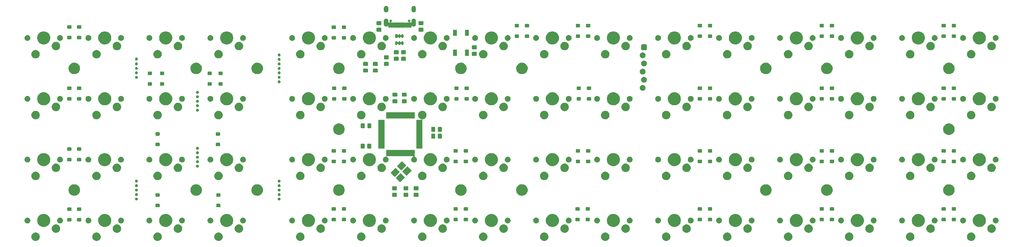
<source format=gbs>
G04 #@! TF.GenerationSoftware,KiCad,Pcbnew,(5.1.2-1)-1*
G04 #@! TF.CreationDate,2020-06-06T07:16:32-05:00*
G04 #@! TF.ProjectId,therick48.16SP,74686572-6963-46b3-9438-2e313653502e,rev?*
G04 #@! TF.SameCoordinates,Original*
G04 #@! TF.FileFunction,Soldermask,Bot*
G04 #@! TF.FilePolarity,Negative*
%FSLAX46Y46*%
G04 Gerber Fmt 4.6, Leading zero omitted, Abs format (unit mm)*
G04 Created by KiCad (PCBNEW (5.1.2-1)-1) date 2020-06-06 07:16:32*
%MOMM*%
%LPD*%
G04 APERTURE LIST*
%ADD10C,0.100000*%
G04 APERTURE END LIST*
D10*
G36*
X351497713Y-113224384D02*
G01*
X351625321Y-113249767D01*
X351766147Y-113308099D01*
X351865726Y-113349346D01*
X351865727Y-113349347D01*
X352082088Y-113493914D01*
X352266087Y-113677913D01*
X352362684Y-113822481D01*
X352410655Y-113894275D01*
X352451902Y-113993854D01*
X352510234Y-114134680D01*
X352510234Y-114134682D01*
X352560942Y-114389605D01*
X352560999Y-114389895D01*
X352560999Y-114650109D01*
X352510234Y-114905324D01*
X352451902Y-115046150D01*
X352410655Y-115145729D01*
X352410654Y-115145730D01*
X352266087Y-115362091D01*
X352082088Y-115546090D01*
X351937520Y-115642687D01*
X351865726Y-115690658D01*
X351766147Y-115731905D01*
X351625321Y-115790237D01*
X351497714Y-115815619D01*
X351370108Y-115841002D01*
X351109890Y-115841002D01*
X350982284Y-115815619D01*
X350854677Y-115790237D01*
X350713851Y-115731905D01*
X350614272Y-115690658D01*
X350542478Y-115642687D01*
X350397910Y-115546090D01*
X350213911Y-115362091D01*
X350069344Y-115145730D01*
X350069343Y-115145729D01*
X350028096Y-115046150D01*
X349969764Y-114905324D01*
X349918999Y-114650109D01*
X349918999Y-114389895D01*
X349919057Y-114389605D01*
X349969764Y-114134682D01*
X349969764Y-114134680D01*
X350028096Y-113993854D01*
X350069343Y-113894275D01*
X350117314Y-113822481D01*
X350213911Y-113677913D01*
X350397910Y-113493914D01*
X350614271Y-113349347D01*
X350614272Y-113349346D01*
X350713851Y-113308099D01*
X350854677Y-113249767D01*
X350982285Y-113224384D01*
X351109890Y-113199002D01*
X351370108Y-113199002D01*
X351497713Y-113224384D01*
X351497713Y-113224384D01*
G37*
G36*
X218497713Y-113224384D02*
G01*
X218625321Y-113249767D01*
X218766147Y-113308099D01*
X218865726Y-113349346D01*
X218865727Y-113349347D01*
X219082088Y-113493914D01*
X219266087Y-113677913D01*
X219362684Y-113822481D01*
X219410655Y-113894275D01*
X219451902Y-113993854D01*
X219510234Y-114134680D01*
X219510234Y-114134682D01*
X219560942Y-114389605D01*
X219560999Y-114389895D01*
X219560999Y-114650109D01*
X219510234Y-114905324D01*
X219451902Y-115046150D01*
X219410655Y-115145729D01*
X219410654Y-115145730D01*
X219266087Y-115362091D01*
X219082088Y-115546090D01*
X218937520Y-115642687D01*
X218865726Y-115690658D01*
X218766147Y-115731905D01*
X218625321Y-115790237D01*
X218497714Y-115815619D01*
X218370108Y-115841002D01*
X218109890Y-115841002D01*
X217982284Y-115815619D01*
X217854677Y-115790237D01*
X217713851Y-115731905D01*
X217614272Y-115690658D01*
X217542478Y-115642687D01*
X217397910Y-115546090D01*
X217213911Y-115362091D01*
X217069344Y-115145730D01*
X217069343Y-115145729D01*
X217028096Y-115046150D01*
X216969764Y-114905324D01*
X216918999Y-114650109D01*
X216918999Y-114389895D01*
X216919057Y-114389605D01*
X216969764Y-114134682D01*
X216969764Y-114134680D01*
X217028096Y-113993854D01*
X217069343Y-113894275D01*
X217117314Y-113822481D01*
X217213911Y-113677913D01*
X217397910Y-113493914D01*
X217614271Y-113349347D01*
X217614272Y-113349346D01*
X217713851Y-113308099D01*
X217854677Y-113249767D01*
X217982285Y-113224384D01*
X218109890Y-113199002D01*
X218370108Y-113199002D01*
X218497713Y-113224384D01*
X218497713Y-113224384D01*
G37*
G36*
X180497713Y-113224384D02*
G01*
X180625321Y-113249767D01*
X180766147Y-113308099D01*
X180865726Y-113349346D01*
X180865727Y-113349347D01*
X181082088Y-113493914D01*
X181266087Y-113677913D01*
X181362684Y-113822481D01*
X181410655Y-113894275D01*
X181451902Y-113993854D01*
X181510234Y-114134680D01*
X181510234Y-114134682D01*
X181560942Y-114389605D01*
X181560999Y-114389895D01*
X181560999Y-114650109D01*
X181510234Y-114905324D01*
X181451902Y-115046150D01*
X181410655Y-115145729D01*
X181410654Y-115145730D01*
X181266087Y-115362091D01*
X181082088Y-115546090D01*
X180937520Y-115642687D01*
X180865726Y-115690658D01*
X180766147Y-115731905D01*
X180625321Y-115790237D01*
X180497714Y-115815619D01*
X180370108Y-115841002D01*
X180109890Y-115841002D01*
X179982284Y-115815619D01*
X179854677Y-115790237D01*
X179713851Y-115731905D01*
X179614272Y-115690658D01*
X179542478Y-115642687D01*
X179397910Y-115546090D01*
X179213911Y-115362091D01*
X179069344Y-115145730D01*
X179069343Y-115145729D01*
X179028096Y-115046150D01*
X178969764Y-114905324D01*
X178918999Y-114650109D01*
X178918999Y-114389895D01*
X178919057Y-114389605D01*
X178969764Y-114134682D01*
X178969764Y-114134680D01*
X179028096Y-113993854D01*
X179069343Y-113894275D01*
X179117314Y-113822481D01*
X179213911Y-113677913D01*
X179397910Y-113493914D01*
X179614271Y-113349347D01*
X179614272Y-113349346D01*
X179713851Y-113308099D01*
X179854677Y-113249767D01*
X179982285Y-113224384D01*
X180109890Y-113199002D01*
X180370108Y-113199002D01*
X180497713Y-113224384D01*
X180497713Y-113224384D01*
G37*
G36*
X161497713Y-113224384D02*
G01*
X161625321Y-113249767D01*
X161766147Y-113308099D01*
X161865726Y-113349346D01*
X161865727Y-113349347D01*
X162082088Y-113493914D01*
X162266087Y-113677913D01*
X162362684Y-113822481D01*
X162410655Y-113894275D01*
X162451902Y-113993854D01*
X162510234Y-114134680D01*
X162510234Y-114134682D01*
X162560942Y-114389605D01*
X162560999Y-114389895D01*
X162560999Y-114650109D01*
X162510234Y-114905324D01*
X162451902Y-115046150D01*
X162410655Y-115145729D01*
X162410654Y-115145730D01*
X162266087Y-115362091D01*
X162082088Y-115546090D01*
X161937520Y-115642687D01*
X161865726Y-115690658D01*
X161766147Y-115731905D01*
X161625321Y-115790237D01*
X161497714Y-115815619D01*
X161370108Y-115841002D01*
X161109890Y-115841002D01*
X160982284Y-115815619D01*
X160854677Y-115790237D01*
X160713851Y-115731905D01*
X160614272Y-115690658D01*
X160542478Y-115642687D01*
X160397910Y-115546090D01*
X160213911Y-115362091D01*
X160069344Y-115145730D01*
X160069343Y-115145729D01*
X160028096Y-115046150D01*
X159969764Y-114905324D01*
X159918999Y-114650109D01*
X159918999Y-114389895D01*
X159919057Y-114389605D01*
X159969764Y-114134682D01*
X159969764Y-114134680D01*
X160028096Y-113993854D01*
X160069343Y-113894275D01*
X160117314Y-113822481D01*
X160213911Y-113677913D01*
X160397910Y-113493914D01*
X160614271Y-113349347D01*
X160614272Y-113349346D01*
X160713851Y-113308099D01*
X160854677Y-113249767D01*
X160982285Y-113224384D01*
X161109890Y-113199002D01*
X161370108Y-113199002D01*
X161497713Y-113224384D01*
X161497713Y-113224384D01*
G37*
G36*
X142497333Y-113224384D02*
G01*
X142624941Y-113249767D01*
X142765767Y-113308099D01*
X142865346Y-113349346D01*
X142865347Y-113349347D01*
X143081708Y-113493914D01*
X143265707Y-113677913D01*
X143362304Y-113822481D01*
X143410275Y-113894275D01*
X143451522Y-113993854D01*
X143509854Y-114134680D01*
X143509854Y-114134682D01*
X143560562Y-114389605D01*
X143560619Y-114389895D01*
X143560619Y-114650109D01*
X143509854Y-114905324D01*
X143451522Y-115046150D01*
X143410275Y-115145729D01*
X143410274Y-115145730D01*
X143265707Y-115362091D01*
X143081708Y-115546090D01*
X142937140Y-115642687D01*
X142865346Y-115690658D01*
X142765767Y-115731905D01*
X142624941Y-115790237D01*
X142497334Y-115815619D01*
X142369728Y-115841002D01*
X142109510Y-115841002D01*
X141981904Y-115815619D01*
X141854297Y-115790237D01*
X141713471Y-115731905D01*
X141613892Y-115690658D01*
X141542098Y-115642687D01*
X141397530Y-115546090D01*
X141213531Y-115362091D01*
X141068964Y-115145730D01*
X141068963Y-115145729D01*
X141027716Y-115046150D01*
X140969384Y-114905324D01*
X140918619Y-114650109D01*
X140918619Y-114389895D01*
X140918677Y-114389605D01*
X140969384Y-114134682D01*
X140969384Y-114134680D01*
X141027716Y-113993854D01*
X141068963Y-113894275D01*
X141116934Y-113822481D01*
X141213531Y-113677913D01*
X141397530Y-113493914D01*
X141613891Y-113349347D01*
X141613892Y-113349346D01*
X141713471Y-113308099D01*
X141854297Y-113249767D01*
X141981905Y-113224384D01*
X142109510Y-113199002D01*
X142369728Y-113199002D01*
X142497333Y-113224384D01*
X142497333Y-113224384D01*
G37*
G36*
X237497084Y-113224095D02*
G01*
X237624691Y-113249477D01*
X237765517Y-113307809D01*
X237865096Y-113349056D01*
X237936890Y-113397027D01*
X238081458Y-113493624D01*
X238265457Y-113677623D01*
X238265651Y-113677914D01*
X238410025Y-113893985D01*
X238410145Y-113894275D01*
X238509604Y-114134390D01*
X238509662Y-114134682D01*
X238560369Y-114389603D01*
X238560369Y-114649821D01*
X238560311Y-114650111D01*
X238509604Y-114905034D01*
X238451272Y-115045860D01*
X238410025Y-115145439D01*
X238362054Y-115217233D01*
X238265457Y-115361801D01*
X238081458Y-115545800D01*
X237936890Y-115642397D01*
X237865096Y-115690368D01*
X237765517Y-115731615D01*
X237624691Y-115789947D01*
X237497084Y-115815329D01*
X237369478Y-115840712D01*
X237109260Y-115840712D01*
X236981654Y-115815329D01*
X236854047Y-115789947D01*
X236713221Y-115731615D01*
X236613642Y-115690368D01*
X236541848Y-115642397D01*
X236397280Y-115545800D01*
X236213281Y-115361801D01*
X236116684Y-115217233D01*
X236068713Y-115145439D01*
X236027466Y-115045860D01*
X235969134Y-114905034D01*
X235918427Y-114650111D01*
X235918369Y-114649821D01*
X235918369Y-114389603D01*
X235969076Y-114134682D01*
X235969134Y-114134390D01*
X236068593Y-113894275D01*
X236068713Y-113893985D01*
X236213087Y-113677914D01*
X236213281Y-113677623D01*
X236397280Y-113493624D01*
X236541848Y-113397027D01*
X236613642Y-113349056D01*
X236713221Y-113307809D01*
X236854047Y-113249477D01*
X236981654Y-113224095D01*
X237109260Y-113198712D01*
X237369478Y-113198712D01*
X237497084Y-113224095D01*
X237497084Y-113224095D01*
G37*
G36*
X199497184Y-113224095D02*
G01*
X199624791Y-113249477D01*
X199765617Y-113307809D01*
X199865196Y-113349056D01*
X199936990Y-113397027D01*
X200081558Y-113493624D01*
X200265557Y-113677623D01*
X200265751Y-113677914D01*
X200410125Y-113893985D01*
X200410245Y-113894275D01*
X200509704Y-114134390D01*
X200509762Y-114134682D01*
X200560469Y-114389603D01*
X200560469Y-114649821D01*
X200560411Y-114650111D01*
X200509704Y-114905034D01*
X200451372Y-115045860D01*
X200410125Y-115145439D01*
X200362154Y-115217233D01*
X200265557Y-115361801D01*
X200081558Y-115545800D01*
X199936990Y-115642397D01*
X199865196Y-115690368D01*
X199765617Y-115731615D01*
X199624791Y-115789947D01*
X199497184Y-115815329D01*
X199369578Y-115840712D01*
X199109360Y-115840712D01*
X198981754Y-115815329D01*
X198854147Y-115789947D01*
X198713321Y-115731615D01*
X198613742Y-115690368D01*
X198541948Y-115642397D01*
X198397380Y-115545800D01*
X198213381Y-115361801D01*
X198116784Y-115217233D01*
X198068813Y-115145439D01*
X198027566Y-115045860D01*
X197969234Y-114905034D01*
X197918527Y-114650111D01*
X197918469Y-114649821D01*
X197918469Y-114389603D01*
X197969176Y-114134682D01*
X197969234Y-114134390D01*
X198068693Y-113894275D01*
X198068813Y-113893985D01*
X198213187Y-113677914D01*
X198213381Y-113677623D01*
X198397380Y-113493624D01*
X198541948Y-113397027D01*
X198613742Y-113349056D01*
X198713321Y-113307809D01*
X198854147Y-113249477D01*
X198981754Y-113224095D01*
X199109360Y-113198712D01*
X199369578Y-113198712D01*
X199497184Y-113224095D01*
X199497184Y-113224095D01*
G37*
G36*
X117037401Y-113224095D02*
G01*
X117165008Y-113249477D01*
X117305834Y-113307809D01*
X117405413Y-113349056D01*
X117477207Y-113397027D01*
X117621775Y-113493624D01*
X117805774Y-113677623D01*
X117805968Y-113677914D01*
X117950342Y-113893985D01*
X117950462Y-113894275D01*
X118049921Y-114134390D01*
X118049979Y-114134682D01*
X118100686Y-114389603D01*
X118100686Y-114649821D01*
X118100628Y-114650111D01*
X118049921Y-114905034D01*
X117991589Y-115045860D01*
X117950342Y-115145439D01*
X117902371Y-115217233D01*
X117805774Y-115361801D01*
X117621775Y-115545800D01*
X117477207Y-115642397D01*
X117405413Y-115690368D01*
X117305834Y-115731615D01*
X117165008Y-115789947D01*
X117037401Y-115815329D01*
X116909795Y-115840712D01*
X116649577Y-115840712D01*
X116521971Y-115815329D01*
X116394364Y-115789947D01*
X116253538Y-115731615D01*
X116153959Y-115690368D01*
X116082165Y-115642397D01*
X115937597Y-115545800D01*
X115753598Y-115361801D01*
X115657001Y-115217233D01*
X115609030Y-115145439D01*
X115567783Y-115045860D01*
X115509451Y-114905034D01*
X115458744Y-114650111D01*
X115458686Y-114649821D01*
X115458686Y-114389603D01*
X115509393Y-114134682D01*
X115509451Y-114134390D01*
X115608910Y-113894275D01*
X115609030Y-113893985D01*
X115753404Y-113677914D01*
X115753598Y-113677623D01*
X115937597Y-113493624D01*
X116082165Y-113397027D01*
X116153959Y-113349056D01*
X116253538Y-113307809D01*
X116394364Y-113249477D01*
X116521971Y-113224095D01*
X116649577Y-113198712D01*
X116909795Y-113198712D01*
X117037401Y-113224095D01*
X117037401Y-113224095D01*
G37*
G36*
X98037451Y-113224095D02*
G01*
X98165058Y-113249477D01*
X98305884Y-113307809D01*
X98405463Y-113349056D01*
X98477257Y-113397027D01*
X98621825Y-113493624D01*
X98805824Y-113677623D01*
X98806018Y-113677914D01*
X98950392Y-113893985D01*
X98950512Y-113894275D01*
X99049971Y-114134390D01*
X99050029Y-114134682D01*
X99100736Y-114389603D01*
X99100736Y-114649821D01*
X99100678Y-114650111D01*
X99049971Y-114905034D01*
X98991639Y-115045860D01*
X98950392Y-115145439D01*
X98902421Y-115217233D01*
X98805824Y-115361801D01*
X98621825Y-115545800D01*
X98477257Y-115642397D01*
X98405463Y-115690368D01*
X98305884Y-115731615D01*
X98165058Y-115789947D01*
X98037451Y-115815329D01*
X97909845Y-115840712D01*
X97649627Y-115840712D01*
X97522021Y-115815329D01*
X97394414Y-115789947D01*
X97253588Y-115731615D01*
X97154009Y-115690368D01*
X97082215Y-115642397D01*
X96937647Y-115545800D01*
X96753648Y-115361801D01*
X96657051Y-115217233D01*
X96609080Y-115145439D01*
X96567833Y-115045860D01*
X96509501Y-114905034D01*
X96458794Y-114650111D01*
X96458736Y-114649821D01*
X96458736Y-114389603D01*
X96509443Y-114134682D01*
X96509501Y-114134390D01*
X96608960Y-113894275D01*
X96609080Y-113893985D01*
X96753454Y-113677914D01*
X96753648Y-113677623D01*
X96937647Y-113493624D01*
X97082215Y-113397027D01*
X97154009Y-113349056D01*
X97253588Y-113307809D01*
X97394414Y-113249477D01*
X97522021Y-113224095D01*
X97649627Y-113198712D01*
X97909845Y-113198712D01*
X98037451Y-113224095D01*
X98037451Y-113224095D01*
G37*
G36*
X79037501Y-113224095D02*
G01*
X79165108Y-113249477D01*
X79305934Y-113307809D01*
X79405513Y-113349056D01*
X79477307Y-113397027D01*
X79621875Y-113493624D01*
X79805874Y-113677623D01*
X79806068Y-113677914D01*
X79950442Y-113893985D01*
X79950562Y-113894275D01*
X80050021Y-114134390D01*
X80050079Y-114134682D01*
X80100786Y-114389603D01*
X80100786Y-114649821D01*
X80100728Y-114650111D01*
X80050021Y-114905034D01*
X79991689Y-115045860D01*
X79950442Y-115145439D01*
X79902471Y-115217233D01*
X79805874Y-115361801D01*
X79621875Y-115545800D01*
X79477307Y-115642397D01*
X79405513Y-115690368D01*
X79305934Y-115731615D01*
X79165108Y-115789947D01*
X79037501Y-115815329D01*
X78909895Y-115840712D01*
X78649677Y-115840712D01*
X78522071Y-115815329D01*
X78394464Y-115789947D01*
X78253638Y-115731615D01*
X78154059Y-115690368D01*
X78082265Y-115642397D01*
X77937697Y-115545800D01*
X77753698Y-115361801D01*
X77657101Y-115217233D01*
X77609130Y-115145439D01*
X77567883Y-115045860D01*
X77509551Y-114905034D01*
X77458844Y-114650111D01*
X77458786Y-114649821D01*
X77458786Y-114389603D01*
X77509493Y-114134682D01*
X77509551Y-114134390D01*
X77609010Y-113894275D01*
X77609130Y-113893985D01*
X77753504Y-113677914D01*
X77753698Y-113677623D01*
X77937697Y-113493624D01*
X78082265Y-113397027D01*
X78154059Y-113349056D01*
X78253638Y-113307809D01*
X78394464Y-113249477D01*
X78522071Y-113224095D01*
X78649677Y-113198712D01*
X78909895Y-113198712D01*
X79037501Y-113224095D01*
X79037501Y-113224095D01*
G37*
G36*
X60037551Y-113224095D02*
G01*
X60165158Y-113249477D01*
X60305984Y-113307809D01*
X60405563Y-113349056D01*
X60477357Y-113397027D01*
X60621925Y-113493624D01*
X60805924Y-113677623D01*
X60806118Y-113677914D01*
X60950492Y-113893985D01*
X60950612Y-113894275D01*
X61050071Y-114134390D01*
X61050129Y-114134682D01*
X61100836Y-114389603D01*
X61100836Y-114649821D01*
X61100778Y-114650111D01*
X61050071Y-114905034D01*
X60991739Y-115045860D01*
X60950492Y-115145439D01*
X60902521Y-115217233D01*
X60805924Y-115361801D01*
X60621925Y-115545800D01*
X60477357Y-115642397D01*
X60405563Y-115690368D01*
X60305984Y-115731615D01*
X60165158Y-115789947D01*
X60037551Y-115815329D01*
X59909945Y-115840712D01*
X59649727Y-115840712D01*
X59522121Y-115815329D01*
X59394514Y-115789947D01*
X59253688Y-115731615D01*
X59154109Y-115690368D01*
X59082315Y-115642397D01*
X58937747Y-115545800D01*
X58753748Y-115361801D01*
X58657151Y-115217233D01*
X58609180Y-115145439D01*
X58567933Y-115045860D01*
X58509601Y-114905034D01*
X58458894Y-114650111D01*
X58458836Y-114649821D01*
X58458836Y-114389603D01*
X58509543Y-114134682D01*
X58509601Y-114134390D01*
X58609060Y-113894275D01*
X58609180Y-113893985D01*
X58753554Y-113677914D01*
X58753748Y-113677623D01*
X58937747Y-113493624D01*
X59082315Y-113397027D01*
X59154109Y-113349056D01*
X59253688Y-113307809D01*
X59394514Y-113249477D01*
X59522121Y-113224095D01*
X59649727Y-113198712D01*
X59909945Y-113198712D01*
X60037551Y-113224095D01*
X60037551Y-113224095D01*
G37*
G36*
X332496834Y-113224095D02*
G01*
X332624441Y-113249477D01*
X332765267Y-113307809D01*
X332864846Y-113349056D01*
X332936640Y-113397027D01*
X333081208Y-113493624D01*
X333265207Y-113677623D01*
X333265401Y-113677914D01*
X333409775Y-113893985D01*
X333409895Y-113894275D01*
X333509354Y-114134390D01*
X333509412Y-114134682D01*
X333560119Y-114389603D01*
X333560119Y-114649821D01*
X333560061Y-114650111D01*
X333509354Y-114905034D01*
X333451022Y-115045860D01*
X333409775Y-115145439D01*
X333361804Y-115217233D01*
X333265207Y-115361801D01*
X333081208Y-115545800D01*
X332936640Y-115642397D01*
X332864846Y-115690368D01*
X332765267Y-115731615D01*
X332624441Y-115789947D01*
X332496834Y-115815329D01*
X332369228Y-115840712D01*
X332109010Y-115840712D01*
X331981404Y-115815329D01*
X331853797Y-115789947D01*
X331712971Y-115731615D01*
X331613392Y-115690368D01*
X331541598Y-115642397D01*
X331397030Y-115545800D01*
X331213031Y-115361801D01*
X331116434Y-115217233D01*
X331068463Y-115145439D01*
X331027216Y-115045860D01*
X330968884Y-114905034D01*
X330918177Y-114650111D01*
X330918119Y-114649821D01*
X330918119Y-114389603D01*
X330968826Y-114134682D01*
X330968884Y-114134390D01*
X331068343Y-113894275D01*
X331068463Y-113893985D01*
X331212837Y-113677914D01*
X331213031Y-113677623D01*
X331397030Y-113493624D01*
X331541598Y-113397027D01*
X331613392Y-113349056D01*
X331712971Y-113307809D01*
X331853797Y-113249477D01*
X331981404Y-113224095D01*
X332109010Y-113198712D01*
X332369228Y-113198712D01*
X332496834Y-113224095D01*
X332496834Y-113224095D01*
G37*
G36*
X313496884Y-113224095D02*
G01*
X313624491Y-113249477D01*
X313765317Y-113307809D01*
X313864896Y-113349056D01*
X313936690Y-113397027D01*
X314081258Y-113493624D01*
X314265257Y-113677623D01*
X314265451Y-113677914D01*
X314409825Y-113893985D01*
X314409945Y-113894275D01*
X314509404Y-114134390D01*
X314509462Y-114134682D01*
X314560169Y-114389603D01*
X314560169Y-114649821D01*
X314560111Y-114650111D01*
X314509404Y-114905034D01*
X314451072Y-115045860D01*
X314409825Y-115145439D01*
X314361854Y-115217233D01*
X314265257Y-115361801D01*
X314081258Y-115545800D01*
X313936690Y-115642397D01*
X313864896Y-115690368D01*
X313765317Y-115731615D01*
X313624491Y-115789947D01*
X313496884Y-115815329D01*
X313369278Y-115840712D01*
X313109060Y-115840712D01*
X312981454Y-115815329D01*
X312853847Y-115789947D01*
X312713021Y-115731615D01*
X312613442Y-115690368D01*
X312541648Y-115642397D01*
X312397080Y-115545800D01*
X312213081Y-115361801D01*
X312116484Y-115217233D01*
X312068513Y-115145439D01*
X312027266Y-115045860D01*
X311968934Y-114905034D01*
X311918227Y-114650111D01*
X311918169Y-114649821D01*
X311918169Y-114389603D01*
X311968876Y-114134682D01*
X311968934Y-114134390D01*
X312068393Y-113894275D01*
X312068513Y-113893985D01*
X312212887Y-113677914D01*
X312213081Y-113677623D01*
X312397080Y-113493624D01*
X312541648Y-113397027D01*
X312613442Y-113349056D01*
X312713021Y-113307809D01*
X312853847Y-113249477D01*
X312981454Y-113224095D01*
X313109060Y-113198712D01*
X313369278Y-113198712D01*
X313496884Y-113224095D01*
X313496884Y-113224095D01*
G37*
G36*
X294496934Y-113224095D02*
G01*
X294624541Y-113249477D01*
X294765367Y-113307809D01*
X294864946Y-113349056D01*
X294936740Y-113397027D01*
X295081308Y-113493624D01*
X295265307Y-113677623D01*
X295265501Y-113677914D01*
X295409875Y-113893985D01*
X295409995Y-113894275D01*
X295509454Y-114134390D01*
X295509512Y-114134682D01*
X295560219Y-114389603D01*
X295560219Y-114649821D01*
X295560161Y-114650111D01*
X295509454Y-114905034D01*
X295451122Y-115045860D01*
X295409875Y-115145439D01*
X295361904Y-115217233D01*
X295265307Y-115361801D01*
X295081308Y-115545800D01*
X294936740Y-115642397D01*
X294864946Y-115690368D01*
X294765367Y-115731615D01*
X294624541Y-115789947D01*
X294496934Y-115815329D01*
X294369328Y-115840712D01*
X294109110Y-115840712D01*
X293981504Y-115815329D01*
X293853897Y-115789947D01*
X293713071Y-115731615D01*
X293613492Y-115690368D01*
X293541698Y-115642397D01*
X293397130Y-115545800D01*
X293213131Y-115361801D01*
X293116534Y-115217233D01*
X293068563Y-115145439D01*
X293027316Y-115045860D01*
X292968984Y-114905034D01*
X292918277Y-114650111D01*
X292918219Y-114649821D01*
X292918219Y-114389603D01*
X292968926Y-114134682D01*
X292968984Y-114134390D01*
X293068443Y-113894275D01*
X293068563Y-113893985D01*
X293212937Y-113677914D01*
X293213131Y-113677623D01*
X293397130Y-113493624D01*
X293541698Y-113397027D01*
X293613492Y-113349056D01*
X293713071Y-113307809D01*
X293853897Y-113249477D01*
X293981504Y-113224095D01*
X294109110Y-113198712D01*
X294369328Y-113198712D01*
X294496934Y-113224095D01*
X294496934Y-113224095D01*
G37*
G36*
X275496984Y-113224095D02*
G01*
X275624591Y-113249477D01*
X275765417Y-113307809D01*
X275864996Y-113349056D01*
X275936790Y-113397027D01*
X276081358Y-113493624D01*
X276265357Y-113677623D01*
X276265551Y-113677914D01*
X276409925Y-113893985D01*
X276410045Y-113894275D01*
X276509504Y-114134390D01*
X276509562Y-114134682D01*
X276560269Y-114389603D01*
X276560269Y-114649821D01*
X276560211Y-114650111D01*
X276509504Y-114905034D01*
X276451172Y-115045860D01*
X276409925Y-115145439D01*
X276361954Y-115217233D01*
X276265357Y-115361801D01*
X276081358Y-115545800D01*
X275936790Y-115642397D01*
X275864996Y-115690368D01*
X275765417Y-115731615D01*
X275624591Y-115789947D01*
X275496984Y-115815329D01*
X275369378Y-115840712D01*
X275109160Y-115840712D01*
X274981554Y-115815329D01*
X274853947Y-115789947D01*
X274713121Y-115731615D01*
X274613542Y-115690368D01*
X274541748Y-115642397D01*
X274397180Y-115545800D01*
X274213181Y-115361801D01*
X274116584Y-115217233D01*
X274068613Y-115145439D01*
X274027366Y-115045860D01*
X273969034Y-114905034D01*
X273918327Y-114650111D01*
X273918269Y-114649821D01*
X273918269Y-114389603D01*
X273968976Y-114134682D01*
X273969034Y-114134390D01*
X274068493Y-113894275D01*
X274068613Y-113893985D01*
X274212987Y-113677914D01*
X274213181Y-113677623D01*
X274397180Y-113493624D01*
X274541748Y-113397027D01*
X274613542Y-113349056D01*
X274713121Y-113307809D01*
X274853947Y-113249477D01*
X274981554Y-113224095D01*
X275109160Y-113198712D01*
X275369378Y-113198712D01*
X275496984Y-113224095D01*
X275496984Y-113224095D01*
G37*
G36*
X256497034Y-113224095D02*
G01*
X256624641Y-113249477D01*
X256765467Y-113307809D01*
X256865046Y-113349056D01*
X256936840Y-113397027D01*
X257081408Y-113493624D01*
X257265407Y-113677623D01*
X257265601Y-113677914D01*
X257409975Y-113893985D01*
X257410095Y-113894275D01*
X257509554Y-114134390D01*
X257509612Y-114134682D01*
X257560319Y-114389603D01*
X257560319Y-114649821D01*
X257560261Y-114650111D01*
X257509554Y-114905034D01*
X257451222Y-115045860D01*
X257409975Y-115145439D01*
X257362004Y-115217233D01*
X257265407Y-115361801D01*
X257081408Y-115545800D01*
X256936840Y-115642397D01*
X256865046Y-115690368D01*
X256765467Y-115731615D01*
X256624641Y-115789947D01*
X256497034Y-115815329D01*
X256369428Y-115840712D01*
X256109210Y-115840712D01*
X255981604Y-115815329D01*
X255853997Y-115789947D01*
X255713171Y-115731615D01*
X255613592Y-115690368D01*
X255541798Y-115642397D01*
X255397230Y-115545800D01*
X255213231Y-115361801D01*
X255116634Y-115217233D01*
X255068663Y-115145439D01*
X255027416Y-115045860D01*
X254969084Y-114905034D01*
X254918377Y-114650111D01*
X254918319Y-114649821D01*
X254918319Y-114389603D01*
X254969026Y-114134682D01*
X254969084Y-114134390D01*
X255068543Y-113894275D01*
X255068663Y-113893985D01*
X255213037Y-113677914D01*
X255213231Y-113677623D01*
X255397230Y-113493624D01*
X255541798Y-113397027D01*
X255613592Y-113349056D01*
X255713171Y-113307809D01*
X255853997Y-113249477D01*
X255981604Y-113224095D01*
X256109210Y-113198712D01*
X256369428Y-113198712D01*
X256497034Y-113224095D01*
X256497034Y-113224095D01*
G37*
G36*
X357847714Y-110684385D02*
G01*
X357975321Y-110709767D01*
X358116147Y-110768099D01*
X358215726Y-110809346D01*
X358215727Y-110809347D01*
X358432088Y-110953914D01*
X358616087Y-111137913D01*
X358692236Y-111251879D01*
X358760655Y-111354275D01*
X358801902Y-111453854D01*
X358860234Y-111594680D01*
X358860234Y-111594682D01*
X358910942Y-111849605D01*
X358910999Y-111849895D01*
X358910999Y-112110109D01*
X358860234Y-112365324D01*
X358801902Y-112506150D01*
X358760655Y-112605729D01*
X358760654Y-112605730D01*
X358616087Y-112822091D01*
X358432088Y-113006090D01*
X358287520Y-113102687D01*
X358215726Y-113150658D01*
X358116147Y-113191905D01*
X357975321Y-113250237D01*
X357847713Y-113275620D01*
X357720108Y-113301002D01*
X357459890Y-113301002D01*
X357332285Y-113275620D01*
X357204677Y-113250237D01*
X357063851Y-113191905D01*
X356964272Y-113150658D01*
X356892478Y-113102687D01*
X356747910Y-113006090D01*
X356563911Y-112822091D01*
X356419344Y-112605730D01*
X356419343Y-112605729D01*
X356378096Y-112506150D01*
X356319764Y-112365324D01*
X356268999Y-112110109D01*
X356268999Y-111849895D01*
X356269057Y-111849605D01*
X356319764Y-111594682D01*
X356319764Y-111594680D01*
X356378096Y-111453854D01*
X356419343Y-111354275D01*
X356487762Y-111251879D01*
X356563911Y-111137913D01*
X356747910Y-110953914D01*
X356964271Y-110809347D01*
X356964272Y-110809346D01*
X357063851Y-110768099D01*
X357204677Y-110709767D01*
X357332284Y-110684385D01*
X357459890Y-110659002D01*
X357720108Y-110659002D01*
X357847714Y-110684385D01*
X357847714Y-110684385D01*
G37*
G36*
X224847714Y-110684385D02*
G01*
X224975321Y-110709767D01*
X225116147Y-110768099D01*
X225215726Y-110809346D01*
X225215727Y-110809347D01*
X225432088Y-110953914D01*
X225616087Y-111137913D01*
X225692236Y-111251879D01*
X225760655Y-111354275D01*
X225801902Y-111453854D01*
X225860234Y-111594680D01*
X225860234Y-111594682D01*
X225910942Y-111849605D01*
X225910999Y-111849895D01*
X225910999Y-112110109D01*
X225860234Y-112365324D01*
X225801902Y-112506150D01*
X225760655Y-112605729D01*
X225760654Y-112605730D01*
X225616087Y-112822091D01*
X225432088Y-113006090D01*
X225287520Y-113102687D01*
X225215726Y-113150658D01*
X225116147Y-113191905D01*
X224975321Y-113250237D01*
X224847713Y-113275620D01*
X224720108Y-113301002D01*
X224459890Y-113301002D01*
X224332285Y-113275620D01*
X224204677Y-113250237D01*
X224063851Y-113191905D01*
X223964272Y-113150658D01*
X223892478Y-113102687D01*
X223747910Y-113006090D01*
X223563911Y-112822091D01*
X223419344Y-112605730D01*
X223419343Y-112605729D01*
X223378096Y-112506150D01*
X223319764Y-112365324D01*
X223268999Y-112110109D01*
X223268999Y-111849895D01*
X223269057Y-111849605D01*
X223319764Y-111594682D01*
X223319764Y-111594680D01*
X223378096Y-111453854D01*
X223419343Y-111354275D01*
X223487762Y-111251879D01*
X223563911Y-111137913D01*
X223747910Y-110953914D01*
X223964271Y-110809347D01*
X223964272Y-110809346D01*
X224063851Y-110768099D01*
X224204677Y-110709767D01*
X224332284Y-110684385D01*
X224459890Y-110659002D01*
X224720108Y-110659002D01*
X224847714Y-110684385D01*
X224847714Y-110684385D01*
G37*
G36*
X186847714Y-110684385D02*
G01*
X186975321Y-110709767D01*
X187116147Y-110768099D01*
X187215726Y-110809346D01*
X187215727Y-110809347D01*
X187432088Y-110953914D01*
X187616087Y-111137913D01*
X187692236Y-111251879D01*
X187760655Y-111354275D01*
X187801902Y-111453854D01*
X187860234Y-111594680D01*
X187860234Y-111594682D01*
X187910942Y-111849605D01*
X187910999Y-111849895D01*
X187910999Y-112110109D01*
X187860234Y-112365324D01*
X187801902Y-112506150D01*
X187760655Y-112605729D01*
X187760654Y-112605730D01*
X187616087Y-112822091D01*
X187432088Y-113006090D01*
X187287520Y-113102687D01*
X187215726Y-113150658D01*
X187116147Y-113191905D01*
X186975321Y-113250237D01*
X186847713Y-113275620D01*
X186720108Y-113301002D01*
X186459890Y-113301002D01*
X186332285Y-113275620D01*
X186204677Y-113250237D01*
X186063851Y-113191905D01*
X185964272Y-113150658D01*
X185892478Y-113102687D01*
X185747910Y-113006090D01*
X185563911Y-112822091D01*
X185419344Y-112605730D01*
X185419343Y-112605729D01*
X185378096Y-112506150D01*
X185319764Y-112365324D01*
X185268999Y-112110109D01*
X185268999Y-111849895D01*
X185269057Y-111849605D01*
X185319764Y-111594682D01*
X185319764Y-111594680D01*
X185378096Y-111453854D01*
X185419343Y-111354275D01*
X185487762Y-111251879D01*
X185563911Y-111137913D01*
X185747910Y-110953914D01*
X185964271Y-110809347D01*
X185964272Y-110809346D01*
X186063851Y-110768099D01*
X186204677Y-110709767D01*
X186332284Y-110684385D01*
X186459890Y-110659002D01*
X186720108Y-110659002D01*
X186847714Y-110684385D01*
X186847714Y-110684385D01*
G37*
G36*
X167847714Y-110684385D02*
G01*
X167975321Y-110709767D01*
X168116147Y-110768099D01*
X168215726Y-110809346D01*
X168215727Y-110809347D01*
X168432088Y-110953914D01*
X168616087Y-111137913D01*
X168692236Y-111251879D01*
X168760655Y-111354275D01*
X168801902Y-111453854D01*
X168860234Y-111594680D01*
X168860234Y-111594682D01*
X168910942Y-111849605D01*
X168910999Y-111849895D01*
X168910999Y-112110109D01*
X168860234Y-112365324D01*
X168801902Y-112506150D01*
X168760655Y-112605729D01*
X168760654Y-112605730D01*
X168616087Y-112822091D01*
X168432088Y-113006090D01*
X168287520Y-113102687D01*
X168215726Y-113150658D01*
X168116147Y-113191905D01*
X167975321Y-113250237D01*
X167847713Y-113275620D01*
X167720108Y-113301002D01*
X167459890Y-113301002D01*
X167332285Y-113275620D01*
X167204677Y-113250237D01*
X167063851Y-113191905D01*
X166964272Y-113150658D01*
X166892478Y-113102687D01*
X166747910Y-113006090D01*
X166563911Y-112822091D01*
X166419344Y-112605730D01*
X166419343Y-112605729D01*
X166378096Y-112506150D01*
X166319764Y-112365324D01*
X166268999Y-112110109D01*
X166268999Y-111849895D01*
X166269057Y-111849605D01*
X166319764Y-111594682D01*
X166319764Y-111594680D01*
X166378096Y-111453854D01*
X166419343Y-111354275D01*
X166487762Y-111251879D01*
X166563911Y-111137913D01*
X166747910Y-110953914D01*
X166964271Y-110809347D01*
X166964272Y-110809346D01*
X167063851Y-110768099D01*
X167204677Y-110709767D01*
X167332284Y-110684385D01*
X167459890Y-110659002D01*
X167720108Y-110659002D01*
X167847714Y-110684385D01*
X167847714Y-110684385D01*
G37*
G36*
X148847334Y-110684385D02*
G01*
X148974941Y-110709767D01*
X149115767Y-110768099D01*
X149215346Y-110809346D01*
X149215347Y-110809347D01*
X149431708Y-110953914D01*
X149615707Y-111137913D01*
X149691856Y-111251879D01*
X149760275Y-111354275D01*
X149801522Y-111453854D01*
X149859854Y-111594680D01*
X149859854Y-111594682D01*
X149910562Y-111849605D01*
X149910619Y-111849895D01*
X149910619Y-112110109D01*
X149859854Y-112365324D01*
X149801522Y-112506150D01*
X149760275Y-112605729D01*
X149760274Y-112605730D01*
X149615707Y-112822091D01*
X149431708Y-113006090D01*
X149287140Y-113102687D01*
X149215346Y-113150658D01*
X149115767Y-113191905D01*
X148974941Y-113250237D01*
X148847333Y-113275620D01*
X148719728Y-113301002D01*
X148459510Y-113301002D01*
X148331905Y-113275620D01*
X148204297Y-113250237D01*
X148063471Y-113191905D01*
X147963892Y-113150658D01*
X147892098Y-113102687D01*
X147747530Y-113006090D01*
X147563531Y-112822091D01*
X147418964Y-112605730D01*
X147418963Y-112605729D01*
X147377716Y-112506150D01*
X147319384Y-112365324D01*
X147268619Y-112110109D01*
X147268619Y-111849895D01*
X147268677Y-111849605D01*
X147319384Y-111594682D01*
X147319384Y-111594680D01*
X147377716Y-111453854D01*
X147418963Y-111354275D01*
X147487382Y-111251879D01*
X147563531Y-111137913D01*
X147747530Y-110953914D01*
X147963891Y-110809347D01*
X147963892Y-110809346D01*
X148063471Y-110768099D01*
X148204297Y-110709767D01*
X148331904Y-110684385D01*
X148459510Y-110659002D01*
X148719728Y-110659002D01*
X148847334Y-110684385D01*
X148847334Y-110684385D01*
G37*
G36*
X104387451Y-110684095D02*
G01*
X104515058Y-110709477D01*
X104655884Y-110767809D01*
X104755463Y-110809056D01*
X104827257Y-110857027D01*
X104971825Y-110953624D01*
X105155824Y-111137623D01*
X105156018Y-111137914D01*
X105300392Y-111353985D01*
X105322068Y-111406317D01*
X105399971Y-111594390D01*
X105400029Y-111594682D01*
X105450736Y-111849603D01*
X105450736Y-112109821D01*
X105450678Y-112110111D01*
X105399971Y-112365034D01*
X105341639Y-112505860D01*
X105300392Y-112605439D01*
X105252421Y-112677233D01*
X105155824Y-112821801D01*
X104971825Y-113005800D01*
X104827257Y-113102397D01*
X104755463Y-113150368D01*
X104655884Y-113191615D01*
X104515058Y-113249947D01*
X104387451Y-113275329D01*
X104259845Y-113300712D01*
X103999627Y-113300712D01*
X103872021Y-113275329D01*
X103744414Y-113249947D01*
X103603588Y-113191615D01*
X103504009Y-113150368D01*
X103432215Y-113102397D01*
X103287647Y-113005800D01*
X103103648Y-112821801D01*
X103007051Y-112677233D01*
X102959080Y-112605439D01*
X102917833Y-112505860D01*
X102859501Y-112365034D01*
X102808794Y-112110111D01*
X102808736Y-112109821D01*
X102808736Y-111849603D01*
X102859443Y-111594682D01*
X102859501Y-111594390D01*
X102937404Y-111406317D01*
X102959080Y-111353985D01*
X103103454Y-111137914D01*
X103103648Y-111137623D01*
X103287647Y-110953624D01*
X103432215Y-110857027D01*
X103504009Y-110809056D01*
X103603588Y-110767809D01*
X103744414Y-110709477D01*
X103872021Y-110684095D01*
X103999627Y-110658712D01*
X104259845Y-110658712D01*
X104387451Y-110684095D01*
X104387451Y-110684095D01*
G37*
G36*
X319846884Y-110684095D02*
G01*
X319974491Y-110709477D01*
X320115317Y-110767809D01*
X320214896Y-110809056D01*
X320286690Y-110857027D01*
X320431258Y-110953624D01*
X320615257Y-111137623D01*
X320615451Y-111137914D01*
X320759825Y-111353985D01*
X320781501Y-111406317D01*
X320859404Y-111594390D01*
X320859462Y-111594682D01*
X320910169Y-111849603D01*
X320910169Y-112109821D01*
X320910111Y-112110111D01*
X320859404Y-112365034D01*
X320801072Y-112505860D01*
X320759825Y-112605439D01*
X320711854Y-112677233D01*
X320615257Y-112821801D01*
X320431258Y-113005800D01*
X320286690Y-113102397D01*
X320214896Y-113150368D01*
X320115317Y-113191615D01*
X319974491Y-113249947D01*
X319846884Y-113275329D01*
X319719278Y-113300712D01*
X319459060Y-113300712D01*
X319331454Y-113275329D01*
X319203847Y-113249947D01*
X319063021Y-113191615D01*
X318963442Y-113150368D01*
X318891648Y-113102397D01*
X318747080Y-113005800D01*
X318563081Y-112821801D01*
X318466484Y-112677233D01*
X318418513Y-112605439D01*
X318377266Y-112505860D01*
X318318934Y-112365034D01*
X318268227Y-112110111D01*
X318268169Y-112109821D01*
X318268169Y-111849603D01*
X318318876Y-111594682D01*
X318318934Y-111594390D01*
X318396837Y-111406317D01*
X318418513Y-111353985D01*
X318562887Y-111137914D01*
X318563081Y-111137623D01*
X318747080Y-110953624D01*
X318891648Y-110857027D01*
X318963442Y-110809056D01*
X319063021Y-110767809D01*
X319203847Y-110709477D01*
X319331454Y-110684095D01*
X319459060Y-110658712D01*
X319719278Y-110658712D01*
X319846884Y-110684095D01*
X319846884Y-110684095D01*
G37*
G36*
X123387401Y-110684095D02*
G01*
X123515008Y-110709477D01*
X123655834Y-110767809D01*
X123755413Y-110809056D01*
X123827207Y-110857027D01*
X123971775Y-110953624D01*
X124155774Y-111137623D01*
X124155968Y-111137914D01*
X124300342Y-111353985D01*
X124322018Y-111406317D01*
X124399921Y-111594390D01*
X124399979Y-111594682D01*
X124450686Y-111849603D01*
X124450686Y-112109821D01*
X124450628Y-112110111D01*
X124399921Y-112365034D01*
X124341589Y-112505860D01*
X124300342Y-112605439D01*
X124252371Y-112677233D01*
X124155774Y-112821801D01*
X123971775Y-113005800D01*
X123827207Y-113102397D01*
X123755413Y-113150368D01*
X123655834Y-113191615D01*
X123515008Y-113249947D01*
X123387401Y-113275329D01*
X123259795Y-113300712D01*
X122999577Y-113300712D01*
X122871971Y-113275329D01*
X122744364Y-113249947D01*
X122603538Y-113191615D01*
X122503959Y-113150368D01*
X122432165Y-113102397D01*
X122287597Y-113005800D01*
X122103598Y-112821801D01*
X122007001Y-112677233D01*
X121959030Y-112605439D01*
X121917783Y-112505860D01*
X121859451Y-112365034D01*
X121808744Y-112110111D01*
X121808686Y-112109821D01*
X121808686Y-111849603D01*
X121859393Y-111594682D01*
X121859451Y-111594390D01*
X121937354Y-111406317D01*
X121959030Y-111353985D01*
X122103404Y-111137914D01*
X122103598Y-111137623D01*
X122287597Y-110953624D01*
X122432165Y-110857027D01*
X122503959Y-110809056D01*
X122603538Y-110767809D01*
X122744364Y-110709477D01*
X122871971Y-110684095D01*
X122999577Y-110658712D01*
X123259795Y-110658712D01*
X123387401Y-110684095D01*
X123387401Y-110684095D01*
G37*
G36*
X205847184Y-110684095D02*
G01*
X205974791Y-110709477D01*
X206115617Y-110767809D01*
X206215196Y-110809056D01*
X206286990Y-110857027D01*
X206431558Y-110953624D01*
X206615557Y-111137623D01*
X206615751Y-111137914D01*
X206760125Y-111353985D01*
X206781801Y-111406317D01*
X206859704Y-111594390D01*
X206859762Y-111594682D01*
X206910469Y-111849603D01*
X206910469Y-112109821D01*
X206910411Y-112110111D01*
X206859704Y-112365034D01*
X206801372Y-112505860D01*
X206760125Y-112605439D01*
X206712154Y-112677233D01*
X206615557Y-112821801D01*
X206431558Y-113005800D01*
X206286990Y-113102397D01*
X206215196Y-113150368D01*
X206115617Y-113191615D01*
X205974791Y-113249947D01*
X205847184Y-113275329D01*
X205719578Y-113300712D01*
X205459360Y-113300712D01*
X205331754Y-113275329D01*
X205204147Y-113249947D01*
X205063321Y-113191615D01*
X204963742Y-113150368D01*
X204891948Y-113102397D01*
X204747380Y-113005800D01*
X204563381Y-112821801D01*
X204466784Y-112677233D01*
X204418813Y-112605439D01*
X204377566Y-112505860D01*
X204319234Y-112365034D01*
X204268527Y-112110111D01*
X204268469Y-112109821D01*
X204268469Y-111849603D01*
X204319176Y-111594682D01*
X204319234Y-111594390D01*
X204397137Y-111406317D01*
X204418813Y-111353985D01*
X204563187Y-111137914D01*
X204563381Y-111137623D01*
X204747380Y-110953624D01*
X204891948Y-110857027D01*
X204963742Y-110809056D01*
X205063321Y-110767809D01*
X205204147Y-110709477D01*
X205331754Y-110684095D01*
X205459360Y-110658712D01*
X205719578Y-110658712D01*
X205847184Y-110684095D01*
X205847184Y-110684095D01*
G37*
G36*
X300846934Y-110684095D02*
G01*
X300974541Y-110709477D01*
X301115367Y-110767809D01*
X301214946Y-110809056D01*
X301286740Y-110857027D01*
X301431308Y-110953624D01*
X301615307Y-111137623D01*
X301615501Y-111137914D01*
X301759875Y-111353985D01*
X301781551Y-111406317D01*
X301859454Y-111594390D01*
X301859512Y-111594682D01*
X301910219Y-111849603D01*
X301910219Y-112109821D01*
X301910161Y-112110111D01*
X301859454Y-112365034D01*
X301801122Y-112505860D01*
X301759875Y-112605439D01*
X301711904Y-112677233D01*
X301615307Y-112821801D01*
X301431308Y-113005800D01*
X301286740Y-113102397D01*
X301214946Y-113150368D01*
X301115367Y-113191615D01*
X300974541Y-113249947D01*
X300846934Y-113275329D01*
X300719328Y-113300712D01*
X300459110Y-113300712D01*
X300331504Y-113275329D01*
X300203897Y-113249947D01*
X300063071Y-113191615D01*
X299963492Y-113150368D01*
X299891698Y-113102397D01*
X299747130Y-113005800D01*
X299563131Y-112821801D01*
X299466534Y-112677233D01*
X299418563Y-112605439D01*
X299377316Y-112505860D01*
X299318984Y-112365034D01*
X299268277Y-112110111D01*
X299268219Y-112109821D01*
X299268219Y-111849603D01*
X299318926Y-111594682D01*
X299318984Y-111594390D01*
X299396887Y-111406317D01*
X299418563Y-111353985D01*
X299562937Y-111137914D01*
X299563131Y-111137623D01*
X299747130Y-110953624D01*
X299891698Y-110857027D01*
X299963492Y-110809056D01*
X300063071Y-110767809D01*
X300203897Y-110709477D01*
X300331504Y-110684095D01*
X300459110Y-110658712D01*
X300719328Y-110658712D01*
X300846934Y-110684095D01*
X300846934Y-110684095D01*
G37*
G36*
X243847084Y-110684095D02*
G01*
X243974691Y-110709477D01*
X244115517Y-110767809D01*
X244215096Y-110809056D01*
X244286890Y-110857027D01*
X244431458Y-110953624D01*
X244615457Y-111137623D01*
X244615651Y-111137914D01*
X244760025Y-111353985D01*
X244781701Y-111406317D01*
X244859604Y-111594390D01*
X244859662Y-111594682D01*
X244910369Y-111849603D01*
X244910369Y-112109821D01*
X244910311Y-112110111D01*
X244859604Y-112365034D01*
X244801272Y-112505860D01*
X244760025Y-112605439D01*
X244712054Y-112677233D01*
X244615457Y-112821801D01*
X244431458Y-113005800D01*
X244286890Y-113102397D01*
X244215096Y-113150368D01*
X244115517Y-113191615D01*
X243974691Y-113249947D01*
X243847084Y-113275329D01*
X243719478Y-113300712D01*
X243459260Y-113300712D01*
X243331654Y-113275329D01*
X243204047Y-113249947D01*
X243063221Y-113191615D01*
X242963642Y-113150368D01*
X242891848Y-113102397D01*
X242747280Y-113005800D01*
X242563281Y-112821801D01*
X242466684Y-112677233D01*
X242418713Y-112605439D01*
X242377466Y-112505860D01*
X242319134Y-112365034D01*
X242268427Y-112110111D01*
X242268369Y-112109821D01*
X242268369Y-111849603D01*
X242319076Y-111594682D01*
X242319134Y-111594390D01*
X242397037Y-111406317D01*
X242418713Y-111353985D01*
X242563087Y-111137914D01*
X242563281Y-111137623D01*
X242747280Y-110953624D01*
X242891848Y-110857027D01*
X242963642Y-110809056D01*
X243063221Y-110767809D01*
X243204047Y-110709477D01*
X243331654Y-110684095D01*
X243459260Y-110658712D01*
X243719478Y-110658712D01*
X243847084Y-110684095D01*
X243847084Y-110684095D01*
G37*
G36*
X281846984Y-110684095D02*
G01*
X281974591Y-110709477D01*
X282115417Y-110767809D01*
X282214996Y-110809056D01*
X282286790Y-110857027D01*
X282431358Y-110953624D01*
X282615357Y-111137623D01*
X282615551Y-111137914D01*
X282759925Y-111353985D01*
X282781601Y-111406317D01*
X282859504Y-111594390D01*
X282859562Y-111594682D01*
X282910269Y-111849603D01*
X282910269Y-112109821D01*
X282910211Y-112110111D01*
X282859504Y-112365034D01*
X282801172Y-112505860D01*
X282759925Y-112605439D01*
X282711954Y-112677233D01*
X282615357Y-112821801D01*
X282431358Y-113005800D01*
X282286790Y-113102397D01*
X282214996Y-113150368D01*
X282115417Y-113191615D01*
X281974591Y-113249947D01*
X281846984Y-113275329D01*
X281719378Y-113300712D01*
X281459160Y-113300712D01*
X281331554Y-113275329D01*
X281203947Y-113249947D01*
X281063121Y-113191615D01*
X280963542Y-113150368D01*
X280891748Y-113102397D01*
X280747180Y-113005800D01*
X280563181Y-112821801D01*
X280466584Y-112677233D01*
X280418613Y-112605439D01*
X280377366Y-112505860D01*
X280319034Y-112365034D01*
X280268327Y-112110111D01*
X280268269Y-112109821D01*
X280268269Y-111849603D01*
X280318976Y-111594682D01*
X280319034Y-111594390D01*
X280396937Y-111406317D01*
X280418613Y-111353985D01*
X280562987Y-111137914D01*
X280563181Y-111137623D01*
X280747180Y-110953624D01*
X280891748Y-110857027D01*
X280963542Y-110809056D01*
X281063121Y-110767809D01*
X281203947Y-110709477D01*
X281331554Y-110684095D01*
X281459160Y-110658712D01*
X281719378Y-110658712D01*
X281846984Y-110684095D01*
X281846984Y-110684095D01*
G37*
G36*
X262847034Y-110684095D02*
G01*
X262974641Y-110709477D01*
X263115467Y-110767809D01*
X263215046Y-110809056D01*
X263286840Y-110857027D01*
X263431408Y-110953624D01*
X263615407Y-111137623D01*
X263615601Y-111137914D01*
X263759975Y-111353985D01*
X263781651Y-111406317D01*
X263859554Y-111594390D01*
X263859612Y-111594682D01*
X263910319Y-111849603D01*
X263910319Y-112109821D01*
X263910261Y-112110111D01*
X263859554Y-112365034D01*
X263801222Y-112505860D01*
X263759975Y-112605439D01*
X263712004Y-112677233D01*
X263615407Y-112821801D01*
X263431408Y-113005800D01*
X263286840Y-113102397D01*
X263215046Y-113150368D01*
X263115467Y-113191615D01*
X262974641Y-113249947D01*
X262847034Y-113275329D01*
X262719428Y-113300712D01*
X262459210Y-113300712D01*
X262331604Y-113275329D01*
X262203997Y-113249947D01*
X262063171Y-113191615D01*
X261963592Y-113150368D01*
X261891798Y-113102397D01*
X261747230Y-113005800D01*
X261563231Y-112821801D01*
X261466634Y-112677233D01*
X261418663Y-112605439D01*
X261377416Y-112505860D01*
X261319084Y-112365034D01*
X261268377Y-112110111D01*
X261268319Y-112109821D01*
X261268319Y-111849603D01*
X261319026Y-111594682D01*
X261319084Y-111594390D01*
X261396987Y-111406317D01*
X261418663Y-111353985D01*
X261563037Y-111137914D01*
X261563231Y-111137623D01*
X261747230Y-110953624D01*
X261891798Y-110857027D01*
X261963592Y-110809056D01*
X262063171Y-110767809D01*
X262203997Y-110709477D01*
X262331604Y-110684095D01*
X262459210Y-110658712D01*
X262719428Y-110658712D01*
X262847034Y-110684095D01*
X262847034Y-110684095D01*
G37*
G36*
X338846834Y-110684095D02*
G01*
X338974441Y-110709477D01*
X339115267Y-110767809D01*
X339214846Y-110809056D01*
X339286640Y-110857027D01*
X339431208Y-110953624D01*
X339615207Y-111137623D01*
X339615401Y-111137914D01*
X339759775Y-111353985D01*
X339781451Y-111406317D01*
X339859354Y-111594390D01*
X339859412Y-111594682D01*
X339910119Y-111849603D01*
X339910119Y-112109821D01*
X339910061Y-112110111D01*
X339859354Y-112365034D01*
X339801022Y-112505860D01*
X339759775Y-112605439D01*
X339711804Y-112677233D01*
X339615207Y-112821801D01*
X339431208Y-113005800D01*
X339286640Y-113102397D01*
X339214846Y-113150368D01*
X339115267Y-113191615D01*
X338974441Y-113249947D01*
X338846834Y-113275329D01*
X338719228Y-113300712D01*
X338459010Y-113300712D01*
X338331404Y-113275329D01*
X338203797Y-113249947D01*
X338062971Y-113191615D01*
X337963392Y-113150368D01*
X337891598Y-113102397D01*
X337747030Y-113005800D01*
X337563031Y-112821801D01*
X337466434Y-112677233D01*
X337418463Y-112605439D01*
X337377216Y-112505860D01*
X337318884Y-112365034D01*
X337268177Y-112110111D01*
X337268119Y-112109821D01*
X337268119Y-111849603D01*
X337318826Y-111594682D01*
X337318884Y-111594390D01*
X337396787Y-111406317D01*
X337418463Y-111353985D01*
X337562837Y-111137914D01*
X337563031Y-111137623D01*
X337747030Y-110953624D01*
X337891598Y-110857027D01*
X337963392Y-110809056D01*
X338062971Y-110767809D01*
X338203797Y-110709477D01*
X338331404Y-110684095D01*
X338459010Y-110658712D01*
X338719228Y-110658712D01*
X338846834Y-110684095D01*
X338846834Y-110684095D01*
G37*
G36*
X66387551Y-110684095D02*
G01*
X66515158Y-110709477D01*
X66655984Y-110767809D01*
X66755563Y-110809056D01*
X66827357Y-110857027D01*
X66971925Y-110953624D01*
X67155924Y-111137623D01*
X67156118Y-111137914D01*
X67300492Y-111353985D01*
X67322168Y-111406317D01*
X67400071Y-111594390D01*
X67400129Y-111594682D01*
X67450836Y-111849603D01*
X67450836Y-112109821D01*
X67450778Y-112110111D01*
X67400071Y-112365034D01*
X67341739Y-112505860D01*
X67300492Y-112605439D01*
X67252521Y-112677233D01*
X67155924Y-112821801D01*
X66971925Y-113005800D01*
X66827357Y-113102397D01*
X66755563Y-113150368D01*
X66655984Y-113191615D01*
X66515158Y-113249947D01*
X66387551Y-113275329D01*
X66259945Y-113300712D01*
X65999727Y-113300712D01*
X65872121Y-113275329D01*
X65744514Y-113249947D01*
X65603688Y-113191615D01*
X65504109Y-113150368D01*
X65432315Y-113102397D01*
X65287747Y-113005800D01*
X65103748Y-112821801D01*
X65007151Y-112677233D01*
X64959180Y-112605439D01*
X64917933Y-112505860D01*
X64859601Y-112365034D01*
X64808894Y-112110111D01*
X64808836Y-112109821D01*
X64808836Y-111849603D01*
X64859543Y-111594682D01*
X64859601Y-111594390D01*
X64937504Y-111406317D01*
X64959180Y-111353985D01*
X65103554Y-111137914D01*
X65103748Y-111137623D01*
X65287747Y-110953624D01*
X65432315Y-110857027D01*
X65504109Y-110809056D01*
X65603688Y-110767809D01*
X65744514Y-110709477D01*
X65872121Y-110684095D01*
X65999727Y-110658712D01*
X66259945Y-110658712D01*
X66387551Y-110684095D01*
X66387551Y-110684095D01*
G37*
G36*
X85387501Y-110684095D02*
G01*
X85515108Y-110709477D01*
X85655934Y-110767809D01*
X85755513Y-110809056D01*
X85827307Y-110857027D01*
X85971875Y-110953624D01*
X86155874Y-111137623D01*
X86156068Y-111137914D01*
X86300442Y-111353985D01*
X86322118Y-111406317D01*
X86400021Y-111594390D01*
X86400079Y-111594682D01*
X86450786Y-111849603D01*
X86450786Y-112109821D01*
X86450728Y-112110111D01*
X86400021Y-112365034D01*
X86341689Y-112505860D01*
X86300442Y-112605439D01*
X86252471Y-112677233D01*
X86155874Y-112821801D01*
X85971875Y-113005800D01*
X85827307Y-113102397D01*
X85755513Y-113150368D01*
X85655934Y-113191615D01*
X85515108Y-113249947D01*
X85387501Y-113275329D01*
X85259895Y-113300712D01*
X84999677Y-113300712D01*
X84872071Y-113275329D01*
X84744464Y-113249947D01*
X84603638Y-113191615D01*
X84504059Y-113150368D01*
X84432265Y-113102397D01*
X84287697Y-113005800D01*
X84103698Y-112821801D01*
X84007101Y-112677233D01*
X83959130Y-112605439D01*
X83917883Y-112505860D01*
X83859551Y-112365034D01*
X83808844Y-112110111D01*
X83808786Y-112109821D01*
X83808786Y-111849603D01*
X83859493Y-111594682D01*
X83859551Y-111594390D01*
X83937454Y-111406317D01*
X83959130Y-111353985D01*
X84103504Y-111137914D01*
X84103698Y-111137623D01*
X84287697Y-110953624D01*
X84432265Y-110857027D01*
X84504059Y-110809056D01*
X84603638Y-110767809D01*
X84744464Y-110709477D01*
X84872071Y-110684095D01*
X84999677Y-110658712D01*
X85259895Y-110658712D01*
X85387501Y-110684095D01*
X85387501Y-110684095D01*
G37*
G36*
X145376093Y-107473686D02*
G01*
X145594093Y-107563985D01*
X145748242Y-107627835D01*
X146083167Y-107851625D01*
X146367996Y-108136454D01*
X146591786Y-108471379D01*
X146644804Y-108599377D01*
X146745935Y-108843528D01*
X146824519Y-109238596D01*
X146824519Y-109641408D01*
X146745935Y-110036476D01*
X146662061Y-110238965D01*
X146591786Y-110408625D01*
X146367996Y-110743550D01*
X146083167Y-111028379D01*
X145748242Y-111252169D01*
X145594093Y-111316019D01*
X145376093Y-111406318D01*
X144981025Y-111484902D01*
X144578213Y-111484902D01*
X144183145Y-111406318D01*
X143965145Y-111316019D01*
X143810996Y-111252169D01*
X143476071Y-111028379D01*
X143191242Y-110743550D01*
X142967452Y-110408625D01*
X142897177Y-110238965D01*
X142813303Y-110036476D01*
X142734719Y-109641408D01*
X142734719Y-109238596D01*
X142813303Y-108843528D01*
X142914434Y-108599377D01*
X142967452Y-108471379D01*
X143191242Y-108136454D01*
X143476071Y-107851625D01*
X143810996Y-107627835D01*
X143965145Y-107563985D01*
X144183145Y-107473686D01*
X144578213Y-107395102D01*
X144981025Y-107395102D01*
X145376093Y-107473686D01*
X145376093Y-107473686D01*
G37*
G36*
X164376473Y-107473686D02*
G01*
X164594473Y-107563985D01*
X164748622Y-107627835D01*
X165083547Y-107851625D01*
X165368376Y-108136454D01*
X165592166Y-108471379D01*
X165645184Y-108599377D01*
X165746315Y-108843528D01*
X165824899Y-109238596D01*
X165824899Y-109641408D01*
X165746315Y-110036476D01*
X165662441Y-110238965D01*
X165592166Y-110408625D01*
X165368376Y-110743550D01*
X165083547Y-111028379D01*
X164748622Y-111252169D01*
X164594473Y-111316019D01*
X164376473Y-111406318D01*
X163981405Y-111484902D01*
X163578593Y-111484902D01*
X163183525Y-111406318D01*
X162965525Y-111316019D01*
X162811376Y-111252169D01*
X162476451Y-111028379D01*
X162191622Y-110743550D01*
X161967832Y-110408625D01*
X161897557Y-110238965D01*
X161813683Y-110036476D01*
X161735099Y-109641408D01*
X161735099Y-109238596D01*
X161813683Y-108843528D01*
X161914814Y-108599377D01*
X161967832Y-108471379D01*
X162191622Y-108136454D01*
X162476451Y-107851625D01*
X162811376Y-107627835D01*
X162965525Y-107563985D01*
X163183525Y-107473686D01*
X163578593Y-107395102D01*
X163981405Y-107395102D01*
X164376473Y-107473686D01*
X164376473Y-107473686D01*
G37*
G36*
X183376473Y-107473686D02*
G01*
X183594473Y-107563985D01*
X183748622Y-107627835D01*
X184083547Y-107851625D01*
X184368376Y-108136454D01*
X184592166Y-108471379D01*
X184645184Y-108599377D01*
X184746315Y-108843528D01*
X184824899Y-109238596D01*
X184824899Y-109641408D01*
X184746315Y-110036476D01*
X184662441Y-110238965D01*
X184592166Y-110408625D01*
X184368376Y-110743550D01*
X184083547Y-111028379D01*
X183748622Y-111252169D01*
X183594473Y-111316019D01*
X183376473Y-111406318D01*
X182981405Y-111484902D01*
X182578593Y-111484902D01*
X182183525Y-111406318D01*
X181965525Y-111316019D01*
X181811376Y-111252169D01*
X181476451Y-111028379D01*
X181191622Y-110743550D01*
X180967832Y-110408625D01*
X180897557Y-110238965D01*
X180813683Y-110036476D01*
X180735099Y-109641408D01*
X180735099Y-109238596D01*
X180813683Y-108843528D01*
X180914814Y-108599377D01*
X180967832Y-108471379D01*
X181191622Y-108136454D01*
X181476451Y-107851625D01*
X181811376Y-107627835D01*
X181965525Y-107563985D01*
X182183525Y-107473686D01*
X182578593Y-107395102D01*
X182981405Y-107395102D01*
X183376473Y-107473686D01*
X183376473Y-107473686D01*
G37*
G36*
X354376473Y-107473686D02*
G01*
X354594473Y-107563985D01*
X354748622Y-107627835D01*
X355083547Y-107851625D01*
X355368376Y-108136454D01*
X355592166Y-108471379D01*
X355645184Y-108599377D01*
X355746315Y-108843528D01*
X355824899Y-109238596D01*
X355824899Y-109641408D01*
X355746315Y-110036476D01*
X355662441Y-110238965D01*
X355592166Y-110408625D01*
X355368376Y-110743550D01*
X355083547Y-111028379D01*
X354748622Y-111252169D01*
X354594473Y-111316019D01*
X354376473Y-111406318D01*
X353981405Y-111484902D01*
X353578593Y-111484902D01*
X353183525Y-111406318D01*
X352965525Y-111316019D01*
X352811376Y-111252169D01*
X352476451Y-111028379D01*
X352191622Y-110743550D01*
X351967832Y-110408625D01*
X351897557Y-110238965D01*
X351813683Y-110036476D01*
X351735099Y-109641408D01*
X351735099Y-109238596D01*
X351813683Y-108843528D01*
X351914814Y-108599377D01*
X351967832Y-108471379D01*
X352191622Y-108136454D01*
X352476451Y-107851625D01*
X352811376Y-107627835D01*
X352965525Y-107563985D01*
X353183525Y-107473686D01*
X353578593Y-107395102D01*
X353981405Y-107395102D01*
X354376473Y-107473686D01*
X354376473Y-107473686D01*
G37*
G36*
X221376473Y-107473686D02*
G01*
X221594473Y-107563985D01*
X221748622Y-107627835D01*
X222083547Y-107851625D01*
X222368376Y-108136454D01*
X222592166Y-108471379D01*
X222645184Y-108599377D01*
X222746315Y-108843528D01*
X222824899Y-109238596D01*
X222824899Y-109641408D01*
X222746315Y-110036476D01*
X222662441Y-110238965D01*
X222592166Y-110408625D01*
X222368376Y-110743550D01*
X222083547Y-111028379D01*
X221748622Y-111252169D01*
X221594473Y-111316019D01*
X221376473Y-111406318D01*
X220981405Y-111484902D01*
X220578593Y-111484902D01*
X220183525Y-111406318D01*
X219965525Y-111316019D01*
X219811376Y-111252169D01*
X219476451Y-111028379D01*
X219191622Y-110743550D01*
X218967832Y-110408625D01*
X218897557Y-110238965D01*
X218813683Y-110036476D01*
X218735099Y-109641408D01*
X218735099Y-109238596D01*
X218813683Y-108843528D01*
X218914814Y-108599377D01*
X218967832Y-108471379D01*
X219191622Y-108136454D01*
X219476451Y-107851625D01*
X219811376Y-107627835D01*
X219965525Y-107563985D01*
X220183525Y-107473686D01*
X220578593Y-107395102D01*
X220981405Y-107395102D01*
X221376473Y-107473686D01*
X221376473Y-107473686D01*
G37*
G36*
X335375593Y-107473396D02*
G01*
X335593593Y-107563695D01*
X335747742Y-107627545D01*
X336082667Y-107851335D01*
X336367496Y-108136164D01*
X336591286Y-108471089D01*
X336633400Y-108572761D01*
X336745435Y-108843238D01*
X336824019Y-109238306D01*
X336824019Y-109641118D01*
X336745435Y-110036186D01*
X336702204Y-110140554D01*
X336591286Y-110408335D01*
X336367496Y-110743260D01*
X336082667Y-111028089D01*
X335747742Y-111251879D01*
X335593593Y-111315729D01*
X335375593Y-111406028D01*
X334980525Y-111484612D01*
X334577713Y-111484612D01*
X334182645Y-111406028D01*
X333964645Y-111315729D01*
X333810496Y-111251879D01*
X333475571Y-111028089D01*
X333190742Y-110743260D01*
X332966952Y-110408335D01*
X332856034Y-110140554D01*
X332812803Y-110036186D01*
X332734219Y-109641118D01*
X332734219Y-109238306D01*
X332812803Y-108843238D01*
X332924838Y-108572761D01*
X332966952Y-108471089D01*
X333190742Y-108136164D01*
X333475571Y-107851335D01*
X333810496Y-107627545D01*
X333964645Y-107563695D01*
X334182645Y-107473396D01*
X334577713Y-107394812D01*
X334980525Y-107394812D01*
X335375593Y-107473396D01*
X335375593Y-107473396D01*
G37*
G36*
X202375943Y-107473396D02*
G01*
X202593943Y-107563695D01*
X202748092Y-107627545D01*
X203083017Y-107851335D01*
X203367846Y-108136164D01*
X203591636Y-108471089D01*
X203633750Y-108572761D01*
X203745785Y-108843238D01*
X203824369Y-109238306D01*
X203824369Y-109641118D01*
X203745785Y-110036186D01*
X203702554Y-110140554D01*
X203591636Y-110408335D01*
X203367846Y-110743260D01*
X203083017Y-111028089D01*
X202748092Y-111251879D01*
X202593943Y-111315729D01*
X202375943Y-111406028D01*
X201980875Y-111484612D01*
X201578063Y-111484612D01*
X201182995Y-111406028D01*
X200964995Y-111315729D01*
X200810846Y-111251879D01*
X200475921Y-111028089D01*
X200191092Y-110743260D01*
X199967302Y-110408335D01*
X199856384Y-110140554D01*
X199813153Y-110036186D01*
X199734569Y-109641118D01*
X199734569Y-109238306D01*
X199813153Y-108843238D01*
X199925188Y-108572761D01*
X199967302Y-108471089D01*
X200191092Y-108136164D01*
X200475921Y-107851335D01*
X200810846Y-107627545D01*
X200964995Y-107563695D01*
X201182995Y-107473396D01*
X201578063Y-107394812D01*
X201980875Y-107394812D01*
X202375943Y-107473396D01*
X202375943Y-107473396D01*
G37*
G36*
X62916310Y-107473396D02*
G01*
X63134310Y-107563695D01*
X63288459Y-107627545D01*
X63623384Y-107851335D01*
X63908213Y-108136164D01*
X64132003Y-108471089D01*
X64174117Y-108572761D01*
X64286152Y-108843238D01*
X64364736Y-109238306D01*
X64364736Y-109641118D01*
X64286152Y-110036186D01*
X64242921Y-110140554D01*
X64132003Y-110408335D01*
X63908213Y-110743260D01*
X63623384Y-111028089D01*
X63288459Y-111251879D01*
X63134310Y-111315729D01*
X62916310Y-111406028D01*
X62521242Y-111484612D01*
X62118430Y-111484612D01*
X61723362Y-111406028D01*
X61505362Y-111315729D01*
X61351213Y-111251879D01*
X61016288Y-111028089D01*
X60731459Y-110743260D01*
X60507669Y-110408335D01*
X60396751Y-110140554D01*
X60353520Y-110036186D01*
X60274936Y-109641118D01*
X60274936Y-109238306D01*
X60353520Y-108843238D01*
X60465555Y-108572761D01*
X60507669Y-108471089D01*
X60731459Y-108136164D01*
X61016288Y-107851335D01*
X61351213Y-107627545D01*
X61505362Y-107563695D01*
X61723362Y-107473396D01*
X62118430Y-107394812D01*
X62521242Y-107394812D01*
X62916310Y-107473396D01*
X62916310Y-107473396D01*
G37*
G36*
X81916260Y-107473396D02*
G01*
X82134260Y-107563695D01*
X82288409Y-107627545D01*
X82623334Y-107851335D01*
X82908163Y-108136164D01*
X83131953Y-108471089D01*
X83174067Y-108572761D01*
X83286102Y-108843238D01*
X83364686Y-109238306D01*
X83364686Y-109641118D01*
X83286102Y-110036186D01*
X83242871Y-110140554D01*
X83131953Y-110408335D01*
X82908163Y-110743260D01*
X82623334Y-111028089D01*
X82288409Y-111251879D01*
X82134260Y-111315729D01*
X81916260Y-111406028D01*
X81521192Y-111484612D01*
X81118380Y-111484612D01*
X80723312Y-111406028D01*
X80505312Y-111315729D01*
X80351163Y-111251879D01*
X80016238Y-111028089D01*
X79731409Y-110743260D01*
X79507619Y-110408335D01*
X79396701Y-110140554D01*
X79353470Y-110036186D01*
X79274886Y-109641118D01*
X79274886Y-109238306D01*
X79353470Y-108843238D01*
X79465505Y-108572761D01*
X79507619Y-108471089D01*
X79731409Y-108136164D01*
X80016238Y-107851335D01*
X80351163Y-107627545D01*
X80505312Y-107563695D01*
X80723312Y-107473396D01*
X81118380Y-107394812D01*
X81521192Y-107394812D01*
X81916260Y-107473396D01*
X81916260Y-107473396D01*
G37*
G36*
X100916210Y-107473396D02*
G01*
X101134210Y-107563695D01*
X101288359Y-107627545D01*
X101623284Y-107851335D01*
X101908113Y-108136164D01*
X102131903Y-108471089D01*
X102174017Y-108572761D01*
X102286052Y-108843238D01*
X102364636Y-109238306D01*
X102364636Y-109641118D01*
X102286052Y-110036186D01*
X102242821Y-110140554D01*
X102131903Y-110408335D01*
X101908113Y-110743260D01*
X101623284Y-111028089D01*
X101288359Y-111251879D01*
X101134210Y-111315729D01*
X100916210Y-111406028D01*
X100521142Y-111484612D01*
X100118330Y-111484612D01*
X99723262Y-111406028D01*
X99505262Y-111315729D01*
X99351113Y-111251879D01*
X99016188Y-111028089D01*
X98731359Y-110743260D01*
X98507569Y-110408335D01*
X98396651Y-110140554D01*
X98353420Y-110036186D01*
X98274836Y-109641118D01*
X98274836Y-109238306D01*
X98353420Y-108843238D01*
X98465455Y-108572761D01*
X98507569Y-108471089D01*
X98731359Y-108136164D01*
X99016188Y-107851335D01*
X99351113Y-107627545D01*
X99505262Y-107563695D01*
X99723262Y-107473396D01*
X100118330Y-107394812D01*
X100521142Y-107394812D01*
X100916210Y-107473396D01*
X100916210Y-107473396D01*
G37*
G36*
X240375843Y-107473396D02*
G01*
X240593843Y-107563695D01*
X240747992Y-107627545D01*
X241082917Y-107851335D01*
X241367746Y-108136164D01*
X241591536Y-108471089D01*
X241633650Y-108572761D01*
X241745685Y-108843238D01*
X241824269Y-109238306D01*
X241824269Y-109641118D01*
X241745685Y-110036186D01*
X241702454Y-110140554D01*
X241591536Y-110408335D01*
X241367746Y-110743260D01*
X241082917Y-111028089D01*
X240747992Y-111251879D01*
X240593843Y-111315729D01*
X240375843Y-111406028D01*
X239980775Y-111484612D01*
X239577963Y-111484612D01*
X239182895Y-111406028D01*
X238964895Y-111315729D01*
X238810746Y-111251879D01*
X238475821Y-111028089D01*
X238190992Y-110743260D01*
X237967202Y-110408335D01*
X237856284Y-110140554D01*
X237813053Y-110036186D01*
X237734469Y-109641118D01*
X237734469Y-109238306D01*
X237813053Y-108843238D01*
X237925088Y-108572761D01*
X237967202Y-108471089D01*
X238190992Y-108136164D01*
X238475821Y-107851335D01*
X238810746Y-107627545D01*
X238964895Y-107563695D01*
X239182895Y-107473396D01*
X239577963Y-107394812D01*
X239980775Y-107394812D01*
X240375843Y-107473396D01*
X240375843Y-107473396D01*
G37*
G36*
X119916160Y-107473396D02*
G01*
X120134160Y-107563695D01*
X120288309Y-107627545D01*
X120623234Y-107851335D01*
X120908063Y-108136164D01*
X121131853Y-108471089D01*
X121173967Y-108572761D01*
X121286002Y-108843238D01*
X121364586Y-109238306D01*
X121364586Y-109641118D01*
X121286002Y-110036186D01*
X121242771Y-110140554D01*
X121131853Y-110408335D01*
X120908063Y-110743260D01*
X120623234Y-111028089D01*
X120288309Y-111251879D01*
X120134160Y-111315729D01*
X119916160Y-111406028D01*
X119521092Y-111484612D01*
X119118280Y-111484612D01*
X118723212Y-111406028D01*
X118505212Y-111315729D01*
X118351063Y-111251879D01*
X118016138Y-111028089D01*
X117731309Y-110743260D01*
X117507519Y-110408335D01*
X117396601Y-110140554D01*
X117353370Y-110036186D01*
X117274786Y-109641118D01*
X117274786Y-109238306D01*
X117353370Y-108843238D01*
X117465405Y-108572761D01*
X117507519Y-108471089D01*
X117731309Y-108136164D01*
X118016138Y-107851335D01*
X118351063Y-107627545D01*
X118505212Y-107563695D01*
X118723212Y-107473396D01*
X119118280Y-107394812D01*
X119521092Y-107394812D01*
X119916160Y-107473396D01*
X119916160Y-107473396D01*
G37*
G36*
X316375643Y-107473396D02*
G01*
X316593643Y-107563695D01*
X316747792Y-107627545D01*
X317082717Y-107851335D01*
X317367546Y-108136164D01*
X317591336Y-108471089D01*
X317633450Y-108572761D01*
X317745485Y-108843238D01*
X317824069Y-109238306D01*
X317824069Y-109641118D01*
X317745485Y-110036186D01*
X317702254Y-110140554D01*
X317591336Y-110408335D01*
X317367546Y-110743260D01*
X317082717Y-111028089D01*
X316747792Y-111251879D01*
X316593643Y-111315729D01*
X316375643Y-111406028D01*
X315980575Y-111484612D01*
X315577763Y-111484612D01*
X315182695Y-111406028D01*
X314964695Y-111315729D01*
X314810546Y-111251879D01*
X314475621Y-111028089D01*
X314190792Y-110743260D01*
X313967002Y-110408335D01*
X313856084Y-110140554D01*
X313812853Y-110036186D01*
X313734269Y-109641118D01*
X313734269Y-109238306D01*
X313812853Y-108843238D01*
X313924888Y-108572761D01*
X313967002Y-108471089D01*
X314190792Y-108136164D01*
X314475621Y-107851335D01*
X314810546Y-107627545D01*
X314964695Y-107563695D01*
X315182695Y-107473396D01*
X315577763Y-107394812D01*
X315980575Y-107394812D01*
X316375643Y-107473396D01*
X316375643Y-107473396D01*
G37*
G36*
X297375693Y-107473396D02*
G01*
X297593693Y-107563695D01*
X297747842Y-107627545D01*
X298082767Y-107851335D01*
X298367596Y-108136164D01*
X298591386Y-108471089D01*
X298633500Y-108572761D01*
X298745535Y-108843238D01*
X298824119Y-109238306D01*
X298824119Y-109641118D01*
X298745535Y-110036186D01*
X298702304Y-110140554D01*
X298591386Y-110408335D01*
X298367596Y-110743260D01*
X298082767Y-111028089D01*
X297747842Y-111251879D01*
X297593693Y-111315729D01*
X297375693Y-111406028D01*
X296980625Y-111484612D01*
X296577813Y-111484612D01*
X296182745Y-111406028D01*
X295964745Y-111315729D01*
X295810596Y-111251879D01*
X295475671Y-111028089D01*
X295190842Y-110743260D01*
X294967052Y-110408335D01*
X294856134Y-110140554D01*
X294812903Y-110036186D01*
X294734319Y-109641118D01*
X294734319Y-109238306D01*
X294812903Y-108843238D01*
X294924938Y-108572761D01*
X294967052Y-108471089D01*
X295190842Y-108136164D01*
X295475671Y-107851335D01*
X295810596Y-107627545D01*
X295964745Y-107563695D01*
X296182745Y-107473396D01*
X296577813Y-107394812D01*
X296980625Y-107394812D01*
X297375693Y-107473396D01*
X297375693Y-107473396D01*
G37*
G36*
X278375743Y-107473396D02*
G01*
X278593743Y-107563695D01*
X278747892Y-107627545D01*
X279082817Y-107851335D01*
X279367646Y-108136164D01*
X279591436Y-108471089D01*
X279633550Y-108572761D01*
X279745585Y-108843238D01*
X279824169Y-109238306D01*
X279824169Y-109641118D01*
X279745585Y-110036186D01*
X279702354Y-110140554D01*
X279591436Y-110408335D01*
X279367646Y-110743260D01*
X279082817Y-111028089D01*
X278747892Y-111251879D01*
X278593743Y-111315729D01*
X278375743Y-111406028D01*
X277980675Y-111484612D01*
X277577863Y-111484612D01*
X277182795Y-111406028D01*
X276964795Y-111315729D01*
X276810646Y-111251879D01*
X276475721Y-111028089D01*
X276190892Y-110743260D01*
X275967102Y-110408335D01*
X275856184Y-110140554D01*
X275812953Y-110036186D01*
X275734369Y-109641118D01*
X275734369Y-109238306D01*
X275812953Y-108843238D01*
X275924988Y-108572761D01*
X275967102Y-108471089D01*
X276190892Y-108136164D01*
X276475721Y-107851335D01*
X276810646Y-107627545D01*
X276964795Y-107563695D01*
X277182795Y-107473396D01*
X277577863Y-107394812D01*
X277980675Y-107394812D01*
X278375743Y-107473396D01*
X278375743Y-107473396D01*
G37*
G36*
X259375793Y-107473396D02*
G01*
X259593793Y-107563695D01*
X259747942Y-107627545D01*
X260082867Y-107851335D01*
X260367696Y-108136164D01*
X260591486Y-108471089D01*
X260633600Y-108572761D01*
X260745635Y-108843238D01*
X260824219Y-109238306D01*
X260824219Y-109641118D01*
X260745635Y-110036186D01*
X260702404Y-110140554D01*
X260591486Y-110408335D01*
X260367696Y-110743260D01*
X260082867Y-111028089D01*
X259747942Y-111251879D01*
X259593793Y-111315729D01*
X259375793Y-111406028D01*
X258980725Y-111484612D01*
X258577913Y-111484612D01*
X258182845Y-111406028D01*
X257964845Y-111315729D01*
X257810696Y-111251879D01*
X257475771Y-111028089D01*
X257190942Y-110743260D01*
X256967152Y-110408335D01*
X256856234Y-110140554D01*
X256813003Y-110036186D01*
X256734419Y-109641118D01*
X256734419Y-109238306D01*
X256813003Y-108843238D01*
X256925038Y-108572761D01*
X256967152Y-108471089D01*
X257190942Y-108136164D01*
X257475771Y-107851335D01*
X257810696Y-107627545D01*
X257964845Y-107563695D01*
X258182845Y-107473396D01*
X258577913Y-107394812D01*
X258980725Y-107394812D01*
X259375793Y-107473396D01*
X259375793Y-107473396D01*
G37*
G36*
X139875571Y-108555432D02*
G01*
X139962694Y-108572761D01*
X140039730Y-108604671D01*
X140126830Y-108640749D01*
X140215230Y-108699816D01*
X140274547Y-108739450D01*
X140400171Y-108865074D01*
X140400173Y-108865077D01*
X140498872Y-109012791D01*
X140498872Y-109012792D01*
X140566860Y-109176927D01*
X140566860Y-109176929D01*
X140601519Y-109351171D01*
X140601519Y-109528833D01*
X140586095Y-109606376D01*
X140566860Y-109703077D01*
X140553920Y-109734316D01*
X140498872Y-109867213D01*
X140400836Y-110013935D01*
X140400171Y-110014930D01*
X140274547Y-110140554D01*
X140274544Y-110140556D01*
X140126830Y-110239255D01*
X140072117Y-110261918D01*
X139962694Y-110307243D01*
X139875571Y-110324572D01*
X139788450Y-110341902D01*
X139610788Y-110341902D01*
X139523667Y-110324572D01*
X139436544Y-110307243D01*
X139327121Y-110261918D01*
X139272408Y-110239255D01*
X139124694Y-110140556D01*
X139124691Y-110140554D01*
X138999067Y-110014930D01*
X138998402Y-110013935D01*
X138900366Y-109867213D01*
X138845318Y-109734316D01*
X138832378Y-109703077D01*
X138813143Y-109606376D01*
X138797719Y-109528833D01*
X138797719Y-109351171D01*
X138832378Y-109176929D01*
X138832378Y-109176927D01*
X138900366Y-109012792D01*
X138900366Y-109012791D01*
X138999065Y-108865077D01*
X138999067Y-108865074D01*
X139124691Y-108739450D01*
X139184008Y-108699816D01*
X139272408Y-108640749D01*
X139359508Y-108604671D01*
X139436544Y-108572761D01*
X139523667Y-108555432D01*
X139610788Y-108538102D01*
X139788450Y-108538102D01*
X139875571Y-108555432D01*
X139875571Y-108555432D01*
G37*
G36*
X177875951Y-108555432D02*
G01*
X177963074Y-108572761D01*
X178040110Y-108604671D01*
X178127210Y-108640749D01*
X178215610Y-108699816D01*
X178274927Y-108739450D01*
X178400551Y-108865074D01*
X178400553Y-108865077D01*
X178499252Y-109012791D01*
X178499252Y-109012792D01*
X178567240Y-109176927D01*
X178567240Y-109176929D01*
X178601899Y-109351171D01*
X178601899Y-109528833D01*
X178586475Y-109606376D01*
X178567240Y-109703077D01*
X178554300Y-109734316D01*
X178499252Y-109867213D01*
X178401216Y-110013935D01*
X178400551Y-110014930D01*
X178274927Y-110140554D01*
X178274924Y-110140556D01*
X178127210Y-110239255D01*
X178072497Y-110261918D01*
X177963074Y-110307243D01*
X177875951Y-110324572D01*
X177788830Y-110341902D01*
X177611168Y-110341902D01*
X177524047Y-110324572D01*
X177436924Y-110307243D01*
X177327501Y-110261918D01*
X177272788Y-110239255D01*
X177125074Y-110140556D01*
X177125071Y-110140554D01*
X176999447Y-110014930D01*
X176998782Y-110013935D01*
X176900746Y-109867213D01*
X176845698Y-109734316D01*
X176832758Y-109703077D01*
X176813523Y-109606376D01*
X176798099Y-109528833D01*
X176798099Y-109351171D01*
X176832758Y-109176929D01*
X176832758Y-109176927D01*
X176900746Y-109012792D01*
X176900746Y-109012791D01*
X176999445Y-108865077D01*
X176999447Y-108865074D01*
X177125071Y-108739450D01*
X177184388Y-108699816D01*
X177272788Y-108640749D01*
X177359888Y-108604671D01*
X177436924Y-108572761D01*
X177524047Y-108555432D01*
X177611168Y-108538102D01*
X177788830Y-108538102D01*
X177875951Y-108555432D01*
X177875951Y-108555432D01*
G37*
G36*
X359035951Y-108555432D02*
G01*
X359123074Y-108572761D01*
X359200110Y-108604671D01*
X359287210Y-108640749D01*
X359375610Y-108699816D01*
X359434927Y-108739450D01*
X359560551Y-108865074D01*
X359560553Y-108865077D01*
X359659252Y-109012791D01*
X359659252Y-109012792D01*
X359727240Y-109176927D01*
X359727240Y-109176929D01*
X359761899Y-109351171D01*
X359761899Y-109528833D01*
X359746475Y-109606376D01*
X359727240Y-109703077D01*
X359714300Y-109734316D01*
X359659252Y-109867213D01*
X359561216Y-110013935D01*
X359560551Y-110014930D01*
X359434927Y-110140554D01*
X359434924Y-110140556D01*
X359287210Y-110239255D01*
X359232497Y-110261918D01*
X359123074Y-110307243D01*
X359035951Y-110324572D01*
X358948830Y-110341902D01*
X358771168Y-110341902D01*
X358684047Y-110324572D01*
X358596924Y-110307243D01*
X358487501Y-110261918D01*
X358432788Y-110239255D01*
X358285074Y-110140556D01*
X358285071Y-110140554D01*
X358159447Y-110014930D01*
X358158782Y-110013935D01*
X358060746Y-109867213D01*
X358005698Y-109734316D01*
X357992758Y-109703077D01*
X357973523Y-109606376D01*
X357958099Y-109528833D01*
X357958099Y-109351171D01*
X357992758Y-109176929D01*
X357992758Y-109176927D01*
X358060746Y-109012792D01*
X358060746Y-109012791D01*
X358159445Y-108865077D01*
X358159447Y-108865074D01*
X358285071Y-108739450D01*
X358344388Y-108699816D01*
X358432788Y-108640749D01*
X358519888Y-108604671D01*
X358596924Y-108572761D01*
X358684047Y-108555432D01*
X358771168Y-108538102D01*
X358948830Y-108538102D01*
X359035951Y-108555432D01*
X359035951Y-108555432D01*
G37*
G36*
X348875951Y-108555432D02*
G01*
X348963074Y-108572761D01*
X349040110Y-108604671D01*
X349127210Y-108640749D01*
X349215610Y-108699816D01*
X349274927Y-108739450D01*
X349400551Y-108865074D01*
X349400553Y-108865077D01*
X349499252Y-109012791D01*
X349499252Y-109012792D01*
X349567240Y-109176927D01*
X349567240Y-109176929D01*
X349601899Y-109351171D01*
X349601899Y-109528833D01*
X349586475Y-109606376D01*
X349567240Y-109703077D01*
X349554300Y-109734316D01*
X349499252Y-109867213D01*
X349401216Y-110013935D01*
X349400551Y-110014930D01*
X349274927Y-110140554D01*
X349274924Y-110140556D01*
X349127210Y-110239255D01*
X349072497Y-110261918D01*
X348963074Y-110307243D01*
X348875951Y-110324572D01*
X348788830Y-110341902D01*
X348611168Y-110341902D01*
X348524047Y-110324572D01*
X348436924Y-110307243D01*
X348327501Y-110261918D01*
X348272788Y-110239255D01*
X348125074Y-110140556D01*
X348125071Y-110140554D01*
X347999447Y-110014930D01*
X347998782Y-110013935D01*
X347900746Y-109867213D01*
X347845698Y-109734316D01*
X347832758Y-109703077D01*
X347813523Y-109606376D01*
X347798099Y-109528833D01*
X347798099Y-109351171D01*
X347832758Y-109176929D01*
X347832758Y-109176927D01*
X347900746Y-109012792D01*
X347900746Y-109012791D01*
X347999445Y-108865077D01*
X347999447Y-108865074D01*
X348125071Y-108739450D01*
X348184388Y-108699816D01*
X348272788Y-108640749D01*
X348359888Y-108604671D01*
X348436924Y-108572761D01*
X348524047Y-108555432D01*
X348611168Y-108538102D01*
X348788830Y-108538102D01*
X348875951Y-108555432D01*
X348875951Y-108555432D01*
G37*
G36*
X150035571Y-108555432D02*
G01*
X150122694Y-108572761D01*
X150199730Y-108604671D01*
X150286830Y-108640749D01*
X150375230Y-108699816D01*
X150434547Y-108739450D01*
X150560171Y-108865074D01*
X150560173Y-108865077D01*
X150658872Y-109012791D01*
X150658872Y-109012792D01*
X150726860Y-109176927D01*
X150726860Y-109176929D01*
X150761519Y-109351171D01*
X150761519Y-109528833D01*
X150746095Y-109606376D01*
X150726860Y-109703077D01*
X150713920Y-109734316D01*
X150658872Y-109867213D01*
X150560836Y-110013935D01*
X150560171Y-110014930D01*
X150434547Y-110140554D01*
X150434544Y-110140556D01*
X150286830Y-110239255D01*
X150232117Y-110261918D01*
X150122694Y-110307243D01*
X150035571Y-110324572D01*
X149948450Y-110341902D01*
X149770788Y-110341902D01*
X149683667Y-110324572D01*
X149596544Y-110307243D01*
X149487121Y-110261918D01*
X149432408Y-110239255D01*
X149284694Y-110140556D01*
X149284691Y-110140554D01*
X149159067Y-110014930D01*
X149158402Y-110013935D01*
X149060366Y-109867213D01*
X149005318Y-109734316D01*
X148992378Y-109703077D01*
X148973143Y-109606376D01*
X148957719Y-109528833D01*
X148957719Y-109351171D01*
X148992378Y-109176929D01*
X148992378Y-109176927D01*
X149060366Y-109012792D01*
X149060366Y-109012791D01*
X149159065Y-108865077D01*
X149159067Y-108865074D01*
X149284691Y-108739450D01*
X149344008Y-108699816D01*
X149432408Y-108640749D01*
X149519508Y-108604671D01*
X149596544Y-108572761D01*
X149683667Y-108555432D01*
X149770788Y-108538102D01*
X149948450Y-108538102D01*
X150035571Y-108555432D01*
X150035571Y-108555432D01*
G37*
G36*
X158875951Y-108555432D02*
G01*
X158963074Y-108572761D01*
X159040110Y-108604671D01*
X159127210Y-108640749D01*
X159215610Y-108699816D01*
X159274927Y-108739450D01*
X159400551Y-108865074D01*
X159400553Y-108865077D01*
X159499252Y-109012791D01*
X159499252Y-109012792D01*
X159567240Y-109176927D01*
X159567240Y-109176929D01*
X159601899Y-109351171D01*
X159601899Y-109528833D01*
X159586475Y-109606376D01*
X159567240Y-109703077D01*
X159554300Y-109734316D01*
X159499252Y-109867213D01*
X159401216Y-110013935D01*
X159400551Y-110014930D01*
X159274927Y-110140554D01*
X159274924Y-110140556D01*
X159127210Y-110239255D01*
X159072497Y-110261918D01*
X158963074Y-110307243D01*
X158875951Y-110324572D01*
X158788830Y-110341902D01*
X158611168Y-110341902D01*
X158524047Y-110324572D01*
X158436924Y-110307243D01*
X158327501Y-110261918D01*
X158272788Y-110239255D01*
X158125074Y-110140556D01*
X158125071Y-110140554D01*
X157999447Y-110014930D01*
X157998782Y-110013935D01*
X157900746Y-109867213D01*
X157845698Y-109734316D01*
X157832758Y-109703077D01*
X157813523Y-109606376D01*
X157798099Y-109528833D01*
X157798099Y-109351171D01*
X157832758Y-109176929D01*
X157832758Y-109176927D01*
X157900746Y-109012792D01*
X157900746Y-109012791D01*
X157999445Y-108865077D01*
X157999447Y-108865074D01*
X158125071Y-108739450D01*
X158184388Y-108699816D01*
X158272788Y-108640749D01*
X158359888Y-108604671D01*
X158436924Y-108572761D01*
X158524047Y-108555432D01*
X158611168Y-108538102D01*
X158788830Y-108538102D01*
X158875951Y-108555432D01*
X158875951Y-108555432D01*
G37*
G36*
X188035951Y-108555432D02*
G01*
X188123074Y-108572761D01*
X188200110Y-108604671D01*
X188287210Y-108640749D01*
X188375610Y-108699816D01*
X188434927Y-108739450D01*
X188560551Y-108865074D01*
X188560553Y-108865077D01*
X188659252Y-109012791D01*
X188659252Y-109012792D01*
X188727240Y-109176927D01*
X188727240Y-109176929D01*
X188761899Y-109351171D01*
X188761899Y-109528833D01*
X188746475Y-109606376D01*
X188727240Y-109703077D01*
X188714300Y-109734316D01*
X188659252Y-109867213D01*
X188561216Y-110013935D01*
X188560551Y-110014930D01*
X188434927Y-110140554D01*
X188434924Y-110140556D01*
X188287210Y-110239255D01*
X188232497Y-110261918D01*
X188123074Y-110307243D01*
X188035951Y-110324572D01*
X187948830Y-110341902D01*
X187771168Y-110341902D01*
X187684047Y-110324572D01*
X187596924Y-110307243D01*
X187487501Y-110261918D01*
X187432788Y-110239255D01*
X187285074Y-110140556D01*
X187285071Y-110140554D01*
X187159447Y-110014930D01*
X187158782Y-110013935D01*
X187060746Y-109867213D01*
X187005698Y-109734316D01*
X186992758Y-109703077D01*
X186973523Y-109606376D01*
X186958099Y-109528833D01*
X186958099Y-109351171D01*
X186992758Y-109176929D01*
X186992758Y-109176927D01*
X187060746Y-109012792D01*
X187060746Y-109012791D01*
X187159445Y-108865077D01*
X187159447Y-108865074D01*
X187285071Y-108739450D01*
X187344388Y-108699816D01*
X187432788Y-108640749D01*
X187519888Y-108604671D01*
X187596924Y-108572761D01*
X187684047Y-108555432D01*
X187771168Y-108538102D01*
X187948830Y-108538102D01*
X188035951Y-108555432D01*
X188035951Y-108555432D01*
G37*
G36*
X169035951Y-108555432D02*
G01*
X169123074Y-108572761D01*
X169200110Y-108604671D01*
X169287210Y-108640749D01*
X169375610Y-108699816D01*
X169434927Y-108739450D01*
X169560551Y-108865074D01*
X169560553Y-108865077D01*
X169659252Y-109012791D01*
X169659252Y-109012792D01*
X169727240Y-109176927D01*
X169727240Y-109176929D01*
X169761899Y-109351171D01*
X169761899Y-109528833D01*
X169746475Y-109606376D01*
X169727240Y-109703077D01*
X169714300Y-109734316D01*
X169659252Y-109867213D01*
X169561216Y-110013935D01*
X169560551Y-110014930D01*
X169434927Y-110140554D01*
X169434924Y-110140556D01*
X169287210Y-110239255D01*
X169232497Y-110261918D01*
X169123074Y-110307243D01*
X169035951Y-110324572D01*
X168948830Y-110341902D01*
X168771168Y-110341902D01*
X168684047Y-110324572D01*
X168596924Y-110307243D01*
X168487501Y-110261918D01*
X168432788Y-110239255D01*
X168285074Y-110140556D01*
X168285071Y-110140554D01*
X168159447Y-110014930D01*
X168158782Y-110013935D01*
X168060746Y-109867213D01*
X168005698Y-109734316D01*
X167992758Y-109703077D01*
X167973523Y-109606376D01*
X167958099Y-109528833D01*
X167958099Y-109351171D01*
X167992758Y-109176929D01*
X167992758Y-109176927D01*
X168060746Y-109012792D01*
X168060746Y-109012791D01*
X168159445Y-108865077D01*
X168159447Y-108865074D01*
X168285071Y-108739450D01*
X168344388Y-108699816D01*
X168432788Y-108640749D01*
X168519888Y-108604671D01*
X168596924Y-108572761D01*
X168684047Y-108555432D01*
X168771168Y-108538102D01*
X168948830Y-108538102D01*
X169035951Y-108555432D01*
X169035951Y-108555432D01*
G37*
G36*
X215875951Y-108555432D02*
G01*
X215963074Y-108572761D01*
X216040110Y-108604671D01*
X216127210Y-108640749D01*
X216215610Y-108699816D01*
X216274927Y-108739450D01*
X216400551Y-108865074D01*
X216400553Y-108865077D01*
X216499252Y-109012791D01*
X216499252Y-109012792D01*
X216567240Y-109176927D01*
X216567240Y-109176929D01*
X216601899Y-109351171D01*
X216601899Y-109528833D01*
X216586475Y-109606376D01*
X216567240Y-109703077D01*
X216554300Y-109734316D01*
X216499252Y-109867213D01*
X216401216Y-110013935D01*
X216400551Y-110014930D01*
X216274927Y-110140554D01*
X216274924Y-110140556D01*
X216127210Y-110239255D01*
X216072497Y-110261918D01*
X215963074Y-110307243D01*
X215875951Y-110324572D01*
X215788830Y-110341902D01*
X215611168Y-110341902D01*
X215524047Y-110324572D01*
X215436924Y-110307243D01*
X215327501Y-110261918D01*
X215272788Y-110239255D01*
X215125074Y-110140556D01*
X215125071Y-110140554D01*
X214999447Y-110014930D01*
X214998782Y-110013935D01*
X214900746Y-109867213D01*
X214845698Y-109734316D01*
X214832758Y-109703077D01*
X214813523Y-109606376D01*
X214798099Y-109528833D01*
X214798099Y-109351171D01*
X214832758Y-109176929D01*
X214832758Y-109176927D01*
X214900746Y-109012792D01*
X214900746Y-109012791D01*
X214999445Y-108865077D01*
X214999447Y-108865074D01*
X215125071Y-108739450D01*
X215184388Y-108699816D01*
X215272788Y-108640749D01*
X215359888Y-108604671D01*
X215436924Y-108572761D01*
X215524047Y-108555432D01*
X215611168Y-108538102D01*
X215788830Y-108538102D01*
X215875951Y-108555432D01*
X215875951Y-108555432D01*
G37*
G36*
X226035951Y-108555432D02*
G01*
X226123074Y-108572761D01*
X226200110Y-108604671D01*
X226287210Y-108640749D01*
X226375610Y-108699816D01*
X226434927Y-108739450D01*
X226560551Y-108865074D01*
X226560553Y-108865077D01*
X226659252Y-109012791D01*
X226659252Y-109012792D01*
X226727240Y-109176927D01*
X226727240Y-109176929D01*
X226761899Y-109351171D01*
X226761899Y-109528833D01*
X226746475Y-109606376D01*
X226727240Y-109703077D01*
X226714300Y-109734316D01*
X226659252Y-109867213D01*
X226561216Y-110013935D01*
X226560551Y-110014930D01*
X226434927Y-110140554D01*
X226434924Y-110140556D01*
X226287210Y-110239255D01*
X226232497Y-110261918D01*
X226123074Y-110307243D01*
X226035951Y-110324572D01*
X225948830Y-110341902D01*
X225771168Y-110341902D01*
X225684047Y-110324572D01*
X225596924Y-110307243D01*
X225487501Y-110261918D01*
X225432788Y-110239255D01*
X225285074Y-110140556D01*
X225285071Y-110140554D01*
X225159447Y-110014930D01*
X225158782Y-110013935D01*
X225060746Y-109867213D01*
X225005698Y-109734316D01*
X224992758Y-109703077D01*
X224973523Y-109606376D01*
X224958099Y-109528833D01*
X224958099Y-109351171D01*
X224992758Y-109176929D01*
X224992758Y-109176927D01*
X225060746Y-109012792D01*
X225060746Y-109012791D01*
X225159445Y-108865077D01*
X225159447Y-108865074D01*
X225285071Y-108739450D01*
X225344388Y-108699816D01*
X225432788Y-108640749D01*
X225519888Y-108604671D01*
X225596924Y-108572761D01*
X225684047Y-108555432D01*
X225771168Y-108538102D01*
X225948830Y-108538102D01*
X226035951Y-108555432D01*
X226035951Y-108555432D01*
G37*
G36*
X234875321Y-108555141D02*
G01*
X234962444Y-108572471D01*
X235040180Y-108604671D01*
X235126580Y-108640459D01*
X235215414Y-108699816D01*
X235274297Y-108739160D01*
X235399921Y-108864784D01*
X235399923Y-108864787D01*
X235498622Y-109012501D01*
X235521285Y-109067214D01*
X235566610Y-109176637D01*
X235566668Y-109176929D01*
X235601269Y-109350881D01*
X235601269Y-109528543D01*
X235593235Y-109568931D01*
X235566610Y-109702787D01*
X235521285Y-109812210D01*
X235498622Y-109866923D01*
X235498428Y-109867213D01*
X235399921Y-110014640D01*
X235274297Y-110140264D01*
X235274294Y-110140266D01*
X235126580Y-110238965D01*
X235071867Y-110261628D01*
X234962444Y-110306953D01*
X234875321Y-110324282D01*
X234788200Y-110341612D01*
X234610538Y-110341612D01*
X234523417Y-110324282D01*
X234436294Y-110306953D01*
X234326871Y-110261628D01*
X234272158Y-110238965D01*
X234124444Y-110140266D01*
X234124441Y-110140264D01*
X233998817Y-110014640D01*
X233900310Y-109867213D01*
X233900116Y-109866923D01*
X233877453Y-109812210D01*
X233832128Y-109702787D01*
X233805503Y-109568931D01*
X233797469Y-109528543D01*
X233797469Y-109350881D01*
X233832070Y-109176929D01*
X233832128Y-109176637D01*
X233877453Y-109067214D01*
X233900116Y-109012501D01*
X233998815Y-108864787D01*
X233998817Y-108864784D01*
X234124441Y-108739160D01*
X234183324Y-108699816D01*
X234272158Y-108640459D01*
X234358558Y-108604671D01*
X234436294Y-108572471D01*
X234523417Y-108555141D01*
X234610538Y-108537812D01*
X234788200Y-108537812D01*
X234875321Y-108555141D01*
X234875321Y-108555141D01*
G37*
G36*
X95415688Y-108555141D02*
G01*
X95502811Y-108572471D01*
X95580547Y-108604671D01*
X95666947Y-108640459D01*
X95755781Y-108699816D01*
X95814664Y-108739160D01*
X95940288Y-108864784D01*
X95940290Y-108864787D01*
X96038989Y-109012501D01*
X96061652Y-109067214D01*
X96106977Y-109176637D01*
X96107035Y-109176929D01*
X96141636Y-109350881D01*
X96141636Y-109528543D01*
X96133602Y-109568931D01*
X96106977Y-109702787D01*
X96061652Y-109812210D01*
X96038989Y-109866923D01*
X96038795Y-109867213D01*
X95940288Y-110014640D01*
X95814664Y-110140264D01*
X95814661Y-110140266D01*
X95666947Y-110238965D01*
X95612234Y-110261628D01*
X95502811Y-110306953D01*
X95415688Y-110324282D01*
X95328567Y-110341612D01*
X95150905Y-110341612D01*
X95063784Y-110324282D01*
X94976661Y-110306953D01*
X94867238Y-110261628D01*
X94812525Y-110238965D01*
X94664811Y-110140266D01*
X94664808Y-110140264D01*
X94539184Y-110014640D01*
X94440677Y-109867213D01*
X94440483Y-109866923D01*
X94417820Y-109812210D01*
X94372495Y-109702787D01*
X94345870Y-109568931D01*
X94337836Y-109528543D01*
X94337836Y-109350881D01*
X94372437Y-109176929D01*
X94372495Y-109176637D01*
X94417820Y-109067214D01*
X94440483Y-109012501D01*
X94539182Y-108864787D01*
X94539184Y-108864784D01*
X94664808Y-108739160D01*
X94723691Y-108699816D01*
X94812525Y-108640459D01*
X94898925Y-108604671D01*
X94976661Y-108572471D01*
X95063784Y-108555141D01*
X95150905Y-108537812D01*
X95328567Y-108537812D01*
X95415688Y-108555141D01*
X95415688Y-108555141D01*
G37*
G36*
X245035321Y-108555141D02*
G01*
X245122444Y-108572471D01*
X245200180Y-108604671D01*
X245286580Y-108640459D01*
X245375414Y-108699816D01*
X245434297Y-108739160D01*
X245559921Y-108864784D01*
X245559923Y-108864787D01*
X245658622Y-109012501D01*
X245681285Y-109067214D01*
X245726610Y-109176637D01*
X245726668Y-109176929D01*
X245761269Y-109350881D01*
X245761269Y-109528543D01*
X245753235Y-109568931D01*
X245726610Y-109702787D01*
X245681285Y-109812210D01*
X245658622Y-109866923D01*
X245658428Y-109867213D01*
X245559921Y-110014640D01*
X245434297Y-110140264D01*
X245434294Y-110140266D01*
X245286580Y-110238965D01*
X245231867Y-110261628D01*
X245122444Y-110306953D01*
X245035321Y-110324282D01*
X244948200Y-110341612D01*
X244770538Y-110341612D01*
X244683417Y-110324282D01*
X244596294Y-110306953D01*
X244486871Y-110261628D01*
X244432158Y-110238965D01*
X244284444Y-110140266D01*
X244284441Y-110140264D01*
X244158817Y-110014640D01*
X244060310Y-109867213D01*
X244060116Y-109866923D01*
X244037453Y-109812210D01*
X243992128Y-109702787D01*
X243965503Y-109568931D01*
X243957469Y-109528543D01*
X243957469Y-109350881D01*
X243992070Y-109176929D01*
X243992128Y-109176637D01*
X244037453Y-109067214D01*
X244060116Y-109012501D01*
X244158815Y-108864787D01*
X244158817Y-108864784D01*
X244284441Y-108739160D01*
X244343324Y-108699816D01*
X244432158Y-108640459D01*
X244518558Y-108604671D01*
X244596294Y-108572471D01*
X244683417Y-108555141D01*
X244770538Y-108537812D01*
X244948200Y-108537812D01*
X245035321Y-108555141D01*
X245035321Y-108555141D01*
G37*
G36*
X105575688Y-108555141D02*
G01*
X105662811Y-108572471D01*
X105740547Y-108604671D01*
X105826947Y-108640459D01*
X105915781Y-108699816D01*
X105974664Y-108739160D01*
X106100288Y-108864784D01*
X106100290Y-108864787D01*
X106198989Y-109012501D01*
X106221652Y-109067214D01*
X106266977Y-109176637D01*
X106267035Y-109176929D01*
X106301636Y-109350881D01*
X106301636Y-109528543D01*
X106293602Y-109568931D01*
X106266977Y-109702787D01*
X106221652Y-109812210D01*
X106198989Y-109866923D01*
X106198795Y-109867213D01*
X106100288Y-110014640D01*
X105974664Y-110140264D01*
X105974661Y-110140266D01*
X105826947Y-110238965D01*
X105772234Y-110261628D01*
X105662811Y-110306953D01*
X105575688Y-110324282D01*
X105488567Y-110341612D01*
X105310905Y-110341612D01*
X105223784Y-110324282D01*
X105136661Y-110306953D01*
X105027238Y-110261628D01*
X104972525Y-110238965D01*
X104824811Y-110140266D01*
X104824808Y-110140264D01*
X104699184Y-110014640D01*
X104600677Y-109867213D01*
X104600483Y-109866923D01*
X104577820Y-109812210D01*
X104532495Y-109702787D01*
X104505870Y-109568931D01*
X104497836Y-109528543D01*
X104497836Y-109350881D01*
X104532437Y-109176929D01*
X104532495Y-109176637D01*
X104577820Y-109067214D01*
X104600483Y-109012501D01*
X104699182Y-108864787D01*
X104699184Y-108864784D01*
X104824808Y-108739160D01*
X104883691Y-108699816D01*
X104972525Y-108640459D01*
X105058925Y-108604671D01*
X105136661Y-108572471D01*
X105223784Y-108555141D01*
X105310905Y-108537812D01*
X105488567Y-108537812D01*
X105575688Y-108555141D01*
X105575688Y-108555141D01*
G37*
G36*
X114415638Y-108555141D02*
G01*
X114502761Y-108572471D01*
X114580497Y-108604671D01*
X114666897Y-108640459D01*
X114755731Y-108699816D01*
X114814614Y-108739160D01*
X114940238Y-108864784D01*
X114940240Y-108864787D01*
X115038939Y-109012501D01*
X115061602Y-109067214D01*
X115106927Y-109176637D01*
X115106985Y-109176929D01*
X115141586Y-109350881D01*
X115141586Y-109528543D01*
X115133552Y-109568931D01*
X115106927Y-109702787D01*
X115061602Y-109812210D01*
X115038939Y-109866923D01*
X115038745Y-109867213D01*
X114940238Y-110014640D01*
X114814614Y-110140264D01*
X114814611Y-110140266D01*
X114666897Y-110238965D01*
X114612184Y-110261628D01*
X114502761Y-110306953D01*
X114415638Y-110324282D01*
X114328517Y-110341612D01*
X114150855Y-110341612D01*
X114063734Y-110324282D01*
X113976611Y-110306953D01*
X113867188Y-110261628D01*
X113812475Y-110238965D01*
X113664761Y-110140266D01*
X113664758Y-110140264D01*
X113539134Y-110014640D01*
X113440627Y-109867213D01*
X113440433Y-109866923D01*
X113417770Y-109812210D01*
X113372445Y-109702787D01*
X113345820Y-109568931D01*
X113337786Y-109528543D01*
X113337786Y-109350881D01*
X113372387Y-109176929D01*
X113372445Y-109176637D01*
X113417770Y-109067214D01*
X113440433Y-109012501D01*
X113539132Y-108864787D01*
X113539134Y-108864784D01*
X113664758Y-108739160D01*
X113723641Y-108699816D01*
X113812475Y-108640459D01*
X113898875Y-108604671D01*
X113976611Y-108572471D01*
X114063734Y-108555141D01*
X114150855Y-108537812D01*
X114328517Y-108537812D01*
X114415638Y-108555141D01*
X114415638Y-108555141D01*
G37*
G36*
X124575638Y-108555141D02*
G01*
X124662761Y-108572471D01*
X124740497Y-108604671D01*
X124826897Y-108640459D01*
X124915731Y-108699816D01*
X124974614Y-108739160D01*
X125100238Y-108864784D01*
X125100240Y-108864787D01*
X125198939Y-109012501D01*
X125221602Y-109067214D01*
X125266927Y-109176637D01*
X125266985Y-109176929D01*
X125301586Y-109350881D01*
X125301586Y-109528543D01*
X125293552Y-109568931D01*
X125266927Y-109702787D01*
X125221602Y-109812210D01*
X125198939Y-109866923D01*
X125198745Y-109867213D01*
X125100238Y-110014640D01*
X124974614Y-110140264D01*
X124974611Y-110140266D01*
X124826897Y-110238965D01*
X124772184Y-110261628D01*
X124662761Y-110306953D01*
X124575638Y-110324282D01*
X124488517Y-110341612D01*
X124310855Y-110341612D01*
X124223734Y-110324282D01*
X124136611Y-110306953D01*
X124027188Y-110261628D01*
X123972475Y-110238965D01*
X123824761Y-110140266D01*
X123824758Y-110140264D01*
X123699134Y-110014640D01*
X123600627Y-109867213D01*
X123600433Y-109866923D01*
X123577770Y-109812210D01*
X123532445Y-109702787D01*
X123505820Y-109568931D01*
X123497786Y-109528543D01*
X123497786Y-109350881D01*
X123532387Y-109176929D01*
X123532445Y-109176637D01*
X123577770Y-109067214D01*
X123600433Y-109012501D01*
X123699132Y-108864787D01*
X123699134Y-108864784D01*
X123824758Y-108739160D01*
X123883641Y-108699816D01*
X123972475Y-108640459D01*
X124058875Y-108604671D01*
X124136611Y-108572471D01*
X124223734Y-108555141D01*
X124310855Y-108537812D01*
X124488517Y-108537812D01*
X124575638Y-108555141D01*
X124575638Y-108555141D01*
G37*
G36*
X272875221Y-108555141D02*
G01*
X272962344Y-108572471D01*
X273040080Y-108604671D01*
X273126480Y-108640459D01*
X273215314Y-108699816D01*
X273274197Y-108739160D01*
X273399821Y-108864784D01*
X273399823Y-108864787D01*
X273498522Y-109012501D01*
X273521185Y-109067214D01*
X273566510Y-109176637D01*
X273566568Y-109176929D01*
X273601169Y-109350881D01*
X273601169Y-109528543D01*
X273593135Y-109568931D01*
X273566510Y-109702787D01*
X273521185Y-109812210D01*
X273498522Y-109866923D01*
X273498328Y-109867213D01*
X273399821Y-110014640D01*
X273274197Y-110140264D01*
X273274194Y-110140266D01*
X273126480Y-110238965D01*
X273071767Y-110261628D01*
X272962344Y-110306953D01*
X272875221Y-110324282D01*
X272788100Y-110341612D01*
X272610438Y-110341612D01*
X272523317Y-110324282D01*
X272436194Y-110306953D01*
X272326771Y-110261628D01*
X272272058Y-110238965D01*
X272124344Y-110140266D01*
X272124341Y-110140264D01*
X271998717Y-110014640D01*
X271900210Y-109867213D01*
X271900016Y-109866923D01*
X271877353Y-109812210D01*
X271832028Y-109702787D01*
X271805403Y-109568931D01*
X271797369Y-109528543D01*
X271797369Y-109350881D01*
X271831970Y-109176929D01*
X271832028Y-109176637D01*
X271877353Y-109067214D01*
X271900016Y-109012501D01*
X271998715Y-108864787D01*
X271998717Y-108864784D01*
X272124341Y-108739160D01*
X272183224Y-108699816D01*
X272272058Y-108640459D01*
X272358458Y-108604671D01*
X272436194Y-108572471D01*
X272523317Y-108555141D01*
X272610438Y-108537812D01*
X272788100Y-108537812D01*
X272875221Y-108555141D01*
X272875221Y-108555141D01*
G37*
G36*
X283035221Y-108555141D02*
G01*
X283122344Y-108572471D01*
X283200080Y-108604671D01*
X283286480Y-108640459D01*
X283375314Y-108699816D01*
X283434197Y-108739160D01*
X283559821Y-108864784D01*
X283559823Y-108864787D01*
X283658522Y-109012501D01*
X283681185Y-109067214D01*
X283726510Y-109176637D01*
X283726568Y-109176929D01*
X283761169Y-109350881D01*
X283761169Y-109528543D01*
X283753135Y-109568931D01*
X283726510Y-109702787D01*
X283681185Y-109812210D01*
X283658522Y-109866923D01*
X283658328Y-109867213D01*
X283559821Y-110014640D01*
X283434197Y-110140264D01*
X283434194Y-110140266D01*
X283286480Y-110238965D01*
X283231767Y-110261628D01*
X283122344Y-110306953D01*
X283035221Y-110324282D01*
X282948100Y-110341612D01*
X282770438Y-110341612D01*
X282683317Y-110324282D01*
X282596194Y-110306953D01*
X282486771Y-110261628D01*
X282432058Y-110238965D01*
X282284344Y-110140266D01*
X282284341Y-110140264D01*
X282158717Y-110014640D01*
X282060210Y-109867213D01*
X282060016Y-109866923D01*
X282037353Y-109812210D01*
X281992028Y-109702787D01*
X281965403Y-109568931D01*
X281957369Y-109528543D01*
X281957369Y-109350881D01*
X281991970Y-109176929D01*
X281992028Y-109176637D01*
X282037353Y-109067214D01*
X282060016Y-109012501D01*
X282158715Y-108864787D01*
X282158717Y-108864784D01*
X282284341Y-108739160D01*
X282343224Y-108699816D01*
X282432058Y-108640459D01*
X282518458Y-108604671D01*
X282596194Y-108572471D01*
X282683317Y-108555141D01*
X282770438Y-108537812D01*
X282948100Y-108537812D01*
X283035221Y-108555141D01*
X283035221Y-108555141D01*
G37*
G36*
X207035421Y-108555141D02*
G01*
X207122544Y-108572471D01*
X207200280Y-108604671D01*
X207286680Y-108640459D01*
X207375514Y-108699816D01*
X207434397Y-108739160D01*
X207560021Y-108864784D01*
X207560023Y-108864787D01*
X207658722Y-109012501D01*
X207681385Y-109067214D01*
X207726710Y-109176637D01*
X207726768Y-109176929D01*
X207761369Y-109350881D01*
X207761369Y-109528543D01*
X207753335Y-109568931D01*
X207726710Y-109702787D01*
X207681385Y-109812210D01*
X207658722Y-109866923D01*
X207658528Y-109867213D01*
X207560021Y-110014640D01*
X207434397Y-110140264D01*
X207434394Y-110140266D01*
X207286680Y-110238965D01*
X207231967Y-110261628D01*
X207122544Y-110306953D01*
X207035421Y-110324282D01*
X206948300Y-110341612D01*
X206770638Y-110341612D01*
X206683517Y-110324282D01*
X206596394Y-110306953D01*
X206486971Y-110261628D01*
X206432258Y-110238965D01*
X206284544Y-110140266D01*
X206284541Y-110140264D01*
X206158917Y-110014640D01*
X206060410Y-109867213D01*
X206060216Y-109866923D01*
X206037553Y-109812210D01*
X205992228Y-109702787D01*
X205965603Y-109568931D01*
X205957569Y-109528543D01*
X205957569Y-109350881D01*
X205992170Y-109176929D01*
X205992228Y-109176637D01*
X206037553Y-109067214D01*
X206060216Y-109012501D01*
X206158915Y-108864787D01*
X206158917Y-108864784D01*
X206284541Y-108739160D01*
X206343424Y-108699816D01*
X206432258Y-108640459D01*
X206518658Y-108604671D01*
X206596394Y-108572471D01*
X206683517Y-108555141D01*
X206770638Y-108537812D01*
X206948300Y-108537812D01*
X207035421Y-108555141D01*
X207035421Y-108555141D01*
G37*
G36*
X196875421Y-108555141D02*
G01*
X196962544Y-108572471D01*
X197040280Y-108604671D01*
X197126680Y-108640459D01*
X197215514Y-108699816D01*
X197274397Y-108739160D01*
X197400021Y-108864784D01*
X197400023Y-108864787D01*
X197498722Y-109012501D01*
X197521385Y-109067214D01*
X197566710Y-109176637D01*
X197566768Y-109176929D01*
X197601369Y-109350881D01*
X197601369Y-109528543D01*
X197593335Y-109568931D01*
X197566710Y-109702787D01*
X197521385Y-109812210D01*
X197498722Y-109866923D01*
X197498528Y-109867213D01*
X197400021Y-110014640D01*
X197274397Y-110140264D01*
X197274394Y-110140266D01*
X197126680Y-110238965D01*
X197071967Y-110261628D01*
X196962544Y-110306953D01*
X196875421Y-110324282D01*
X196788300Y-110341612D01*
X196610638Y-110341612D01*
X196523517Y-110324282D01*
X196436394Y-110306953D01*
X196326971Y-110261628D01*
X196272258Y-110238965D01*
X196124544Y-110140266D01*
X196124541Y-110140264D01*
X195998917Y-110014640D01*
X195900410Y-109867213D01*
X195900216Y-109866923D01*
X195877553Y-109812210D01*
X195832228Y-109702787D01*
X195805603Y-109568931D01*
X195797569Y-109528543D01*
X195797569Y-109350881D01*
X195832170Y-109176929D01*
X195832228Y-109176637D01*
X195877553Y-109067214D01*
X195900216Y-109012501D01*
X195998915Y-108864787D01*
X195998917Y-108864784D01*
X196124541Y-108739160D01*
X196183424Y-108699816D01*
X196272258Y-108640459D01*
X196358658Y-108604671D01*
X196436394Y-108572471D01*
X196523517Y-108555141D01*
X196610638Y-108537812D01*
X196788300Y-108537812D01*
X196875421Y-108555141D01*
X196875421Y-108555141D01*
G37*
G36*
X291875171Y-108555141D02*
G01*
X291962294Y-108572471D01*
X292040030Y-108604671D01*
X292126430Y-108640459D01*
X292215264Y-108699816D01*
X292274147Y-108739160D01*
X292399771Y-108864784D01*
X292399773Y-108864787D01*
X292498472Y-109012501D01*
X292521135Y-109067214D01*
X292566460Y-109176637D01*
X292566518Y-109176929D01*
X292601119Y-109350881D01*
X292601119Y-109528543D01*
X292593085Y-109568931D01*
X292566460Y-109702787D01*
X292521135Y-109812210D01*
X292498472Y-109866923D01*
X292498278Y-109867213D01*
X292399771Y-110014640D01*
X292274147Y-110140264D01*
X292274144Y-110140266D01*
X292126430Y-110238965D01*
X292071717Y-110261628D01*
X291962294Y-110306953D01*
X291875171Y-110324282D01*
X291788050Y-110341612D01*
X291610388Y-110341612D01*
X291523267Y-110324282D01*
X291436144Y-110306953D01*
X291326721Y-110261628D01*
X291272008Y-110238965D01*
X291124294Y-110140266D01*
X291124291Y-110140264D01*
X290998667Y-110014640D01*
X290900160Y-109867213D01*
X290899966Y-109866923D01*
X290877303Y-109812210D01*
X290831978Y-109702787D01*
X290805353Y-109568931D01*
X290797319Y-109528543D01*
X290797319Y-109350881D01*
X290831920Y-109176929D01*
X290831978Y-109176637D01*
X290877303Y-109067214D01*
X290899966Y-109012501D01*
X290998665Y-108864787D01*
X290998667Y-108864784D01*
X291124291Y-108739160D01*
X291183174Y-108699816D01*
X291272008Y-108640459D01*
X291358408Y-108604671D01*
X291436144Y-108572471D01*
X291523267Y-108555141D01*
X291610388Y-108537812D01*
X291788050Y-108537812D01*
X291875171Y-108555141D01*
X291875171Y-108555141D01*
G37*
G36*
X302035171Y-108555141D02*
G01*
X302122294Y-108572471D01*
X302200030Y-108604671D01*
X302286430Y-108640459D01*
X302375264Y-108699816D01*
X302434147Y-108739160D01*
X302559771Y-108864784D01*
X302559773Y-108864787D01*
X302658472Y-109012501D01*
X302681135Y-109067214D01*
X302726460Y-109176637D01*
X302726518Y-109176929D01*
X302761119Y-109350881D01*
X302761119Y-109528543D01*
X302753085Y-109568931D01*
X302726460Y-109702787D01*
X302681135Y-109812210D01*
X302658472Y-109866923D01*
X302658278Y-109867213D01*
X302559771Y-110014640D01*
X302434147Y-110140264D01*
X302434144Y-110140266D01*
X302286430Y-110238965D01*
X302231717Y-110261628D01*
X302122294Y-110306953D01*
X302035171Y-110324282D01*
X301948050Y-110341612D01*
X301770388Y-110341612D01*
X301683267Y-110324282D01*
X301596144Y-110306953D01*
X301486721Y-110261628D01*
X301432008Y-110238965D01*
X301284294Y-110140266D01*
X301284291Y-110140264D01*
X301158667Y-110014640D01*
X301060160Y-109867213D01*
X301059966Y-109866923D01*
X301037303Y-109812210D01*
X300991978Y-109702787D01*
X300965353Y-109568931D01*
X300957319Y-109528543D01*
X300957319Y-109350881D01*
X300991920Y-109176929D01*
X300991978Y-109176637D01*
X301037303Y-109067214D01*
X301059966Y-109012501D01*
X301158665Y-108864787D01*
X301158667Y-108864784D01*
X301284291Y-108739160D01*
X301343174Y-108699816D01*
X301432008Y-108640459D01*
X301518408Y-108604671D01*
X301596144Y-108572471D01*
X301683267Y-108555141D01*
X301770388Y-108537812D01*
X301948050Y-108537812D01*
X302035171Y-108555141D01*
X302035171Y-108555141D01*
G37*
G36*
X310875121Y-108555141D02*
G01*
X310962244Y-108572471D01*
X311039980Y-108604671D01*
X311126380Y-108640459D01*
X311215214Y-108699816D01*
X311274097Y-108739160D01*
X311399721Y-108864784D01*
X311399723Y-108864787D01*
X311498422Y-109012501D01*
X311521085Y-109067214D01*
X311566410Y-109176637D01*
X311566468Y-109176929D01*
X311601069Y-109350881D01*
X311601069Y-109528543D01*
X311593035Y-109568931D01*
X311566410Y-109702787D01*
X311521085Y-109812210D01*
X311498422Y-109866923D01*
X311498228Y-109867213D01*
X311399721Y-110014640D01*
X311274097Y-110140264D01*
X311274094Y-110140266D01*
X311126380Y-110238965D01*
X311071667Y-110261628D01*
X310962244Y-110306953D01*
X310875121Y-110324282D01*
X310788000Y-110341612D01*
X310610338Y-110341612D01*
X310523217Y-110324282D01*
X310436094Y-110306953D01*
X310326671Y-110261628D01*
X310271958Y-110238965D01*
X310124244Y-110140266D01*
X310124241Y-110140264D01*
X309998617Y-110014640D01*
X309900110Y-109867213D01*
X309899916Y-109866923D01*
X309877253Y-109812210D01*
X309831928Y-109702787D01*
X309805303Y-109568931D01*
X309797269Y-109528543D01*
X309797269Y-109350881D01*
X309831870Y-109176929D01*
X309831928Y-109176637D01*
X309877253Y-109067214D01*
X309899916Y-109012501D01*
X309998615Y-108864787D01*
X309998617Y-108864784D01*
X310124241Y-108739160D01*
X310183124Y-108699816D01*
X310271958Y-108640459D01*
X310358358Y-108604671D01*
X310436094Y-108572471D01*
X310523217Y-108555141D01*
X310610338Y-108537812D01*
X310788000Y-108537812D01*
X310875121Y-108555141D01*
X310875121Y-108555141D01*
G37*
G36*
X321035121Y-108555141D02*
G01*
X321122244Y-108572471D01*
X321199980Y-108604671D01*
X321286380Y-108640459D01*
X321375214Y-108699816D01*
X321434097Y-108739160D01*
X321559721Y-108864784D01*
X321559723Y-108864787D01*
X321658422Y-109012501D01*
X321681085Y-109067214D01*
X321726410Y-109176637D01*
X321726468Y-109176929D01*
X321761069Y-109350881D01*
X321761069Y-109528543D01*
X321753035Y-109568931D01*
X321726410Y-109702787D01*
X321681085Y-109812210D01*
X321658422Y-109866923D01*
X321658228Y-109867213D01*
X321559721Y-110014640D01*
X321434097Y-110140264D01*
X321434094Y-110140266D01*
X321286380Y-110238965D01*
X321231667Y-110261628D01*
X321122244Y-110306953D01*
X321035121Y-110324282D01*
X320948000Y-110341612D01*
X320770338Y-110341612D01*
X320683217Y-110324282D01*
X320596094Y-110306953D01*
X320486671Y-110261628D01*
X320431958Y-110238965D01*
X320284244Y-110140266D01*
X320284241Y-110140264D01*
X320158617Y-110014640D01*
X320060110Y-109867213D01*
X320059916Y-109866923D01*
X320037253Y-109812210D01*
X319991928Y-109702787D01*
X319965303Y-109568931D01*
X319957269Y-109528543D01*
X319957269Y-109350881D01*
X319991870Y-109176929D01*
X319991928Y-109176637D01*
X320037253Y-109067214D01*
X320059916Y-109012501D01*
X320158615Y-108864787D01*
X320158617Y-108864784D01*
X320284241Y-108739160D01*
X320343124Y-108699816D01*
X320431958Y-108640459D01*
X320518358Y-108604671D01*
X320596094Y-108572471D01*
X320683217Y-108555141D01*
X320770338Y-108537812D01*
X320948000Y-108537812D01*
X321035121Y-108555141D01*
X321035121Y-108555141D01*
G37*
G36*
X264035271Y-108555141D02*
G01*
X264122394Y-108572471D01*
X264200130Y-108604671D01*
X264286530Y-108640459D01*
X264375364Y-108699816D01*
X264434247Y-108739160D01*
X264559871Y-108864784D01*
X264559873Y-108864787D01*
X264658572Y-109012501D01*
X264681235Y-109067214D01*
X264726560Y-109176637D01*
X264726618Y-109176929D01*
X264761219Y-109350881D01*
X264761219Y-109528543D01*
X264753185Y-109568931D01*
X264726560Y-109702787D01*
X264681235Y-109812210D01*
X264658572Y-109866923D01*
X264658378Y-109867213D01*
X264559871Y-110014640D01*
X264434247Y-110140264D01*
X264434244Y-110140266D01*
X264286530Y-110238965D01*
X264231817Y-110261628D01*
X264122394Y-110306953D01*
X264035271Y-110324282D01*
X263948150Y-110341612D01*
X263770488Y-110341612D01*
X263683367Y-110324282D01*
X263596244Y-110306953D01*
X263486821Y-110261628D01*
X263432108Y-110238965D01*
X263284394Y-110140266D01*
X263284391Y-110140264D01*
X263158767Y-110014640D01*
X263060260Y-109867213D01*
X263060066Y-109866923D01*
X263037403Y-109812210D01*
X262992078Y-109702787D01*
X262965453Y-109568931D01*
X262957419Y-109528543D01*
X262957419Y-109350881D01*
X262992020Y-109176929D01*
X262992078Y-109176637D01*
X263037403Y-109067214D01*
X263060066Y-109012501D01*
X263158765Y-108864787D01*
X263158767Y-108864784D01*
X263284391Y-108739160D01*
X263343274Y-108699816D01*
X263432108Y-108640459D01*
X263518508Y-108604671D01*
X263596244Y-108572471D01*
X263683367Y-108555141D01*
X263770488Y-108537812D01*
X263948150Y-108537812D01*
X264035271Y-108555141D01*
X264035271Y-108555141D01*
G37*
G36*
X340035071Y-108555141D02*
G01*
X340122194Y-108572471D01*
X340199930Y-108604671D01*
X340286330Y-108640459D01*
X340375164Y-108699816D01*
X340434047Y-108739160D01*
X340559671Y-108864784D01*
X340559673Y-108864787D01*
X340658372Y-109012501D01*
X340681035Y-109067214D01*
X340726360Y-109176637D01*
X340726418Y-109176929D01*
X340761019Y-109350881D01*
X340761019Y-109528543D01*
X340752985Y-109568931D01*
X340726360Y-109702787D01*
X340681035Y-109812210D01*
X340658372Y-109866923D01*
X340658178Y-109867213D01*
X340559671Y-110014640D01*
X340434047Y-110140264D01*
X340434044Y-110140266D01*
X340286330Y-110238965D01*
X340231617Y-110261628D01*
X340122194Y-110306953D01*
X340035071Y-110324282D01*
X339947950Y-110341612D01*
X339770288Y-110341612D01*
X339683167Y-110324282D01*
X339596044Y-110306953D01*
X339486621Y-110261628D01*
X339431908Y-110238965D01*
X339284194Y-110140266D01*
X339284191Y-110140264D01*
X339158567Y-110014640D01*
X339060060Y-109867213D01*
X339059866Y-109866923D01*
X339037203Y-109812210D01*
X338991878Y-109702787D01*
X338965253Y-109568931D01*
X338957219Y-109528543D01*
X338957219Y-109350881D01*
X338991820Y-109176929D01*
X338991878Y-109176637D01*
X339037203Y-109067214D01*
X339059866Y-109012501D01*
X339158565Y-108864787D01*
X339158567Y-108864784D01*
X339284191Y-108739160D01*
X339343074Y-108699816D01*
X339431908Y-108640459D01*
X339518308Y-108604671D01*
X339596044Y-108572471D01*
X339683167Y-108555141D01*
X339770288Y-108537812D01*
X339947950Y-108537812D01*
X340035071Y-108555141D01*
X340035071Y-108555141D01*
G37*
G36*
X329875071Y-108555141D02*
G01*
X329962194Y-108572471D01*
X330039930Y-108604671D01*
X330126330Y-108640459D01*
X330215164Y-108699816D01*
X330274047Y-108739160D01*
X330399671Y-108864784D01*
X330399673Y-108864787D01*
X330498372Y-109012501D01*
X330521035Y-109067214D01*
X330566360Y-109176637D01*
X330566418Y-109176929D01*
X330601019Y-109350881D01*
X330601019Y-109528543D01*
X330592985Y-109568931D01*
X330566360Y-109702787D01*
X330521035Y-109812210D01*
X330498372Y-109866923D01*
X330498178Y-109867213D01*
X330399671Y-110014640D01*
X330274047Y-110140264D01*
X330274044Y-110140266D01*
X330126330Y-110238965D01*
X330071617Y-110261628D01*
X329962194Y-110306953D01*
X329875071Y-110324282D01*
X329787950Y-110341612D01*
X329610288Y-110341612D01*
X329523167Y-110324282D01*
X329436044Y-110306953D01*
X329326621Y-110261628D01*
X329271908Y-110238965D01*
X329124194Y-110140266D01*
X329124191Y-110140264D01*
X328998567Y-110014640D01*
X328900060Y-109867213D01*
X328899866Y-109866923D01*
X328877203Y-109812210D01*
X328831878Y-109702787D01*
X328805253Y-109568931D01*
X328797219Y-109528543D01*
X328797219Y-109350881D01*
X328831820Y-109176929D01*
X328831878Y-109176637D01*
X328877203Y-109067214D01*
X328899866Y-109012501D01*
X328998565Y-108864787D01*
X328998567Y-108864784D01*
X329124191Y-108739160D01*
X329183074Y-108699816D01*
X329271908Y-108640459D01*
X329358308Y-108604671D01*
X329436044Y-108572471D01*
X329523167Y-108555141D01*
X329610288Y-108537812D01*
X329787950Y-108537812D01*
X329875071Y-108555141D01*
X329875071Y-108555141D01*
G37*
G36*
X253875271Y-108555141D02*
G01*
X253962394Y-108572471D01*
X254040130Y-108604671D01*
X254126530Y-108640459D01*
X254215364Y-108699816D01*
X254274247Y-108739160D01*
X254399871Y-108864784D01*
X254399873Y-108864787D01*
X254498572Y-109012501D01*
X254521235Y-109067214D01*
X254566560Y-109176637D01*
X254566618Y-109176929D01*
X254601219Y-109350881D01*
X254601219Y-109528543D01*
X254593185Y-109568931D01*
X254566560Y-109702787D01*
X254521235Y-109812210D01*
X254498572Y-109866923D01*
X254498378Y-109867213D01*
X254399871Y-110014640D01*
X254274247Y-110140264D01*
X254274244Y-110140266D01*
X254126530Y-110238965D01*
X254071817Y-110261628D01*
X253962394Y-110306953D01*
X253875271Y-110324282D01*
X253788150Y-110341612D01*
X253610488Y-110341612D01*
X253523367Y-110324282D01*
X253436244Y-110306953D01*
X253326821Y-110261628D01*
X253272108Y-110238965D01*
X253124394Y-110140266D01*
X253124391Y-110140264D01*
X252998767Y-110014640D01*
X252900260Y-109867213D01*
X252900066Y-109866923D01*
X252877403Y-109812210D01*
X252832078Y-109702787D01*
X252805453Y-109568931D01*
X252797419Y-109528543D01*
X252797419Y-109350881D01*
X252832020Y-109176929D01*
X252832078Y-109176637D01*
X252877403Y-109067214D01*
X252900066Y-109012501D01*
X252998765Y-108864787D01*
X252998767Y-108864784D01*
X253124391Y-108739160D01*
X253183274Y-108699816D01*
X253272108Y-108640459D01*
X253358508Y-108604671D01*
X253436244Y-108572471D01*
X253523367Y-108555141D01*
X253610488Y-108537812D01*
X253788150Y-108537812D01*
X253875271Y-108555141D01*
X253875271Y-108555141D01*
G37*
G36*
X57415788Y-108555141D02*
G01*
X57502911Y-108572471D01*
X57580647Y-108604671D01*
X57667047Y-108640459D01*
X57755881Y-108699816D01*
X57814764Y-108739160D01*
X57940388Y-108864784D01*
X57940390Y-108864787D01*
X58039089Y-109012501D01*
X58061752Y-109067214D01*
X58107077Y-109176637D01*
X58107135Y-109176929D01*
X58141736Y-109350881D01*
X58141736Y-109528543D01*
X58133702Y-109568931D01*
X58107077Y-109702787D01*
X58061752Y-109812210D01*
X58039089Y-109866923D01*
X58038895Y-109867213D01*
X57940388Y-110014640D01*
X57814764Y-110140264D01*
X57814761Y-110140266D01*
X57667047Y-110238965D01*
X57612334Y-110261628D01*
X57502911Y-110306953D01*
X57415788Y-110324282D01*
X57328667Y-110341612D01*
X57151005Y-110341612D01*
X57063884Y-110324282D01*
X56976761Y-110306953D01*
X56867338Y-110261628D01*
X56812625Y-110238965D01*
X56664911Y-110140266D01*
X56664908Y-110140264D01*
X56539284Y-110014640D01*
X56440777Y-109867213D01*
X56440583Y-109866923D01*
X56417920Y-109812210D01*
X56372595Y-109702787D01*
X56345970Y-109568931D01*
X56337936Y-109528543D01*
X56337936Y-109350881D01*
X56372537Y-109176929D01*
X56372595Y-109176637D01*
X56417920Y-109067214D01*
X56440583Y-109012501D01*
X56539282Y-108864787D01*
X56539284Y-108864784D01*
X56664908Y-108739160D01*
X56723791Y-108699816D01*
X56812625Y-108640459D01*
X56899025Y-108604671D01*
X56976761Y-108572471D01*
X57063884Y-108555141D01*
X57151005Y-108537812D01*
X57328667Y-108537812D01*
X57415788Y-108555141D01*
X57415788Y-108555141D01*
G37*
G36*
X67575788Y-108555141D02*
G01*
X67662911Y-108572471D01*
X67740647Y-108604671D01*
X67827047Y-108640459D01*
X67915881Y-108699816D01*
X67974764Y-108739160D01*
X68100388Y-108864784D01*
X68100390Y-108864787D01*
X68199089Y-109012501D01*
X68221752Y-109067214D01*
X68267077Y-109176637D01*
X68267135Y-109176929D01*
X68301736Y-109350881D01*
X68301736Y-109528543D01*
X68293702Y-109568931D01*
X68267077Y-109702787D01*
X68221752Y-109812210D01*
X68199089Y-109866923D01*
X68198895Y-109867213D01*
X68100388Y-110014640D01*
X67974764Y-110140264D01*
X67974761Y-110140266D01*
X67827047Y-110238965D01*
X67772334Y-110261628D01*
X67662911Y-110306953D01*
X67575788Y-110324282D01*
X67488667Y-110341612D01*
X67311005Y-110341612D01*
X67223884Y-110324282D01*
X67136761Y-110306953D01*
X67027338Y-110261628D01*
X66972625Y-110238965D01*
X66824911Y-110140266D01*
X66824908Y-110140264D01*
X66699284Y-110014640D01*
X66600777Y-109867213D01*
X66600583Y-109866923D01*
X66577920Y-109812210D01*
X66532595Y-109702787D01*
X66505970Y-109568931D01*
X66497936Y-109528543D01*
X66497936Y-109350881D01*
X66532537Y-109176929D01*
X66532595Y-109176637D01*
X66577920Y-109067214D01*
X66600583Y-109012501D01*
X66699282Y-108864787D01*
X66699284Y-108864784D01*
X66824908Y-108739160D01*
X66883791Y-108699816D01*
X66972625Y-108640459D01*
X67059025Y-108604671D01*
X67136761Y-108572471D01*
X67223884Y-108555141D01*
X67311005Y-108537812D01*
X67488667Y-108537812D01*
X67575788Y-108555141D01*
X67575788Y-108555141D01*
G37*
G36*
X76415738Y-108555141D02*
G01*
X76502861Y-108572471D01*
X76580597Y-108604671D01*
X76666997Y-108640459D01*
X76755831Y-108699816D01*
X76814714Y-108739160D01*
X76940338Y-108864784D01*
X76940340Y-108864787D01*
X77039039Y-109012501D01*
X77061702Y-109067214D01*
X77107027Y-109176637D01*
X77107085Y-109176929D01*
X77141686Y-109350881D01*
X77141686Y-109528543D01*
X77133652Y-109568931D01*
X77107027Y-109702787D01*
X77061702Y-109812210D01*
X77039039Y-109866923D01*
X77038845Y-109867213D01*
X76940338Y-110014640D01*
X76814714Y-110140264D01*
X76814711Y-110140266D01*
X76666997Y-110238965D01*
X76612284Y-110261628D01*
X76502861Y-110306953D01*
X76415738Y-110324282D01*
X76328617Y-110341612D01*
X76150955Y-110341612D01*
X76063834Y-110324282D01*
X75976711Y-110306953D01*
X75867288Y-110261628D01*
X75812575Y-110238965D01*
X75664861Y-110140266D01*
X75664858Y-110140264D01*
X75539234Y-110014640D01*
X75440727Y-109867213D01*
X75440533Y-109866923D01*
X75417870Y-109812210D01*
X75372545Y-109702787D01*
X75345920Y-109568931D01*
X75337886Y-109528543D01*
X75337886Y-109350881D01*
X75372487Y-109176929D01*
X75372545Y-109176637D01*
X75417870Y-109067214D01*
X75440533Y-109012501D01*
X75539232Y-108864787D01*
X75539234Y-108864784D01*
X75664858Y-108739160D01*
X75723741Y-108699816D01*
X75812575Y-108640459D01*
X75898975Y-108604671D01*
X75976711Y-108572471D01*
X76063834Y-108555141D01*
X76150955Y-108537812D01*
X76328617Y-108537812D01*
X76415738Y-108555141D01*
X76415738Y-108555141D01*
G37*
G36*
X86575738Y-108555141D02*
G01*
X86662861Y-108572471D01*
X86740597Y-108604671D01*
X86826997Y-108640459D01*
X86915831Y-108699816D01*
X86974714Y-108739160D01*
X87100338Y-108864784D01*
X87100340Y-108864787D01*
X87199039Y-109012501D01*
X87221702Y-109067214D01*
X87267027Y-109176637D01*
X87267085Y-109176929D01*
X87301686Y-109350881D01*
X87301686Y-109528543D01*
X87293652Y-109568931D01*
X87267027Y-109702787D01*
X87221702Y-109812210D01*
X87199039Y-109866923D01*
X87198845Y-109867213D01*
X87100338Y-110014640D01*
X86974714Y-110140264D01*
X86974711Y-110140266D01*
X86826997Y-110238965D01*
X86772284Y-110261628D01*
X86662861Y-110306953D01*
X86575738Y-110324282D01*
X86488617Y-110341612D01*
X86310955Y-110341612D01*
X86223834Y-110324282D01*
X86136711Y-110306953D01*
X86027288Y-110261628D01*
X85972575Y-110238965D01*
X85824861Y-110140266D01*
X85824858Y-110140264D01*
X85699234Y-110014640D01*
X85600727Y-109867213D01*
X85600533Y-109866923D01*
X85577870Y-109812210D01*
X85532545Y-109702787D01*
X85505920Y-109568931D01*
X85497886Y-109528543D01*
X85497886Y-109350881D01*
X85532487Y-109176929D01*
X85532545Y-109176637D01*
X85577870Y-109067214D01*
X85600533Y-109012501D01*
X85699232Y-108864787D01*
X85699234Y-108864784D01*
X85824858Y-108739160D01*
X85883741Y-108699816D01*
X85972575Y-108640459D01*
X86058975Y-108604671D01*
X86136711Y-108572471D01*
X86223834Y-108555141D01*
X86310955Y-108537812D01*
X86488617Y-108537812D01*
X86575738Y-108555141D01*
X86575738Y-108555141D01*
G37*
G36*
X70779424Y-108641688D02*
G01*
X70819274Y-108653776D01*
X70855989Y-108673401D01*
X70888176Y-108699816D01*
X70914591Y-108732003D01*
X70934216Y-108768718D01*
X70946304Y-108808568D01*
X70950990Y-108856143D01*
X70950990Y-109519861D01*
X70946304Y-109567436D01*
X70934216Y-109607286D01*
X70914591Y-109644001D01*
X70888176Y-109676188D01*
X70855989Y-109702603D01*
X70819274Y-109722228D01*
X70779424Y-109734316D01*
X70731849Y-109739002D01*
X69868131Y-109739002D01*
X69820556Y-109734316D01*
X69780706Y-109722228D01*
X69743991Y-109702603D01*
X69711804Y-109676188D01*
X69685389Y-109644001D01*
X69665764Y-109607286D01*
X69653676Y-109567436D01*
X69648990Y-109519861D01*
X69648990Y-108856143D01*
X69653676Y-108808568D01*
X69665764Y-108768718D01*
X69685389Y-108732003D01*
X69711804Y-108699816D01*
X69743991Y-108673401D01*
X69780706Y-108653776D01*
X69820556Y-108641688D01*
X69868131Y-108637002D01*
X70731849Y-108637002D01*
X70779424Y-108641688D01*
X70779424Y-108641688D01*
G37*
G36*
X73819424Y-108641688D02*
G01*
X73859274Y-108653776D01*
X73895989Y-108673401D01*
X73928176Y-108699816D01*
X73954591Y-108732003D01*
X73974216Y-108768718D01*
X73986304Y-108808568D01*
X73990990Y-108856143D01*
X73990990Y-109519861D01*
X73986304Y-109567436D01*
X73974216Y-109607286D01*
X73954591Y-109644001D01*
X73928176Y-109676188D01*
X73895989Y-109702603D01*
X73859274Y-109722228D01*
X73819424Y-109734316D01*
X73771849Y-109739002D01*
X72908131Y-109739002D01*
X72860556Y-109734316D01*
X72820706Y-109722228D01*
X72783991Y-109702603D01*
X72751804Y-109676188D01*
X72725389Y-109644001D01*
X72705764Y-109607286D01*
X72693676Y-109567436D01*
X72688990Y-109519861D01*
X72688990Y-108856143D01*
X72693676Y-108808568D01*
X72705764Y-108768718D01*
X72725389Y-108732003D01*
X72751804Y-108699816D01*
X72783991Y-108673401D01*
X72820706Y-108653776D01*
X72860556Y-108641688D01*
X72908131Y-108637002D01*
X73771849Y-108637002D01*
X73819424Y-108641688D01*
X73819424Y-108641688D01*
G37*
G36*
X267198433Y-108604063D02*
G01*
X267238283Y-108616151D01*
X267274998Y-108635776D01*
X267307185Y-108662191D01*
X267333600Y-108694378D01*
X267353225Y-108731093D01*
X267365313Y-108770943D01*
X267369999Y-108818518D01*
X267369999Y-109482236D01*
X267365313Y-109529811D01*
X267353225Y-109569661D01*
X267333600Y-109606376D01*
X267307185Y-109638563D01*
X267274998Y-109664978D01*
X267238283Y-109684603D01*
X267198433Y-109696691D01*
X267150858Y-109701377D01*
X266287140Y-109701377D01*
X266239565Y-109696691D01*
X266199715Y-109684603D01*
X266163000Y-109664978D01*
X266130813Y-109638563D01*
X266104398Y-109606376D01*
X266084773Y-109569661D01*
X266072685Y-109529811D01*
X266067999Y-109482236D01*
X266067999Y-108818518D01*
X266072685Y-108770943D01*
X266084773Y-108731093D01*
X266104398Y-108694378D01*
X266130813Y-108662191D01*
X266163000Y-108635776D01*
X266199715Y-108616151D01*
X266239565Y-108604063D01*
X266287140Y-108599377D01*
X267150858Y-108599377D01*
X267198433Y-108604063D01*
X267198433Y-108604063D01*
G37*
G36*
X229098433Y-108604063D02*
G01*
X229138283Y-108616151D01*
X229174998Y-108635776D01*
X229207185Y-108662191D01*
X229233600Y-108694378D01*
X229253225Y-108731093D01*
X229265313Y-108770943D01*
X229269999Y-108818518D01*
X229269999Y-109482236D01*
X229265313Y-109529811D01*
X229253225Y-109569661D01*
X229233600Y-109606376D01*
X229207185Y-109638563D01*
X229174998Y-109664978D01*
X229138283Y-109684603D01*
X229098433Y-109696691D01*
X229050858Y-109701377D01*
X228187140Y-109701377D01*
X228139565Y-109696691D01*
X228099715Y-109684603D01*
X228063000Y-109664978D01*
X228030813Y-109638563D01*
X228004398Y-109606376D01*
X227984773Y-109569661D01*
X227972685Y-109529811D01*
X227967999Y-109482236D01*
X227967999Y-108818518D01*
X227972685Y-108770943D01*
X227984773Y-108731093D01*
X228004398Y-108694378D01*
X228030813Y-108662191D01*
X228063000Y-108635776D01*
X228099715Y-108616151D01*
X228139565Y-108604063D01*
X228187140Y-108599377D01*
X229050858Y-108599377D01*
X229098433Y-108604063D01*
X229098433Y-108604063D01*
G37*
G36*
X346319433Y-108604063D02*
G01*
X346359283Y-108616151D01*
X346395998Y-108635776D01*
X346428185Y-108662191D01*
X346454600Y-108694378D01*
X346474225Y-108731093D01*
X346486313Y-108770943D01*
X346490999Y-108818518D01*
X346490999Y-109482236D01*
X346486313Y-109529811D01*
X346474225Y-109569661D01*
X346454600Y-109606376D01*
X346428185Y-109638563D01*
X346395998Y-109664978D01*
X346359283Y-109684603D01*
X346319433Y-109696691D01*
X346271858Y-109701377D01*
X345408140Y-109701377D01*
X345360565Y-109696691D01*
X345320715Y-109684603D01*
X345284000Y-109664978D01*
X345251813Y-109638563D01*
X345225398Y-109606376D01*
X345205773Y-109569661D01*
X345193685Y-109529811D01*
X345188999Y-109482236D01*
X345188999Y-108818518D01*
X345193685Y-108770943D01*
X345205773Y-108731093D01*
X345225398Y-108694378D01*
X345251813Y-108662191D01*
X345284000Y-108635776D01*
X345320715Y-108616151D01*
X345360565Y-108604063D01*
X345408140Y-108599377D01*
X346271858Y-108599377D01*
X346319433Y-108604063D01*
X346319433Y-108604063D01*
G37*
G36*
X343144433Y-108604063D02*
G01*
X343184283Y-108616151D01*
X343220998Y-108635776D01*
X343253185Y-108662191D01*
X343279600Y-108694378D01*
X343299225Y-108731093D01*
X343311313Y-108770943D01*
X343315999Y-108818518D01*
X343315999Y-109482236D01*
X343311313Y-109529811D01*
X343299225Y-109569661D01*
X343279600Y-109606376D01*
X343253185Y-109638563D01*
X343220998Y-109664978D01*
X343184283Y-109684603D01*
X343144433Y-109696691D01*
X343096858Y-109701377D01*
X342233140Y-109701377D01*
X342185565Y-109696691D01*
X342145715Y-109684603D01*
X342109000Y-109664978D01*
X342076813Y-109638563D01*
X342050398Y-109606376D01*
X342030773Y-109569661D01*
X342018685Y-109529811D01*
X342013999Y-109482236D01*
X342013999Y-108818518D01*
X342018685Y-108770943D01*
X342030773Y-108731093D01*
X342050398Y-108694378D01*
X342076813Y-108662191D01*
X342109000Y-108635776D01*
X342145715Y-108616151D01*
X342185565Y-108604063D01*
X342233140Y-108599377D01*
X343096858Y-108599377D01*
X343144433Y-108604063D01*
X343144433Y-108604063D01*
G37*
G36*
X153153238Y-108604063D02*
G01*
X153193088Y-108616151D01*
X153229803Y-108635776D01*
X153261990Y-108662191D01*
X153288405Y-108694378D01*
X153308030Y-108731093D01*
X153320118Y-108770943D01*
X153324804Y-108818518D01*
X153324804Y-109482236D01*
X153320118Y-109529811D01*
X153308030Y-109569661D01*
X153288405Y-109606376D01*
X153261990Y-109638563D01*
X153229803Y-109664978D01*
X153193088Y-109684603D01*
X153153238Y-109696691D01*
X153105663Y-109701377D01*
X152241945Y-109701377D01*
X152194370Y-109696691D01*
X152154520Y-109684603D01*
X152117805Y-109664978D01*
X152085618Y-109638563D01*
X152059203Y-109606376D01*
X152039578Y-109569661D01*
X152027490Y-109529811D01*
X152022804Y-109482236D01*
X152022804Y-108818518D01*
X152027490Y-108770943D01*
X152039578Y-108731093D01*
X152059203Y-108694378D01*
X152085618Y-108662191D01*
X152117805Y-108635776D01*
X152154520Y-108616151D01*
X152194370Y-108604063D01*
X152241945Y-108599377D01*
X153105663Y-108599377D01*
X153153238Y-108604063D01*
X153153238Y-108604063D01*
G37*
G36*
X308346433Y-108604063D02*
G01*
X308386283Y-108616151D01*
X308422998Y-108635776D01*
X308455185Y-108662191D01*
X308481600Y-108694378D01*
X308501225Y-108731093D01*
X308513313Y-108770943D01*
X308517999Y-108818518D01*
X308517999Y-109482236D01*
X308513313Y-109529811D01*
X308501225Y-109569661D01*
X308481600Y-109606376D01*
X308455185Y-109638563D01*
X308422998Y-109664978D01*
X308386283Y-109684603D01*
X308346433Y-109696691D01*
X308298858Y-109701377D01*
X307435140Y-109701377D01*
X307387565Y-109696691D01*
X307347715Y-109684603D01*
X307311000Y-109664978D01*
X307278813Y-109638563D01*
X307252398Y-109606376D01*
X307232773Y-109569661D01*
X307220685Y-109529811D01*
X307215999Y-109482236D01*
X307215999Y-108818518D01*
X307220685Y-108770943D01*
X307232773Y-108731093D01*
X307252398Y-108694378D01*
X307278813Y-108662191D01*
X307311000Y-108635776D01*
X307347715Y-108616151D01*
X307387565Y-108604063D01*
X307435140Y-108599377D01*
X308298858Y-108599377D01*
X308346433Y-108604063D01*
X308346433Y-108604063D01*
G37*
G36*
X156327433Y-108604063D02*
G01*
X156367283Y-108616151D01*
X156403998Y-108635776D01*
X156436185Y-108662191D01*
X156462600Y-108694378D01*
X156482225Y-108731093D01*
X156494313Y-108770943D01*
X156498999Y-108818518D01*
X156498999Y-109482236D01*
X156494313Y-109529811D01*
X156482225Y-109569661D01*
X156462600Y-109606376D01*
X156436185Y-109638563D01*
X156403998Y-109664978D01*
X156367283Y-109684603D01*
X156327433Y-109696691D01*
X156279858Y-109701377D01*
X155416140Y-109701377D01*
X155368565Y-109696691D01*
X155328715Y-109684603D01*
X155292000Y-109664978D01*
X155259813Y-109638563D01*
X155233398Y-109606376D01*
X155213773Y-109569661D01*
X155201685Y-109529811D01*
X155196999Y-109482236D01*
X155196999Y-108818518D01*
X155201685Y-108770943D01*
X155213773Y-108731093D01*
X155233398Y-108694378D01*
X155259813Y-108662191D01*
X155292000Y-108635776D01*
X155328715Y-108616151D01*
X155368565Y-108604063D01*
X155416140Y-108599377D01*
X156279858Y-108599377D01*
X156327433Y-108604063D01*
X156327433Y-108604063D01*
G37*
G36*
X305171433Y-108604063D02*
G01*
X305211283Y-108616151D01*
X305247998Y-108635776D01*
X305280185Y-108662191D01*
X305306600Y-108694378D01*
X305326225Y-108731093D01*
X305338313Y-108770943D01*
X305342999Y-108818518D01*
X305342999Y-109482236D01*
X305338313Y-109529811D01*
X305326225Y-109569661D01*
X305306600Y-109606376D01*
X305280185Y-109638563D01*
X305247998Y-109664978D01*
X305211283Y-109684603D01*
X305171433Y-109696691D01*
X305123858Y-109701377D01*
X304260140Y-109701377D01*
X304212565Y-109696691D01*
X304172715Y-109684603D01*
X304136000Y-109664978D01*
X304103813Y-109638563D01*
X304077398Y-109606376D01*
X304057773Y-109569661D01*
X304045685Y-109529811D01*
X304040999Y-109482236D01*
X304040999Y-108818518D01*
X304045685Y-108770943D01*
X304057773Y-108731093D01*
X304077398Y-108694378D01*
X304103813Y-108662191D01*
X304136000Y-108635776D01*
X304172715Y-108616151D01*
X304212565Y-108604063D01*
X304260140Y-108599377D01*
X305123858Y-108599377D01*
X305171433Y-108604063D01*
X305171433Y-108604063D01*
G37*
G36*
X270373433Y-108604063D02*
G01*
X270413283Y-108616151D01*
X270449998Y-108635776D01*
X270482185Y-108662191D01*
X270508600Y-108694378D01*
X270528225Y-108731093D01*
X270540313Y-108770943D01*
X270544999Y-108818518D01*
X270544999Y-109482236D01*
X270540313Y-109529811D01*
X270528225Y-109569661D01*
X270508600Y-109606376D01*
X270482185Y-109638563D01*
X270449998Y-109664978D01*
X270413283Y-109684603D01*
X270373433Y-109696691D01*
X270325858Y-109701377D01*
X269462140Y-109701377D01*
X269414565Y-109696691D01*
X269374715Y-109684603D01*
X269338000Y-109664978D01*
X269305813Y-109638563D01*
X269279398Y-109606376D01*
X269259773Y-109569661D01*
X269247685Y-109529811D01*
X269242999Y-109482236D01*
X269242999Y-108818518D01*
X269247685Y-108770943D01*
X269259773Y-108731093D01*
X269279398Y-108694378D01*
X269305813Y-108662191D01*
X269338000Y-108635776D01*
X269374715Y-108616151D01*
X269414565Y-108604063D01*
X269462140Y-108599377D01*
X270325858Y-108599377D01*
X270373433Y-108604063D01*
X270373433Y-108604063D01*
G37*
G36*
X232273433Y-108604063D02*
G01*
X232313283Y-108616151D01*
X232349998Y-108635776D01*
X232382185Y-108662191D01*
X232408600Y-108694378D01*
X232428225Y-108731093D01*
X232440313Y-108770943D01*
X232444999Y-108818518D01*
X232444999Y-109482236D01*
X232440313Y-109529811D01*
X232428225Y-109569661D01*
X232408600Y-109606376D01*
X232382185Y-109638563D01*
X232349998Y-109664978D01*
X232313283Y-109684603D01*
X232273433Y-109696691D01*
X232225858Y-109701377D01*
X231362140Y-109701377D01*
X231314565Y-109696691D01*
X231274715Y-109684603D01*
X231238000Y-109664978D01*
X231205813Y-109638563D01*
X231179398Y-109606376D01*
X231159773Y-109569661D01*
X231147685Y-109529811D01*
X231142999Y-109482236D01*
X231142999Y-108818518D01*
X231147685Y-108770943D01*
X231159773Y-108731093D01*
X231179398Y-108694378D01*
X231205813Y-108662191D01*
X231238000Y-108635776D01*
X231274715Y-108616151D01*
X231314565Y-108604063D01*
X231362140Y-108599377D01*
X232225858Y-108599377D01*
X232273433Y-108604063D01*
X232273433Y-108604063D01*
G37*
G36*
X191125433Y-108604063D02*
G01*
X191165283Y-108616151D01*
X191201998Y-108635776D01*
X191234185Y-108662191D01*
X191260600Y-108694378D01*
X191280225Y-108731093D01*
X191292313Y-108770943D01*
X191296999Y-108818518D01*
X191296999Y-109482236D01*
X191292313Y-109529811D01*
X191280225Y-109569661D01*
X191260600Y-109606376D01*
X191234185Y-109638563D01*
X191201998Y-109664978D01*
X191165283Y-109684603D01*
X191125433Y-109696691D01*
X191077858Y-109701377D01*
X190214140Y-109701377D01*
X190166565Y-109696691D01*
X190126715Y-109684603D01*
X190090000Y-109664978D01*
X190057813Y-109638563D01*
X190031398Y-109606376D01*
X190011773Y-109569661D01*
X189999685Y-109529811D01*
X189994999Y-109482236D01*
X189994999Y-108818518D01*
X189999685Y-108770943D01*
X190011773Y-108731093D01*
X190031398Y-108694378D01*
X190057813Y-108662191D01*
X190090000Y-108635776D01*
X190126715Y-108616151D01*
X190166565Y-108604063D01*
X190214140Y-108599377D01*
X191077858Y-108599377D01*
X191125433Y-108604063D01*
X191125433Y-108604063D01*
G37*
G36*
X194300433Y-108604063D02*
G01*
X194340283Y-108616151D01*
X194376998Y-108635776D01*
X194409185Y-108662191D01*
X194435600Y-108694378D01*
X194455225Y-108731093D01*
X194467313Y-108770943D01*
X194471999Y-108818518D01*
X194471999Y-109482236D01*
X194467313Y-109529811D01*
X194455225Y-109569661D01*
X194435600Y-109606376D01*
X194409185Y-109638563D01*
X194376998Y-109664978D01*
X194340283Y-109684603D01*
X194300433Y-109696691D01*
X194252858Y-109701377D01*
X193389140Y-109701377D01*
X193341565Y-109696691D01*
X193301715Y-109684603D01*
X193265000Y-109664978D01*
X193232813Y-109638563D01*
X193206398Y-109606376D01*
X193186773Y-109569661D01*
X193174685Y-109529811D01*
X193169999Y-109482236D01*
X193169999Y-108818518D01*
X193174685Y-108770943D01*
X193186773Y-108731093D01*
X193206398Y-108694378D01*
X193232813Y-108662191D01*
X193265000Y-108635776D01*
X193301715Y-108616151D01*
X193341565Y-108604063D01*
X193389140Y-108599377D01*
X194252858Y-108599377D01*
X194300433Y-108604063D01*
X194300433Y-108604063D01*
G37*
G36*
X70779424Y-105341688D02*
G01*
X70819274Y-105353776D01*
X70855989Y-105373401D01*
X70888176Y-105399816D01*
X70914591Y-105432003D01*
X70934216Y-105468718D01*
X70946304Y-105508568D01*
X70950990Y-105556143D01*
X70950990Y-106219861D01*
X70946304Y-106267436D01*
X70934216Y-106307286D01*
X70914591Y-106344001D01*
X70888176Y-106376188D01*
X70855989Y-106402603D01*
X70819274Y-106422228D01*
X70779424Y-106434316D01*
X70731849Y-106439002D01*
X69868131Y-106439002D01*
X69820556Y-106434316D01*
X69780706Y-106422228D01*
X69743991Y-106402603D01*
X69711804Y-106376188D01*
X69685389Y-106344001D01*
X69665764Y-106307286D01*
X69653676Y-106267436D01*
X69648990Y-106219861D01*
X69648990Y-105556143D01*
X69653676Y-105508568D01*
X69665764Y-105468718D01*
X69685389Y-105432003D01*
X69711804Y-105399816D01*
X69743991Y-105373401D01*
X69780706Y-105353776D01*
X69820556Y-105341688D01*
X69868131Y-105337002D01*
X70731849Y-105337002D01*
X70779424Y-105341688D01*
X70779424Y-105341688D01*
G37*
G36*
X73819424Y-105341688D02*
G01*
X73859274Y-105353776D01*
X73895989Y-105373401D01*
X73928176Y-105399816D01*
X73954591Y-105432003D01*
X73974216Y-105468718D01*
X73986304Y-105508568D01*
X73990990Y-105556143D01*
X73990990Y-106219861D01*
X73986304Y-106267436D01*
X73974216Y-106307286D01*
X73954591Y-106344001D01*
X73928176Y-106376188D01*
X73895989Y-106402603D01*
X73859274Y-106422228D01*
X73819424Y-106434316D01*
X73771849Y-106439002D01*
X72908131Y-106439002D01*
X72860556Y-106434316D01*
X72820706Y-106422228D01*
X72783991Y-106402603D01*
X72751804Y-106376188D01*
X72725389Y-106344001D01*
X72705764Y-106307286D01*
X72693676Y-106267436D01*
X72688990Y-106219861D01*
X72688990Y-105556143D01*
X72693676Y-105508568D01*
X72705764Y-105468718D01*
X72725389Y-105432003D01*
X72751804Y-105399816D01*
X72783991Y-105373401D01*
X72820706Y-105353776D01*
X72860556Y-105341688D01*
X72908131Y-105337002D01*
X73771849Y-105337002D01*
X73819424Y-105341688D01*
X73819424Y-105341688D01*
G37*
G36*
X343144433Y-105304063D02*
G01*
X343184283Y-105316151D01*
X343220998Y-105335776D01*
X343253185Y-105362191D01*
X343279600Y-105394378D01*
X343299225Y-105431093D01*
X343311313Y-105470943D01*
X343315999Y-105518518D01*
X343315999Y-106182236D01*
X343311313Y-106229811D01*
X343299225Y-106269661D01*
X343279600Y-106306376D01*
X343253185Y-106338563D01*
X343220998Y-106364978D01*
X343184283Y-106384603D01*
X343144433Y-106396691D01*
X343096858Y-106401377D01*
X342233140Y-106401377D01*
X342185565Y-106396691D01*
X342145715Y-106384603D01*
X342109000Y-106364978D01*
X342076813Y-106338563D01*
X342050398Y-106306376D01*
X342030773Y-106269661D01*
X342018685Y-106229811D01*
X342013999Y-106182236D01*
X342013999Y-105518518D01*
X342018685Y-105470943D01*
X342030773Y-105431093D01*
X342050398Y-105394378D01*
X342076813Y-105362191D01*
X342109000Y-105335776D01*
X342145715Y-105316151D01*
X342185565Y-105304063D01*
X342233140Y-105299377D01*
X343096858Y-105299377D01*
X343144433Y-105304063D01*
X343144433Y-105304063D01*
G37*
G36*
X153153238Y-105304063D02*
G01*
X153193088Y-105316151D01*
X153229803Y-105335776D01*
X153261990Y-105362191D01*
X153288405Y-105394378D01*
X153308030Y-105431093D01*
X153320118Y-105470943D01*
X153324804Y-105518518D01*
X153324804Y-106182236D01*
X153320118Y-106229811D01*
X153308030Y-106269661D01*
X153288405Y-106306376D01*
X153261990Y-106338563D01*
X153229803Y-106364978D01*
X153193088Y-106384603D01*
X153153238Y-106396691D01*
X153105663Y-106401377D01*
X152241945Y-106401377D01*
X152194370Y-106396691D01*
X152154520Y-106384603D01*
X152117805Y-106364978D01*
X152085618Y-106338563D01*
X152059203Y-106306376D01*
X152039578Y-106269661D01*
X152027490Y-106229811D01*
X152022804Y-106182236D01*
X152022804Y-105518518D01*
X152027490Y-105470943D01*
X152039578Y-105431093D01*
X152059203Y-105394378D01*
X152085618Y-105362191D01*
X152117805Y-105335776D01*
X152154520Y-105316151D01*
X152194370Y-105304063D01*
X152241945Y-105299377D01*
X153105663Y-105299377D01*
X153153238Y-105304063D01*
X153153238Y-105304063D01*
G37*
G36*
X156327433Y-105304063D02*
G01*
X156367283Y-105316151D01*
X156403998Y-105335776D01*
X156436185Y-105362191D01*
X156462600Y-105394378D01*
X156482225Y-105431093D01*
X156494313Y-105470943D01*
X156498999Y-105518518D01*
X156498999Y-106182236D01*
X156494313Y-106229811D01*
X156482225Y-106269661D01*
X156462600Y-106306376D01*
X156436185Y-106338563D01*
X156403998Y-106364978D01*
X156367283Y-106384603D01*
X156327433Y-106396691D01*
X156279858Y-106401377D01*
X155416140Y-106401377D01*
X155368565Y-106396691D01*
X155328715Y-106384603D01*
X155292000Y-106364978D01*
X155259813Y-106338563D01*
X155233398Y-106306376D01*
X155213773Y-106269661D01*
X155201685Y-106229811D01*
X155196999Y-106182236D01*
X155196999Y-105518518D01*
X155201685Y-105470943D01*
X155213773Y-105431093D01*
X155233398Y-105394378D01*
X155259813Y-105362191D01*
X155292000Y-105335776D01*
X155328715Y-105316151D01*
X155368565Y-105304063D01*
X155416140Y-105299377D01*
X156279858Y-105299377D01*
X156327433Y-105304063D01*
X156327433Y-105304063D01*
G37*
G36*
X191125433Y-105304063D02*
G01*
X191165283Y-105316151D01*
X191201998Y-105335776D01*
X191234185Y-105362191D01*
X191260600Y-105394378D01*
X191280225Y-105431093D01*
X191292313Y-105470943D01*
X191296999Y-105518518D01*
X191296999Y-106182236D01*
X191292313Y-106229811D01*
X191280225Y-106269661D01*
X191260600Y-106306376D01*
X191234185Y-106338563D01*
X191201998Y-106364978D01*
X191165283Y-106384603D01*
X191125433Y-106396691D01*
X191077858Y-106401377D01*
X190214140Y-106401377D01*
X190166565Y-106396691D01*
X190126715Y-106384603D01*
X190090000Y-106364978D01*
X190057813Y-106338563D01*
X190031398Y-106306376D01*
X190011773Y-106269661D01*
X189999685Y-106229811D01*
X189994999Y-106182236D01*
X189994999Y-105518518D01*
X189999685Y-105470943D01*
X190011773Y-105431093D01*
X190031398Y-105394378D01*
X190057813Y-105362191D01*
X190090000Y-105335776D01*
X190126715Y-105316151D01*
X190166565Y-105304063D01*
X190214140Y-105299377D01*
X191077858Y-105299377D01*
X191125433Y-105304063D01*
X191125433Y-105304063D01*
G37*
G36*
X194300433Y-105304063D02*
G01*
X194340283Y-105316151D01*
X194376998Y-105335776D01*
X194409185Y-105362191D01*
X194435600Y-105394378D01*
X194455225Y-105431093D01*
X194467313Y-105470943D01*
X194471999Y-105518518D01*
X194471999Y-106182236D01*
X194467313Y-106229811D01*
X194455225Y-106269661D01*
X194435600Y-106306376D01*
X194409185Y-106338563D01*
X194376998Y-106364978D01*
X194340283Y-106384603D01*
X194300433Y-106396691D01*
X194252858Y-106401377D01*
X193389140Y-106401377D01*
X193341565Y-106396691D01*
X193301715Y-106384603D01*
X193265000Y-106364978D01*
X193232813Y-106338563D01*
X193206398Y-106306376D01*
X193186773Y-106269661D01*
X193174685Y-106229811D01*
X193169999Y-106182236D01*
X193169999Y-105518518D01*
X193174685Y-105470943D01*
X193186773Y-105431093D01*
X193206398Y-105394378D01*
X193232813Y-105362191D01*
X193265000Y-105335776D01*
X193301715Y-105316151D01*
X193341565Y-105304063D01*
X193389140Y-105299377D01*
X194252858Y-105299377D01*
X194300433Y-105304063D01*
X194300433Y-105304063D01*
G37*
G36*
X229098433Y-105304063D02*
G01*
X229138283Y-105316151D01*
X229174998Y-105335776D01*
X229207185Y-105362191D01*
X229233600Y-105394378D01*
X229253225Y-105431093D01*
X229265313Y-105470943D01*
X229269999Y-105518518D01*
X229269999Y-106182236D01*
X229265313Y-106229811D01*
X229253225Y-106269661D01*
X229233600Y-106306376D01*
X229207185Y-106338563D01*
X229174998Y-106364978D01*
X229138283Y-106384603D01*
X229098433Y-106396691D01*
X229050858Y-106401377D01*
X228187140Y-106401377D01*
X228139565Y-106396691D01*
X228099715Y-106384603D01*
X228063000Y-106364978D01*
X228030813Y-106338563D01*
X228004398Y-106306376D01*
X227984773Y-106269661D01*
X227972685Y-106229811D01*
X227967999Y-106182236D01*
X227967999Y-105518518D01*
X227972685Y-105470943D01*
X227984773Y-105431093D01*
X228004398Y-105394378D01*
X228030813Y-105362191D01*
X228063000Y-105335776D01*
X228099715Y-105316151D01*
X228139565Y-105304063D01*
X228187140Y-105299377D01*
X229050858Y-105299377D01*
X229098433Y-105304063D01*
X229098433Y-105304063D01*
G37*
G36*
X232273433Y-105304063D02*
G01*
X232313283Y-105316151D01*
X232349998Y-105335776D01*
X232382185Y-105362191D01*
X232408600Y-105394378D01*
X232428225Y-105431093D01*
X232440313Y-105470943D01*
X232444999Y-105518518D01*
X232444999Y-106182236D01*
X232440313Y-106229811D01*
X232428225Y-106269661D01*
X232408600Y-106306376D01*
X232382185Y-106338563D01*
X232349998Y-106364978D01*
X232313283Y-106384603D01*
X232273433Y-106396691D01*
X232225858Y-106401377D01*
X231362140Y-106401377D01*
X231314565Y-106396691D01*
X231274715Y-106384603D01*
X231238000Y-106364978D01*
X231205813Y-106338563D01*
X231179398Y-106306376D01*
X231159773Y-106269661D01*
X231147685Y-106229811D01*
X231142999Y-106182236D01*
X231142999Y-105518518D01*
X231147685Y-105470943D01*
X231159773Y-105431093D01*
X231179398Y-105394378D01*
X231205813Y-105362191D01*
X231238000Y-105335776D01*
X231274715Y-105316151D01*
X231314565Y-105304063D01*
X231362140Y-105299377D01*
X232225858Y-105299377D01*
X232273433Y-105304063D01*
X232273433Y-105304063D01*
G37*
G36*
X267198433Y-105304063D02*
G01*
X267238283Y-105316151D01*
X267274998Y-105335776D01*
X267307185Y-105362191D01*
X267333600Y-105394378D01*
X267353225Y-105431093D01*
X267365313Y-105470943D01*
X267369999Y-105518518D01*
X267369999Y-106182236D01*
X267365313Y-106229811D01*
X267353225Y-106269661D01*
X267333600Y-106306376D01*
X267307185Y-106338563D01*
X267274998Y-106364978D01*
X267238283Y-106384603D01*
X267198433Y-106396691D01*
X267150858Y-106401377D01*
X266287140Y-106401377D01*
X266239565Y-106396691D01*
X266199715Y-106384603D01*
X266163000Y-106364978D01*
X266130813Y-106338563D01*
X266104398Y-106306376D01*
X266084773Y-106269661D01*
X266072685Y-106229811D01*
X266067999Y-106182236D01*
X266067999Y-105518518D01*
X266072685Y-105470943D01*
X266084773Y-105431093D01*
X266104398Y-105394378D01*
X266130813Y-105362191D01*
X266163000Y-105335776D01*
X266199715Y-105316151D01*
X266239565Y-105304063D01*
X266287140Y-105299377D01*
X267150858Y-105299377D01*
X267198433Y-105304063D01*
X267198433Y-105304063D01*
G37*
G36*
X270373433Y-105304063D02*
G01*
X270413283Y-105316151D01*
X270449998Y-105335776D01*
X270482185Y-105362191D01*
X270508600Y-105394378D01*
X270528225Y-105431093D01*
X270540313Y-105470943D01*
X270544999Y-105518518D01*
X270544999Y-106182236D01*
X270540313Y-106229811D01*
X270528225Y-106269661D01*
X270508600Y-106306376D01*
X270482185Y-106338563D01*
X270449998Y-106364978D01*
X270413283Y-106384603D01*
X270373433Y-106396691D01*
X270325858Y-106401377D01*
X269462140Y-106401377D01*
X269414565Y-106396691D01*
X269374715Y-106384603D01*
X269338000Y-106364978D01*
X269305813Y-106338563D01*
X269279398Y-106306376D01*
X269259773Y-106269661D01*
X269247685Y-106229811D01*
X269242999Y-106182236D01*
X269242999Y-105518518D01*
X269247685Y-105470943D01*
X269259773Y-105431093D01*
X269279398Y-105394378D01*
X269305813Y-105362191D01*
X269338000Y-105335776D01*
X269374715Y-105316151D01*
X269414565Y-105304063D01*
X269462140Y-105299377D01*
X270325858Y-105299377D01*
X270373433Y-105304063D01*
X270373433Y-105304063D01*
G37*
G36*
X305171433Y-105304063D02*
G01*
X305211283Y-105316151D01*
X305247998Y-105335776D01*
X305280185Y-105362191D01*
X305306600Y-105394378D01*
X305326225Y-105431093D01*
X305338313Y-105470943D01*
X305342999Y-105518518D01*
X305342999Y-106182236D01*
X305338313Y-106229811D01*
X305326225Y-106269661D01*
X305306600Y-106306376D01*
X305280185Y-106338563D01*
X305247998Y-106364978D01*
X305211283Y-106384603D01*
X305171433Y-106396691D01*
X305123858Y-106401377D01*
X304260140Y-106401377D01*
X304212565Y-106396691D01*
X304172715Y-106384603D01*
X304136000Y-106364978D01*
X304103813Y-106338563D01*
X304077398Y-106306376D01*
X304057773Y-106269661D01*
X304045685Y-106229811D01*
X304040999Y-106182236D01*
X304040999Y-105518518D01*
X304045685Y-105470943D01*
X304057773Y-105431093D01*
X304077398Y-105394378D01*
X304103813Y-105362191D01*
X304136000Y-105335776D01*
X304172715Y-105316151D01*
X304212565Y-105304063D01*
X304260140Y-105299377D01*
X305123858Y-105299377D01*
X305171433Y-105304063D01*
X305171433Y-105304063D01*
G37*
G36*
X308346433Y-105304063D02*
G01*
X308386283Y-105316151D01*
X308422998Y-105335776D01*
X308455185Y-105362191D01*
X308481600Y-105394378D01*
X308501225Y-105431093D01*
X308513313Y-105470943D01*
X308517999Y-105518518D01*
X308517999Y-106182236D01*
X308513313Y-106229811D01*
X308501225Y-106269661D01*
X308481600Y-106306376D01*
X308455185Y-106338563D01*
X308422998Y-106364978D01*
X308386283Y-106384603D01*
X308346433Y-106396691D01*
X308298858Y-106401377D01*
X307435140Y-106401377D01*
X307387565Y-106396691D01*
X307347715Y-106384603D01*
X307311000Y-106364978D01*
X307278813Y-106338563D01*
X307252398Y-106306376D01*
X307232773Y-106269661D01*
X307220685Y-106229811D01*
X307215999Y-106182236D01*
X307215999Y-105518518D01*
X307220685Y-105470943D01*
X307232773Y-105431093D01*
X307252398Y-105394378D01*
X307278813Y-105362191D01*
X307311000Y-105335776D01*
X307347715Y-105316151D01*
X307387565Y-105304063D01*
X307435140Y-105299377D01*
X308298858Y-105299377D01*
X308346433Y-105304063D01*
X308346433Y-105304063D01*
G37*
G36*
X346319433Y-105304063D02*
G01*
X346359283Y-105316151D01*
X346395998Y-105335776D01*
X346428185Y-105362191D01*
X346454600Y-105394378D01*
X346474225Y-105431093D01*
X346486313Y-105470943D01*
X346490999Y-105518518D01*
X346490999Y-106182236D01*
X346486313Y-106229811D01*
X346474225Y-106269661D01*
X346454600Y-106306376D01*
X346428185Y-106338563D01*
X346395998Y-106364978D01*
X346359283Y-106384603D01*
X346319433Y-106396691D01*
X346271858Y-106401377D01*
X345408140Y-106401377D01*
X345360565Y-106396691D01*
X345320715Y-106384603D01*
X345284000Y-106364978D01*
X345251813Y-106338563D01*
X345225398Y-106306376D01*
X345205773Y-106269661D01*
X345193685Y-106229811D01*
X345188999Y-106182236D01*
X345188999Y-105518518D01*
X345193685Y-105470943D01*
X345205773Y-105431093D01*
X345225398Y-105394378D01*
X345251813Y-105362191D01*
X345284000Y-105335776D01*
X345320715Y-105316151D01*
X345360565Y-105304063D01*
X345408140Y-105299377D01*
X346271858Y-105299377D01*
X346319433Y-105304063D01*
X346319433Y-105304063D01*
G37*
G36*
X98269434Y-104227686D02*
G01*
X98309284Y-104239774D01*
X98345999Y-104259399D01*
X98378186Y-104285814D01*
X98404601Y-104318001D01*
X98424226Y-104354716D01*
X98436314Y-104394566D01*
X98441000Y-104442141D01*
X98441000Y-105105859D01*
X98436314Y-105153434D01*
X98424226Y-105193284D01*
X98404601Y-105229999D01*
X98378186Y-105262186D01*
X98345999Y-105288601D01*
X98309284Y-105308226D01*
X98269434Y-105320314D01*
X98221859Y-105325000D01*
X97358141Y-105325000D01*
X97310566Y-105320314D01*
X97270716Y-105308226D01*
X97234001Y-105288601D01*
X97201814Y-105262186D01*
X97175399Y-105229999D01*
X97155774Y-105193284D01*
X97143686Y-105153434D01*
X97139000Y-105105859D01*
X97139000Y-104442141D01*
X97143686Y-104394566D01*
X97155774Y-104354716D01*
X97175399Y-104318001D01*
X97201814Y-104285814D01*
X97234001Y-104259399D01*
X97270716Y-104239774D01*
X97310566Y-104227686D01*
X97358141Y-104223000D01*
X98221859Y-104223000D01*
X98269434Y-104227686D01*
X98269434Y-104227686D01*
G37*
G36*
X117192434Y-104227686D02*
G01*
X117232284Y-104239774D01*
X117268999Y-104259399D01*
X117301186Y-104285814D01*
X117327601Y-104318001D01*
X117347226Y-104354716D01*
X117359314Y-104394566D01*
X117364000Y-104442141D01*
X117364000Y-105105859D01*
X117359314Y-105153434D01*
X117347226Y-105193284D01*
X117327601Y-105229999D01*
X117301186Y-105262186D01*
X117268999Y-105288601D01*
X117232284Y-105308226D01*
X117192434Y-105320314D01*
X117144859Y-105325000D01*
X116281141Y-105325000D01*
X116233566Y-105320314D01*
X116193716Y-105308226D01*
X116157001Y-105288601D01*
X116124814Y-105262186D01*
X116098399Y-105229999D01*
X116078774Y-105193284D01*
X116066686Y-105153434D01*
X116062000Y-105105859D01*
X116062000Y-104442141D01*
X116066686Y-104394566D01*
X116078774Y-104354716D01*
X116098399Y-104318001D01*
X116124814Y-104285814D01*
X116157001Y-104259399D01*
X116193716Y-104239774D01*
X116233566Y-104227686D01*
X116281141Y-104223000D01*
X117144859Y-104223000D01*
X117192434Y-104227686D01*
X117192434Y-104227686D01*
G37*
G36*
X135791195Y-102300068D02*
G01*
X135873270Y-102334065D01*
X135873272Y-102334066D01*
X135910456Y-102358912D01*
X135947138Y-102383422D01*
X136009958Y-102446242D01*
X136059315Y-102520110D01*
X136093312Y-102602185D01*
X136110643Y-102689316D01*
X136110643Y-102778158D01*
X136093312Y-102865289D01*
X136059315Y-102947364D01*
X136059314Y-102947366D01*
X136009957Y-103021233D01*
X135947139Y-103084051D01*
X135873272Y-103133408D01*
X135873271Y-103133409D01*
X135873270Y-103133409D01*
X135791195Y-103167406D01*
X135704064Y-103184737D01*
X135615222Y-103184737D01*
X135528091Y-103167406D01*
X135446016Y-103133409D01*
X135446015Y-103133409D01*
X135446014Y-103133408D01*
X135372147Y-103084051D01*
X135309329Y-103021233D01*
X135259972Y-102947366D01*
X135259971Y-102947364D01*
X135225974Y-102865289D01*
X135208643Y-102778158D01*
X135208643Y-102689316D01*
X135225974Y-102602185D01*
X135259971Y-102520110D01*
X135309328Y-102446242D01*
X135372148Y-102383422D01*
X135408830Y-102358912D01*
X135446014Y-102334066D01*
X135446016Y-102334065D01*
X135528091Y-102300068D01*
X135615222Y-102282737D01*
X135704064Y-102282737D01*
X135791195Y-102300068D01*
X135791195Y-102300068D01*
G37*
G36*
X91331312Y-102300068D02*
G01*
X91413387Y-102334065D01*
X91413389Y-102334066D01*
X91450573Y-102358912D01*
X91487255Y-102383422D01*
X91550075Y-102446242D01*
X91599432Y-102520110D01*
X91633429Y-102602185D01*
X91650760Y-102689316D01*
X91650760Y-102778158D01*
X91633429Y-102865289D01*
X91599432Y-102947364D01*
X91599431Y-102947366D01*
X91550074Y-103021233D01*
X91487256Y-103084051D01*
X91413389Y-103133408D01*
X91413388Y-103133409D01*
X91413387Y-103133409D01*
X91331312Y-103167406D01*
X91244181Y-103184737D01*
X91155339Y-103184737D01*
X91068208Y-103167406D01*
X90986133Y-103133409D01*
X90986132Y-103133409D01*
X90986131Y-103133408D01*
X90912264Y-103084051D01*
X90849446Y-103021233D01*
X90800089Y-102947366D01*
X90800088Y-102947364D01*
X90766091Y-102865289D01*
X90748760Y-102778158D01*
X90748760Y-102689316D01*
X90766091Y-102602185D01*
X90800088Y-102520110D01*
X90849445Y-102446242D01*
X90912265Y-102383422D01*
X90948947Y-102358912D01*
X90986131Y-102334066D01*
X90986133Y-102334065D01*
X91068208Y-102300068D01*
X91155339Y-102282737D01*
X91244181Y-102282737D01*
X91331312Y-102300068D01*
X91331312Y-102300068D01*
G37*
G36*
X178907673Y-100808467D02*
G01*
X178945366Y-100819901D01*
X178980102Y-100838468D01*
X179010547Y-100863454D01*
X179035533Y-100893899D01*
X179054100Y-100928635D01*
X179065534Y-100966328D01*
X179069999Y-101011663D01*
X179069999Y-101848341D01*
X179065534Y-101893676D01*
X179054100Y-101931369D01*
X179035533Y-101966105D01*
X179010547Y-101996550D01*
X178980102Y-102021536D01*
X178945366Y-102040103D01*
X178907673Y-102051537D01*
X178862338Y-102056002D01*
X177775660Y-102056002D01*
X177730325Y-102051537D01*
X177692632Y-102040103D01*
X177657896Y-102021536D01*
X177627451Y-101996550D01*
X177602465Y-101966105D01*
X177583898Y-101931369D01*
X177572464Y-101893676D01*
X177567999Y-101848341D01*
X177567999Y-101011663D01*
X177572464Y-100966328D01*
X177583898Y-100928635D01*
X177602465Y-100893899D01*
X177627451Y-100863454D01*
X177657896Y-100838468D01*
X177692632Y-100819901D01*
X177730325Y-100808467D01*
X177775660Y-100804002D01*
X178862338Y-100804002D01*
X178907673Y-100808467D01*
X178907673Y-100808467D01*
G37*
G36*
X175740673Y-100808467D02*
G01*
X175778366Y-100819901D01*
X175813102Y-100838468D01*
X175843547Y-100863454D01*
X175868533Y-100893899D01*
X175887100Y-100928635D01*
X175898534Y-100966328D01*
X175902999Y-101011663D01*
X175902999Y-101848341D01*
X175898534Y-101893676D01*
X175887100Y-101931369D01*
X175868533Y-101966105D01*
X175843547Y-101996550D01*
X175813102Y-102021536D01*
X175778366Y-102040103D01*
X175740673Y-102051537D01*
X175695338Y-102056002D01*
X174608660Y-102056002D01*
X174563325Y-102051537D01*
X174525632Y-102040103D01*
X174490896Y-102021536D01*
X174460451Y-101996550D01*
X174435465Y-101966105D01*
X174416898Y-101931369D01*
X174405464Y-101893676D01*
X174400999Y-101848341D01*
X174400999Y-101011663D01*
X174405464Y-100966328D01*
X174416898Y-100928635D01*
X174435465Y-100893899D01*
X174460451Y-100863454D01*
X174490896Y-100838468D01*
X174525632Y-100819901D01*
X174563325Y-100808467D01*
X174608660Y-100804002D01*
X175695338Y-100804002D01*
X175740673Y-100808467D01*
X175740673Y-100808467D01*
G37*
G36*
X172184673Y-100808467D02*
G01*
X172222366Y-100819901D01*
X172257102Y-100838468D01*
X172287547Y-100863454D01*
X172312533Y-100893899D01*
X172331100Y-100928635D01*
X172342534Y-100966328D01*
X172346999Y-101011663D01*
X172346999Y-101848341D01*
X172342534Y-101893676D01*
X172331100Y-101931369D01*
X172312533Y-101966105D01*
X172287547Y-101996550D01*
X172257102Y-102021536D01*
X172222366Y-102040103D01*
X172184673Y-102051537D01*
X172139338Y-102056002D01*
X171052660Y-102056002D01*
X171007325Y-102051537D01*
X170969632Y-102040103D01*
X170934896Y-102021536D01*
X170904451Y-101996550D01*
X170879465Y-101966105D01*
X170860898Y-101931369D01*
X170849464Y-101893676D01*
X170844999Y-101848341D01*
X170844999Y-101011663D01*
X170849464Y-100966328D01*
X170860898Y-100928635D01*
X170879465Y-100893899D01*
X170904451Y-100863454D01*
X170934896Y-100838468D01*
X170969632Y-100819901D01*
X171007325Y-100808467D01*
X171052660Y-100804002D01*
X172139338Y-100804002D01*
X172184673Y-100808467D01*
X172184673Y-100808467D01*
G37*
G36*
X117192434Y-100927686D02*
G01*
X117232284Y-100939774D01*
X117268999Y-100959399D01*
X117301186Y-100985814D01*
X117327601Y-101018001D01*
X117347226Y-101054716D01*
X117359314Y-101094566D01*
X117364000Y-101142141D01*
X117364000Y-101805859D01*
X117359314Y-101853434D01*
X117347226Y-101893284D01*
X117327601Y-101929999D01*
X117301186Y-101962186D01*
X117268999Y-101988601D01*
X117232284Y-102008226D01*
X117192434Y-102020314D01*
X117144859Y-102025000D01*
X116281141Y-102025000D01*
X116233566Y-102020314D01*
X116193716Y-102008226D01*
X116157001Y-101988601D01*
X116124814Y-101962186D01*
X116098399Y-101929999D01*
X116078774Y-101893284D01*
X116066686Y-101853434D01*
X116062000Y-101805859D01*
X116062000Y-101142141D01*
X116066686Y-101094566D01*
X116078774Y-101054716D01*
X116098399Y-101018001D01*
X116124814Y-100985814D01*
X116157001Y-100959399D01*
X116193716Y-100939774D01*
X116233566Y-100927686D01*
X116281141Y-100923000D01*
X117144859Y-100923000D01*
X117192434Y-100927686D01*
X117192434Y-100927686D01*
G37*
G36*
X98269434Y-100927686D02*
G01*
X98309284Y-100939774D01*
X98345999Y-100959399D01*
X98378186Y-100985814D01*
X98404601Y-101018001D01*
X98424226Y-101054716D01*
X98436314Y-101094566D01*
X98441000Y-101142141D01*
X98441000Y-101805859D01*
X98436314Y-101853434D01*
X98424226Y-101893284D01*
X98404601Y-101929999D01*
X98378186Y-101962186D01*
X98345999Y-101988601D01*
X98309284Y-102008226D01*
X98269434Y-102020314D01*
X98221859Y-102025000D01*
X97358141Y-102025000D01*
X97310566Y-102020314D01*
X97270716Y-102008226D01*
X97234001Y-101988601D01*
X97201814Y-101962186D01*
X97175399Y-101929999D01*
X97155774Y-101893284D01*
X97143686Y-101853434D01*
X97139000Y-101805859D01*
X97139000Y-101142141D01*
X97143686Y-101094566D01*
X97155774Y-101054716D01*
X97175399Y-101018001D01*
X97201814Y-100985814D01*
X97234001Y-100959399D01*
X97270716Y-100939774D01*
X97310566Y-100927686D01*
X97358141Y-100923000D01*
X98221859Y-100923000D01*
X98269434Y-100927686D01*
X98269434Y-100927686D01*
G37*
G36*
X91331312Y-100903068D02*
G01*
X91393035Y-100928635D01*
X91413389Y-100937066D01*
X91423723Y-100943971D01*
X91487255Y-100986422D01*
X91550075Y-101049242D01*
X91599432Y-101123110D01*
X91633429Y-101205185D01*
X91650760Y-101292316D01*
X91650760Y-101381158D01*
X91633429Y-101468289D01*
X91605480Y-101535762D01*
X91599431Y-101550366D01*
X91550074Y-101624233D01*
X91487256Y-101687051D01*
X91413389Y-101736408D01*
X91413388Y-101736409D01*
X91413387Y-101736409D01*
X91331312Y-101770406D01*
X91244181Y-101787737D01*
X91155339Y-101787737D01*
X91068208Y-101770406D01*
X90986133Y-101736409D01*
X90986132Y-101736409D01*
X90986131Y-101736408D01*
X90912264Y-101687051D01*
X90849446Y-101624233D01*
X90800089Y-101550366D01*
X90794040Y-101535762D01*
X90766091Y-101468289D01*
X90748760Y-101381158D01*
X90748760Y-101292316D01*
X90766091Y-101205185D01*
X90800088Y-101123110D01*
X90849445Y-101049242D01*
X90912265Y-100986422D01*
X90975797Y-100943971D01*
X90986131Y-100937066D01*
X91006485Y-100928635D01*
X91068208Y-100903068D01*
X91155339Y-100885737D01*
X91244181Y-100885737D01*
X91331312Y-100903068D01*
X91331312Y-100903068D01*
G37*
G36*
X135791195Y-100903068D02*
G01*
X135852918Y-100928635D01*
X135873272Y-100937066D01*
X135883606Y-100943971D01*
X135947138Y-100986422D01*
X136009958Y-101049242D01*
X136059315Y-101123110D01*
X136093312Y-101205185D01*
X136110643Y-101292316D01*
X136110643Y-101381158D01*
X136093312Y-101468289D01*
X136065363Y-101535762D01*
X136059314Y-101550366D01*
X136009957Y-101624233D01*
X135947139Y-101687051D01*
X135873272Y-101736408D01*
X135873271Y-101736409D01*
X135873270Y-101736409D01*
X135791195Y-101770406D01*
X135704064Y-101787737D01*
X135615222Y-101787737D01*
X135528091Y-101770406D01*
X135446016Y-101736409D01*
X135446015Y-101736409D01*
X135446014Y-101736408D01*
X135372147Y-101687051D01*
X135309329Y-101624233D01*
X135259972Y-101550366D01*
X135253923Y-101535762D01*
X135225974Y-101468289D01*
X135208643Y-101381158D01*
X135208643Y-101292316D01*
X135225974Y-101205185D01*
X135259971Y-101123110D01*
X135309328Y-101049242D01*
X135372148Y-100986422D01*
X135435680Y-100943971D01*
X135446014Y-100937066D01*
X135466368Y-100928635D01*
X135528091Y-100903068D01*
X135615222Y-100885737D01*
X135704064Y-100885737D01*
X135791195Y-100903068D01*
X135791195Y-100903068D01*
G37*
G36*
X344805331Y-98208211D02*
G01*
X345133092Y-98343974D01*
X345428070Y-98541072D01*
X345678928Y-98791930D01*
X345876026Y-99086908D01*
X346011789Y-99414669D01*
X346081000Y-99762616D01*
X346081000Y-100117384D01*
X346011789Y-100465331D01*
X345876026Y-100793092D01*
X345678928Y-101088070D01*
X345428070Y-101338928D01*
X345133092Y-101536026D01*
X344805331Y-101671789D01*
X344457384Y-101741000D01*
X344102616Y-101741000D01*
X343754669Y-101671789D01*
X343426908Y-101536026D01*
X343131930Y-101338928D01*
X342881072Y-101088070D01*
X342683974Y-100793092D01*
X342548211Y-100465331D01*
X342479000Y-100117384D01*
X342479000Y-99762616D01*
X342548211Y-99414669D01*
X342683974Y-99086908D01*
X342881072Y-98791930D01*
X343131930Y-98541072D01*
X343426908Y-98343974D01*
X343754669Y-98208211D01*
X344102616Y-98139000D01*
X344457384Y-98139000D01*
X344805331Y-98208211D01*
X344805331Y-98208211D01*
G37*
G36*
X306805331Y-98208211D02*
G01*
X307133092Y-98343974D01*
X307428070Y-98541072D01*
X307678928Y-98791930D01*
X307876026Y-99086908D01*
X308011789Y-99414669D01*
X308081000Y-99762616D01*
X308081000Y-100117384D01*
X308011789Y-100465331D01*
X307876026Y-100793092D01*
X307678928Y-101088070D01*
X307428070Y-101338928D01*
X307133092Y-101536026D01*
X306805331Y-101671789D01*
X306457384Y-101741000D01*
X306102616Y-101741000D01*
X305754669Y-101671789D01*
X305426908Y-101536026D01*
X305131930Y-101338928D01*
X304881072Y-101088070D01*
X304683974Y-100793092D01*
X304548211Y-100465331D01*
X304479000Y-100117384D01*
X304479000Y-99762616D01*
X304548211Y-99414669D01*
X304683974Y-99086908D01*
X304881072Y-98791930D01*
X305131930Y-98541072D01*
X305426908Y-98343974D01*
X305754669Y-98208211D01*
X306102616Y-98139000D01*
X306457384Y-98139000D01*
X306805331Y-98208211D01*
X306805331Y-98208211D01*
G37*
G36*
X287805331Y-98208211D02*
G01*
X288133092Y-98343974D01*
X288428070Y-98541072D01*
X288678928Y-98791930D01*
X288876026Y-99086908D01*
X289011789Y-99414669D01*
X289081000Y-99762616D01*
X289081000Y-100117384D01*
X289011789Y-100465331D01*
X288876026Y-100793092D01*
X288678928Y-101088070D01*
X288428070Y-101338928D01*
X288133092Y-101536026D01*
X287805331Y-101671789D01*
X287457384Y-101741000D01*
X287102616Y-101741000D01*
X286754669Y-101671789D01*
X286426908Y-101536026D01*
X286131930Y-101338928D01*
X285881072Y-101088070D01*
X285683974Y-100793092D01*
X285548211Y-100465331D01*
X285479000Y-100117384D01*
X285479000Y-99762616D01*
X285548211Y-99414669D01*
X285683974Y-99086908D01*
X285881072Y-98791930D01*
X286131930Y-98541072D01*
X286426908Y-98343974D01*
X286754669Y-98208211D01*
X287102616Y-98139000D01*
X287457384Y-98139000D01*
X287805331Y-98208211D01*
X287805331Y-98208211D01*
G37*
G36*
X211805331Y-98208211D02*
G01*
X212133092Y-98343974D01*
X212428070Y-98541072D01*
X212678928Y-98791930D01*
X212876026Y-99086908D01*
X213011789Y-99414669D01*
X213081000Y-99762616D01*
X213081000Y-100117384D01*
X213011789Y-100465331D01*
X212876026Y-100793092D01*
X212678928Y-101088070D01*
X212428070Y-101338928D01*
X212133092Y-101536026D01*
X211805331Y-101671789D01*
X211457384Y-101741000D01*
X211102616Y-101741000D01*
X210754669Y-101671789D01*
X210426908Y-101536026D01*
X210131930Y-101338928D01*
X209881072Y-101088070D01*
X209683974Y-100793092D01*
X209548211Y-100465331D01*
X209479000Y-100117384D01*
X209479000Y-99762616D01*
X209548211Y-99414669D01*
X209683974Y-99086908D01*
X209881072Y-98791930D01*
X210131930Y-98541072D01*
X210426908Y-98343974D01*
X210754669Y-98208211D01*
X211102616Y-98139000D01*
X211457384Y-98139000D01*
X211805331Y-98208211D01*
X211805331Y-98208211D01*
G37*
G36*
X192805331Y-98208211D02*
G01*
X193133092Y-98343974D01*
X193428070Y-98541072D01*
X193678928Y-98791930D01*
X193876026Y-99086908D01*
X194011789Y-99414669D01*
X194081000Y-99762616D01*
X194081000Y-100117384D01*
X194011789Y-100465331D01*
X193876026Y-100793092D01*
X193678928Y-101088070D01*
X193428070Y-101338928D01*
X193133092Y-101536026D01*
X192805331Y-101671789D01*
X192457384Y-101741000D01*
X192102616Y-101741000D01*
X191754669Y-101671789D01*
X191426908Y-101536026D01*
X191131930Y-101338928D01*
X190881072Y-101088070D01*
X190683974Y-100793092D01*
X190548211Y-100465331D01*
X190479000Y-100117384D01*
X190479000Y-99762616D01*
X190548211Y-99414669D01*
X190683974Y-99086908D01*
X190881072Y-98791930D01*
X191131930Y-98541072D01*
X191426908Y-98343974D01*
X191754669Y-98208211D01*
X192102616Y-98139000D01*
X192457384Y-98139000D01*
X192805331Y-98208211D01*
X192805331Y-98208211D01*
G37*
G36*
X72345322Y-98208211D02*
G01*
X72673083Y-98343974D01*
X72968061Y-98541072D01*
X73218919Y-98791930D01*
X73416017Y-99086908D01*
X73551780Y-99414669D01*
X73620991Y-99762616D01*
X73620991Y-100117384D01*
X73551780Y-100465331D01*
X73416017Y-100793092D01*
X73218919Y-101088070D01*
X72968061Y-101338928D01*
X72673083Y-101536026D01*
X72345322Y-101671789D01*
X71997375Y-101741000D01*
X71642607Y-101741000D01*
X71294660Y-101671789D01*
X70966899Y-101536026D01*
X70671921Y-101338928D01*
X70421063Y-101088070D01*
X70223965Y-100793092D01*
X70088202Y-100465331D01*
X70018991Y-100117384D01*
X70018991Y-99762616D01*
X70088202Y-99414669D01*
X70223965Y-99086908D01*
X70421063Y-98791930D01*
X70671921Y-98541072D01*
X70966899Y-98343974D01*
X71294660Y-98208211D01*
X71642607Y-98139000D01*
X71997375Y-98139000D01*
X72345322Y-98208211D01*
X72345322Y-98208211D01*
G37*
G36*
X154805331Y-98208211D02*
G01*
X155133092Y-98343974D01*
X155428070Y-98541072D01*
X155678928Y-98791930D01*
X155876026Y-99086908D01*
X156011789Y-99414669D01*
X156081000Y-99762616D01*
X156081000Y-100117384D01*
X156011789Y-100465331D01*
X155876026Y-100793092D01*
X155678928Y-101088070D01*
X155428070Y-101338928D01*
X155133092Y-101536026D01*
X154805331Y-101671789D01*
X154457384Y-101741000D01*
X154102616Y-101741000D01*
X153754669Y-101671789D01*
X153426908Y-101536026D01*
X153131930Y-101338928D01*
X152881072Y-101088070D01*
X152683974Y-100793092D01*
X152548211Y-100465331D01*
X152479000Y-100117384D01*
X152479000Y-99762616D01*
X152548211Y-99414669D01*
X152683974Y-99086908D01*
X152881072Y-98791930D01*
X153131930Y-98541072D01*
X153426908Y-98343974D01*
X153754669Y-98208211D01*
X154102616Y-98139000D01*
X154457384Y-98139000D01*
X154805331Y-98208211D01*
X154805331Y-98208211D01*
G37*
G36*
X110345042Y-98207948D02*
G01*
X110672803Y-98343711D01*
X110967781Y-98540809D01*
X111218639Y-98791667D01*
X111415737Y-99086645D01*
X111551500Y-99414406D01*
X111620711Y-99762353D01*
X111620711Y-100117121D01*
X111551500Y-100465068D01*
X111415737Y-100792829D01*
X111218639Y-101087807D01*
X110967781Y-101338665D01*
X110672803Y-101535763D01*
X110345042Y-101671526D01*
X109997095Y-101740737D01*
X109642327Y-101740737D01*
X109294380Y-101671526D01*
X108966619Y-101535763D01*
X108671641Y-101338665D01*
X108420783Y-101087807D01*
X108223685Y-100792829D01*
X108087922Y-100465068D01*
X108018711Y-100117121D01*
X108018711Y-99762353D01*
X108087922Y-99414406D01*
X108223685Y-99086645D01*
X108420783Y-98791667D01*
X108671641Y-98540809D01*
X108966619Y-98343711D01*
X109294380Y-98207948D01*
X109642327Y-98138737D01*
X109997095Y-98138737D01*
X110345042Y-98207948D01*
X110345042Y-98207948D01*
G37*
G36*
X129344992Y-98207948D02*
G01*
X129672753Y-98343711D01*
X129967731Y-98540809D01*
X130218589Y-98791667D01*
X130415687Y-99086645D01*
X130551450Y-99414406D01*
X130620661Y-99762353D01*
X130620661Y-100117121D01*
X130551450Y-100465068D01*
X130415687Y-100792829D01*
X130218589Y-101087807D01*
X129967731Y-101338665D01*
X129672753Y-101535763D01*
X129344992Y-101671526D01*
X128997045Y-101740737D01*
X128642277Y-101740737D01*
X128294330Y-101671526D01*
X127966569Y-101535763D01*
X127671591Y-101338665D01*
X127420733Y-101087807D01*
X127223635Y-100792829D01*
X127087872Y-100465068D01*
X127018661Y-100117121D01*
X127018661Y-99762353D01*
X127087872Y-99414406D01*
X127223635Y-99086645D01*
X127420733Y-98791667D01*
X127671591Y-98540809D01*
X127966569Y-98343711D01*
X128294330Y-98207948D01*
X128642277Y-98138737D01*
X128997045Y-98138737D01*
X129344992Y-98207948D01*
X129344992Y-98207948D01*
G37*
G36*
X135791195Y-99506068D02*
G01*
X135873270Y-99540065D01*
X135873272Y-99540066D01*
X135910456Y-99564912D01*
X135947138Y-99589422D01*
X136009958Y-99652242D01*
X136059315Y-99726110D01*
X136093312Y-99808185D01*
X136110643Y-99895316D01*
X136110643Y-99984158D01*
X136093312Y-100071289D01*
X136059315Y-100153364D01*
X136059314Y-100153366D01*
X136009957Y-100227233D01*
X135947139Y-100290051D01*
X135873272Y-100339408D01*
X135873271Y-100339409D01*
X135873270Y-100339409D01*
X135791195Y-100373406D01*
X135704064Y-100390737D01*
X135615222Y-100390737D01*
X135528091Y-100373406D01*
X135446016Y-100339409D01*
X135446015Y-100339409D01*
X135446014Y-100339408D01*
X135372147Y-100290051D01*
X135309329Y-100227233D01*
X135259972Y-100153366D01*
X135259971Y-100153364D01*
X135225974Y-100071289D01*
X135208643Y-99984158D01*
X135208643Y-99895316D01*
X135225974Y-99808185D01*
X135259971Y-99726110D01*
X135309328Y-99652242D01*
X135372148Y-99589422D01*
X135408830Y-99564912D01*
X135446014Y-99540066D01*
X135446016Y-99540065D01*
X135528091Y-99506068D01*
X135615222Y-99488737D01*
X135704064Y-99488737D01*
X135791195Y-99506068D01*
X135791195Y-99506068D01*
G37*
G36*
X91331312Y-99506068D02*
G01*
X91413387Y-99540065D01*
X91413389Y-99540066D01*
X91450573Y-99564912D01*
X91487255Y-99589422D01*
X91550075Y-99652242D01*
X91599432Y-99726110D01*
X91633429Y-99808185D01*
X91650760Y-99895316D01*
X91650760Y-99984158D01*
X91633429Y-100071289D01*
X91599432Y-100153364D01*
X91599431Y-100153366D01*
X91550074Y-100227233D01*
X91487256Y-100290051D01*
X91413389Y-100339408D01*
X91413388Y-100339409D01*
X91413387Y-100339409D01*
X91331312Y-100373406D01*
X91244181Y-100390737D01*
X91155339Y-100390737D01*
X91068208Y-100373406D01*
X90986133Y-100339409D01*
X90986132Y-100339409D01*
X90986131Y-100339408D01*
X90912264Y-100290051D01*
X90849446Y-100227233D01*
X90800089Y-100153366D01*
X90800088Y-100153364D01*
X90766091Y-100071289D01*
X90748760Y-99984158D01*
X90748760Y-99895316D01*
X90766091Y-99808185D01*
X90800088Y-99726110D01*
X90849445Y-99652242D01*
X90912265Y-99589422D01*
X90948947Y-99564912D01*
X90986131Y-99540066D01*
X90986133Y-99540065D01*
X91068208Y-99506068D01*
X91155339Y-99488737D01*
X91244181Y-99488737D01*
X91331312Y-99506068D01*
X91331312Y-99506068D01*
G37*
G36*
X178907673Y-98758467D02*
G01*
X178945366Y-98769901D01*
X178980102Y-98788468D01*
X179010547Y-98813454D01*
X179035533Y-98843899D01*
X179054100Y-98878635D01*
X179065534Y-98916328D01*
X179069999Y-98961663D01*
X179069999Y-99798341D01*
X179065534Y-99843676D01*
X179054100Y-99881369D01*
X179035533Y-99916105D01*
X179010547Y-99946550D01*
X178980102Y-99971536D01*
X178945366Y-99990103D01*
X178907673Y-100001537D01*
X178862338Y-100006002D01*
X177775660Y-100006002D01*
X177730325Y-100001537D01*
X177692632Y-99990103D01*
X177657896Y-99971536D01*
X177627451Y-99946550D01*
X177602465Y-99916105D01*
X177583898Y-99881369D01*
X177572464Y-99843676D01*
X177567999Y-99798341D01*
X177567999Y-98961663D01*
X177572464Y-98916328D01*
X177583898Y-98878635D01*
X177602465Y-98843899D01*
X177627451Y-98813454D01*
X177657896Y-98788468D01*
X177692632Y-98769901D01*
X177730325Y-98758467D01*
X177775660Y-98754002D01*
X178862338Y-98754002D01*
X178907673Y-98758467D01*
X178907673Y-98758467D01*
G37*
G36*
X175740673Y-98758467D02*
G01*
X175778366Y-98769901D01*
X175813102Y-98788468D01*
X175843547Y-98813454D01*
X175868533Y-98843899D01*
X175887100Y-98878635D01*
X175898534Y-98916328D01*
X175902999Y-98961663D01*
X175902999Y-99798341D01*
X175898534Y-99843676D01*
X175887100Y-99881369D01*
X175868533Y-99916105D01*
X175843547Y-99946550D01*
X175813102Y-99971536D01*
X175778366Y-99990103D01*
X175740673Y-100001537D01*
X175695338Y-100006002D01*
X174608660Y-100006002D01*
X174563325Y-100001537D01*
X174525632Y-99990103D01*
X174490896Y-99971536D01*
X174460451Y-99946550D01*
X174435465Y-99916105D01*
X174416898Y-99881369D01*
X174405464Y-99843676D01*
X174400999Y-99798341D01*
X174400999Y-98961663D01*
X174405464Y-98916328D01*
X174416898Y-98878635D01*
X174435465Y-98843899D01*
X174460451Y-98813454D01*
X174490896Y-98788468D01*
X174525632Y-98769901D01*
X174563325Y-98758467D01*
X174608660Y-98754002D01*
X175695338Y-98754002D01*
X175740673Y-98758467D01*
X175740673Y-98758467D01*
G37*
G36*
X172184673Y-98758467D02*
G01*
X172222366Y-98769901D01*
X172257102Y-98788468D01*
X172287547Y-98813454D01*
X172312533Y-98843899D01*
X172331100Y-98878635D01*
X172342534Y-98916328D01*
X172346999Y-98961663D01*
X172346999Y-99798341D01*
X172342534Y-99843676D01*
X172331100Y-99881369D01*
X172312533Y-99916105D01*
X172287547Y-99946550D01*
X172257102Y-99971536D01*
X172222366Y-99990103D01*
X172184673Y-100001537D01*
X172139338Y-100006002D01*
X171052660Y-100006002D01*
X171007325Y-100001537D01*
X170969632Y-99990103D01*
X170934896Y-99971536D01*
X170904451Y-99946550D01*
X170879465Y-99916105D01*
X170860898Y-99881369D01*
X170849464Y-99843676D01*
X170844999Y-99798341D01*
X170844999Y-98961663D01*
X170849464Y-98916328D01*
X170860898Y-98878635D01*
X170879465Y-98843899D01*
X170904451Y-98813454D01*
X170934896Y-98788468D01*
X170969632Y-98769901D01*
X171007325Y-98758467D01*
X171052660Y-98754002D01*
X172139338Y-98754002D01*
X172184673Y-98758467D01*
X172184673Y-98758467D01*
G37*
G36*
X135791195Y-98109068D02*
G01*
X135862821Y-98138737D01*
X135873272Y-98143066D01*
X135910456Y-98167912D01*
X135947138Y-98192422D01*
X136009958Y-98255242D01*
X136059315Y-98329110D01*
X136093312Y-98411185D01*
X136110643Y-98498316D01*
X136110643Y-98587158D01*
X136093312Y-98674289D01*
X136060293Y-98754002D01*
X136059314Y-98756366D01*
X136009957Y-98830233D01*
X135947139Y-98893051D01*
X135873272Y-98942408D01*
X135873271Y-98942409D01*
X135873270Y-98942409D01*
X135791195Y-98976406D01*
X135704064Y-98993737D01*
X135615222Y-98993737D01*
X135528091Y-98976406D01*
X135446016Y-98942409D01*
X135446015Y-98942409D01*
X135446014Y-98942408D01*
X135372147Y-98893051D01*
X135309329Y-98830233D01*
X135259972Y-98756366D01*
X135258993Y-98754002D01*
X135225974Y-98674289D01*
X135208643Y-98587158D01*
X135208643Y-98498316D01*
X135225974Y-98411185D01*
X135259971Y-98329110D01*
X135309328Y-98255242D01*
X135372148Y-98192422D01*
X135408830Y-98167912D01*
X135446014Y-98143066D01*
X135456465Y-98138737D01*
X135528091Y-98109068D01*
X135615222Y-98091737D01*
X135704064Y-98091737D01*
X135791195Y-98109068D01*
X135791195Y-98109068D01*
G37*
G36*
X91331312Y-98109068D02*
G01*
X91402938Y-98138737D01*
X91413389Y-98143066D01*
X91450573Y-98167912D01*
X91487255Y-98192422D01*
X91550075Y-98255242D01*
X91599432Y-98329110D01*
X91633429Y-98411185D01*
X91650760Y-98498316D01*
X91650760Y-98587158D01*
X91633429Y-98674289D01*
X91600410Y-98754002D01*
X91599431Y-98756366D01*
X91550074Y-98830233D01*
X91487256Y-98893051D01*
X91413389Y-98942408D01*
X91413388Y-98942409D01*
X91413387Y-98942409D01*
X91331312Y-98976406D01*
X91244181Y-98993737D01*
X91155339Y-98993737D01*
X91068208Y-98976406D01*
X90986133Y-98942409D01*
X90986132Y-98942409D01*
X90986131Y-98942408D01*
X90912264Y-98893051D01*
X90849446Y-98830233D01*
X90800089Y-98756366D01*
X90799110Y-98754002D01*
X90766091Y-98674289D01*
X90748760Y-98587158D01*
X90748760Y-98498316D01*
X90766091Y-98411185D01*
X90800088Y-98329110D01*
X90849445Y-98255242D01*
X90912265Y-98192422D01*
X90948947Y-98167912D01*
X90986131Y-98143066D01*
X90996582Y-98138737D01*
X91068208Y-98109068D01*
X91155339Y-98091737D01*
X91244181Y-98091737D01*
X91331312Y-98109068D01*
X91331312Y-98109068D01*
G37*
G36*
X91331312Y-96712068D02*
G01*
X91413387Y-96746065D01*
X91413389Y-96746066D01*
X91450573Y-96770912D01*
X91487255Y-96795422D01*
X91550075Y-96858242D01*
X91599432Y-96932110D01*
X91633429Y-97014185D01*
X91650760Y-97101316D01*
X91650760Y-97190158D01*
X91633429Y-97277289D01*
X91599432Y-97359364D01*
X91599431Y-97359366D01*
X91550074Y-97433233D01*
X91487256Y-97496051D01*
X91413389Y-97545408D01*
X91413388Y-97545409D01*
X91413387Y-97545409D01*
X91331312Y-97579406D01*
X91244181Y-97596737D01*
X91155339Y-97596737D01*
X91068208Y-97579406D01*
X90986133Y-97545409D01*
X90986132Y-97545409D01*
X90986131Y-97545408D01*
X90912264Y-97496051D01*
X90849446Y-97433233D01*
X90800089Y-97359366D01*
X90800088Y-97359364D01*
X90766091Y-97277289D01*
X90748760Y-97190158D01*
X90748760Y-97101316D01*
X90766091Y-97014185D01*
X90800088Y-96932110D01*
X90849445Y-96858242D01*
X90912265Y-96795422D01*
X90948947Y-96770912D01*
X90986131Y-96746066D01*
X90986133Y-96746065D01*
X91068208Y-96712068D01*
X91155339Y-96694737D01*
X91244181Y-96694737D01*
X91331312Y-96712068D01*
X91331312Y-96712068D01*
G37*
G36*
X135791195Y-96712068D02*
G01*
X135873270Y-96746065D01*
X135873272Y-96746066D01*
X135910456Y-96770912D01*
X135947138Y-96795422D01*
X136009958Y-96858242D01*
X136059315Y-96932110D01*
X136093312Y-97014185D01*
X136110643Y-97101316D01*
X136110643Y-97190158D01*
X136093312Y-97277289D01*
X136059315Y-97359364D01*
X136059314Y-97359366D01*
X136009957Y-97433233D01*
X135947139Y-97496051D01*
X135873272Y-97545408D01*
X135873271Y-97545409D01*
X135873270Y-97545409D01*
X135791195Y-97579406D01*
X135704064Y-97596737D01*
X135615222Y-97596737D01*
X135528091Y-97579406D01*
X135446016Y-97545409D01*
X135446015Y-97545409D01*
X135446014Y-97545408D01*
X135372147Y-97496051D01*
X135309329Y-97433233D01*
X135259972Y-97359366D01*
X135259971Y-97359364D01*
X135225974Y-97277289D01*
X135208643Y-97190158D01*
X135208643Y-97101316D01*
X135225974Y-97014185D01*
X135259971Y-96932110D01*
X135309328Y-96858242D01*
X135372148Y-96795422D01*
X135408830Y-96770912D01*
X135446014Y-96746066D01*
X135446016Y-96746065D01*
X135528091Y-96712068D01*
X135615222Y-96694737D01*
X135704064Y-96694737D01*
X135791195Y-96712068D01*
X135791195Y-96712068D01*
G37*
G36*
X174876350Y-95937414D02*
G01*
X173319301Y-97494463D01*
X171974384Y-96149546D01*
X173531433Y-94592497D01*
X174876350Y-95937414D01*
X174876350Y-95937414D01*
G37*
G36*
X79012100Y-94236844D02*
G01*
X79139708Y-94262227D01*
X79280534Y-94320559D01*
X79380113Y-94361806D01*
X79380114Y-94361807D01*
X79596475Y-94506374D01*
X79780474Y-94690373D01*
X79877071Y-94834941D01*
X79925042Y-94906735D01*
X79966289Y-95006314D01*
X80024621Y-95147140D01*
X80024621Y-95147142D01*
X80072908Y-95389893D01*
X80075386Y-95402355D01*
X80075386Y-95662569D01*
X80024621Y-95917784D01*
X79966289Y-96058610D01*
X79925042Y-96158189D01*
X79925041Y-96158190D01*
X79780474Y-96374551D01*
X79596475Y-96558550D01*
X79451907Y-96655147D01*
X79380113Y-96703118D01*
X79280534Y-96744365D01*
X79139708Y-96802697D01*
X79012100Y-96828080D01*
X78884495Y-96853462D01*
X78624277Y-96853462D01*
X78496671Y-96828079D01*
X78369064Y-96802697D01*
X78228238Y-96744365D01*
X78128659Y-96703118D01*
X78056865Y-96655147D01*
X77912297Y-96558550D01*
X77728298Y-96374551D01*
X77583731Y-96158190D01*
X77583730Y-96158189D01*
X77542483Y-96058610D01*
X77484151Y-95917784D01*
X77433386Y-95662569D01*
X77433386Y-95402355D01*
X77435865Y-95389893D01*
X77484151Y-95147142D01*
X77484151Y-95147140D01*
X77542483Y-95006314D01*
X77583730Y-94906735D01*
X77631701Y-94834941D01*
X77728298Y-94690373D01*
X77912297Y-94506374D01*
X78128658Y-94361807D01*
X78128659Y-94361806D01*
X78228238Y-94320559D01*
X78369064Y-94262227D01*
X78496672Y-94236844D01*
X78624277Y-94211462D01*
X78884495Y-94211462D01*
X79012100Y-94236844D01*
X79012100Y-94236844D01*
G37*
G36*
X275496983Y-94224384D02*
G01*
X275624591Y-94249767D01*
X275765417Y-94308099D01*
X275864996Y-94349346D01*
X275883645Y-94361807D01*
X276081358Y-94493914D01*
X276265357Y-94677913D01*
X276273682Y-94690373D01*
X276409925Y-94894275D01*
X276415086Y-94906735D01*
X276509504Y-95134680D01*
X276534887Y-95262288D01*
X276560269Y-95389893D01*
X276560269Y-95650111D01*
X276534886Y-95777717D01*
X276509504Y-95905324D01*
X276451172Y-96046150D01*
X276409925Y-96145729D01*
X276401599Y-96158189D01*
X276265357Y-96362091D01*
X276081358Y-96546090D01*
X275936790Y-96642687D01*
X275864996Y-96690658D01*
X275765417Y-96731905D01*
X275624591Y-96790237D01*
X275496983Y-96815620D01*
X275369378Y-96841002D01*
X275109160Y-96841002D01*
X274981555Y-96815620D01*
X274853947Y-96790237D01*
X274713121Y-96731905D01*
X274613542Y-96690658D01*
X274541748Y-96642687D01*
X274397180Y-96546090D01*
X274213181Y-96362091D01*
X274076939Y-96158189D01*
X274068613Y-96145729D01*
X274027366Y-96046150D01*
X273969034Y-95905324D01*
X273943651Y-95777716D01*
X273918269Y-95650111D01*
X273918269Y-95389893D01*
X273943651Y-95262288D01*
X273969034Y-95134680D01*
X274063452Y-94906735D01*
X274068613Y-94894275D01*
X274204856Y-94690373D01*
X274213181Y-94677913D01*
X274397180Y-94493914D01*
X274594893Y-94361807D01*
X274613542Y-94349346D01*
X274713121Y-94308099D01*
X274853947Y-94249767D01*
X274981555Y-94224384D01*
X275109160Y-94199002D01*
X275369378Y-94199002D01*
X275496983Y-94224384D01*
X275496983Y-94224384D01*
G37*
G36*
X180497713Y-94224384D02*
G01*
X180625321Y-94249767D01*
X180766147Y-94308099D01*
X180865726Y-94349346D01*
X180884375Y-94361807D01*
X181082088Y-94493914D01*
X181266087Y-94677913D01*
X181274412Y-94690373D01*
X181410655Y-94894275D01*
X181415816Y-94906735D01*
X181510234Y-95134680D01*
X181535617Y-95262288D01*
X181560999Y-95389893D01*
X181560999Y-95650111D01*
X181535617Y-95777716D01*
X181510234Y-95905324D01*
X181451902Y-96046150D01*
X181410655Y-96145729D01*
X181402329Y-96158189D01*
X181266087Y-96362091D01*
X181082088Y-96546090D01*
X180937520Y-96642687D01*
X180865726Y-96690658D01*
X180766147Y-96731905D01*
X180625321Y-96790237D01*
X180497713Y-96815620D01*
X180370108Y-96841002D01*
X180109890Y-96841002D01*
X179982285Y-96815620D01*
X179854677Y-96790237D01*
X179713851Y-96731905D01*
X179614272Y-96690658D01*
X179542478Y-96642687D01*
X179397910Y-96546090D01*
X179213911Y-96362091D01*
X179077669Y-96158189D01*
X179069343Y-96145729D01*
X179028096Y-96046150D01*
X178969764Y-95905324D01*
X178944381Y-95777716D01*
X178918999Y-95650111D01*
X178918999Y-95389893D01*
X178944381Y-95262288D01*
X178969764Y-95134680D01*
X179064182Y-94906735D01*
X179069343Y-94894275D01*
X179205586Y-94690373D01*
X179213911Y-94677913D01*
X179397910Y-94493914D01*
X179595623Y-94361807D01*
X179614272Y-94349346D01*
X179713851Y-94308099D01*
X179854677Y-94249767D01*
X179982285Y-94224384D01*
X180109890Y-94199002D01*
X180370108Y-94199002D01*
X180497713Y-94224384D01*
X180497713Y-94224384D01*
G37*
G36*
X161497713Y-94224384D02*
G01*
X161625321Y-94249767D01*
X161766147Y-94308099D01*
X161865726Y-94349346D01*
X161884375Y-94361807D01*
X162082088Y-94493914D01*
X162266087Y-94677913D01*
X162274412Y-94690373D01*
X162410655Y-94894275D01*
X162415816Y-94906735D01*
X162510234Y-95134680D01*
X162535617Y-95262288D01*
X162560999Y-95389893D01*
X162560999Y-95650111D01*
X162535617Y-95777716D01*
X162510234Y-95905324D01*
X162451902Y-96046150D01*
X162410655Y-96145729D01*
X162402329Y-96158189D01*
X162266087Y-96362091D01*
X162082088Y-96546090D01*
X161937520Y-96642687D01*
X161865726Y-96690658D01*
X161766147Y-96731905D01*
X161625321Y-96790237D01*
X161497713Y-96815620D01*
X161370108Y-96841002D01*
X161109890Y-96841002D01*
X160982285Y-96815620D01*
X160854677Y-96790237D01*
X160713851Y-96731905D01*
X160614272Y-96690658D01*
X160542478Y-96642687D01*
X160397910Y-96546090D01*
X160213911Y-96362091D01*
X160077669Y-96158189D01*
X160069343Y-96145729D01*
X160028096Y-96046150D01*
X159969764Y-95905324D01*
X159944381Y-95777716D01*
X159918999Y-95650111D01*
X159918999Y-95389893D01*
X159944381Y-95262288D01*
X159969764Y-95134680D01*
X160064182Y-94906735D01*
X160069343Y-94894275D01*
X160205586Y-94690373D01*
X160213911Y-94677913D01*
X160397910Y-94493914D01*
X160595623Y-94361807D01*
X160614272Y-94349346D01*
X160713851Y-94308099D01*
X160854677Y-94249767D01*
X160982285Y-94224384D01*
X161109890Y-94199002D01*
X161370108Y-94199002D01*
X161497713Y-94224384D01*
X161497713Y-94224384D01*
G37*
G36*
X142497713Y-94224384D02*
G01*
X142625321Y-94249767D01*
X142766147Y-94308099D01*
X142865726Y-94349346D01*
X142884375Y-94361807D01*
X143082088Y-94493914D01*
X143266087Y-94677913D01*
X143274412Y-94690373D01*
X143410655Y-94894275D01*
X143415816Y-94906735D01*
X143510234Y-95134680D01*
X143535617Y-95262288D01*
X143560999Y-95389893D01*
X143560999Y-95650111D01*
X143535617Y-95777716D01*
X143510234Y-95905324D01*
X143451902Y-96046150D01*
X143410655Y-96145729D01*
X143402329Y-96158189D01*
X143266087Y-96362091D01*
X143082088Y-96546090D01*
X142937520Y-96642687D01*
X142865726Y-96690658D01*
X142766147Y-96731905D01*
X142625321Y-96790237D01*
X142497713Y-96815620D01*
X142370108Y-96841002D01*
X142109890Y-96841002D01*
X141982285Y-96815620D01*
X141854677Y-96790237D01*
X141713851Y-96731905D01*
X141614272Y-96690658D01*
X141542478Y-96642687D01*
X141397910Y-96546090D01*
X141213911Y-96362091D01*
X141077669Y-96158189D01*
X141069343Y-96145729D01*
X141028096Y-96046150D01*
X140969764Y-95905324D01*
X140944381Y-95777716D01*
X140918999Y-95650111D01*
X140918999Y-95389893D01*
X140944381Y-95262288D01*
X140969764Y-95134680D01*
X141064182Y-94906735D01*
X141069343Y-94894275D01*
X141205586Y-94690373D01*
X141213911Y-94677913D01*
X141397910Y-94493914D01*
X141595623Y-94361807D01*
X141614272Y-94349346D01*
X141713851Y-94308099D01*
X141854677Y-94249767D01*
X141982285Y-94224384D01*
X142109890Y-94199002D01*
X142370108Y-94199002D01*
X142497713Y-94224384D01*
X142497713Y-94224384D01*
G37*
G36*
X256497033Y-94224144D02*
G01*
X256624641Y-94249527D01*
X256748912Y-94301002D01*
X256865046Y-94349106D01*
X256884053Y-94361806D01*
X257081408Y-94493674D01*
X257265407Y-94677673D01*
X257273893Y-94690374D01*
X257409975Y-94894035D01*
X257410074Y-94894275D01*
X257509554Y-95134440D01*
X257534936Y-95262047D01*
X257560319Y-95389653D01*
X257560319Y-95649871D01*
X257534937Y-95777476D01*
X257509554Y-95905084D01*
X257504294Y-95917782D01*
X257409975Y-96145489D01*
X257409814Y-96145730D01*
X257265407Y-96361851D01*
X257081408Y-96545850D01*
X256936840Y-96642447D01*
X256865046Y-96690418D01*
X256812775Y-96712069D01*
X256624641Y-96789997D01*
X256497034Y-96815379D01*
X256369428Y-96840762D01*
X256109210Y-96840762D01*
X255981604Y-96815379D01*
X255853997Y-96789997D01*
X255665863Y-96712069D01*
X255613592Y-96690418D01*
X255541798Y-96642447D01*
X255397230Y-96545850D01*
X255213231Y-96361851D01*
X255068824Y-96145730D01*
X255068663Y-96145489D01*
X254974344Y-95917782D01*
X254969084Y-95905084D01*
X254943702Y-95777477D01*
X254918319Y-95649871D01*
X254918319Y-95389653D01*
X254943701Y-95262048D01*
X254969084Y-95134440D01*
X255068564Y-94894275D01*
X255068663Y-94894035D01*
X255204745Y-94690374D01*
X255213231Y-94677673D01*
X255397230Y-94493674D01*
X255594585Y-94361806D01*
X255613592Y-94349106D01*
X255729726Y-94301002D01*
X255853997Y-94249527D01*
X255981605Y-94224144D01*
X256109210Y-94198762D01*
X256369428Y-94198762D01*
X256497033Y-94224144D01*
X256497033Y-94224144D01*
G37*
G36*
X117037400Y-94224144D02*
G01*
X117165008Y-94249527D01*
X117289279Y-94301002D01*
X117405413Y-94349106D01*
X117424420Y-94361806D01*
X117621775Y-94493674D01*
X117805774Y-94677673D01*
X117814260Y-94690374D01*
X117950342Y-94894035D01*
X117950441Y-94894275D01*
X118049921Y-95134440D01*
X118075304Y-95262048D01*
X118100686Y-95389653D01*
X118100686Y-95649871D01*
X118075303Y-95777477D01*
X118049921Y-95905084D01*
X118044661Y-95917782D01*
X117950342Y-96145489D01*
X117950181Y-96145730D01*
X117805774Y-96361851D01*
X117621775Y-96545850D01*
X117477207Y-96642447D01*
X117405413Y-96690418D01*
X117353142Y-96712069D01*
X117165008Y-96789997D01*
X117037401Y-96815379D01*
X116909795Y-96840762D01*
X116649577Y-96840762D01*
X116521971Y-96815379D01*
X116394364Y-96789997D01*
X116206230Y-96712069D01*
X116153959Y-96690418D01*
X116082165Y-96642447D01*
X115937597Y-96545850D01*
X115753598Y-96361851D01*
X115609191Y-96145730D01*
X115609030Y-96145489D01*
X115514711Y-95917782D01*
X115509451Y-95905084D01*
X115484069Y-95777477D01*
X115458686Y-95649871D01*
X115458686Y-95389653D01*
X115484069Y-95262047D01*
X115509451Y-95134440D01*
X115608931Y-94894275D01*
X115609030Y-94894035D01*
X115745112Y-94690374D01*
X115753598Y-94677673D01*
X115937597Y-94493674D01*
X116134952Y-94361806D01*
X116153959Y-94349106D01*
X116270093Y-94301002D01*
X116394364Y-94249527D01*
X116521972Y-94224144D01*
X116649577Y-94198762D01*
X116909795Y-94198762D01*
X117037400Y-94224144D01*
X117037400Y-94224144D01*
G37*
G36*
X332496833Y-94224144D02*
G01*
X332624441Y-94249527D01*
X332748712Y-94301002D01*
X332864846Y-94349106D01*
X332883853Y-94361806D01*
X333081208Y-94493674D01*
X333265207Y-94677673D01*
X333273693Y-94690374D01*
X333409775Y-94894035D01*
X333409874Y-94894275D01*
X333509354Y-95134440D01*
X333534737Y-95262048D01*
X333560119Y-95389653D01*
X333560119Y-95649871D01*
X333534737Y-95777476D01*
X333509354Y-95905084D01*
X333504094Y-95917782D01*
X333409775Y-96145489D01*
X333409614Y-96145730D01*
X333265207Y-96361851D01*
X333081208Y-96545850D01*
X332936640Y-96642447D01*
X332864846Y-96690418D01*
X332812575Y-96712069D01*
X332624441Y-96789997D01*
X332496834Y-96815379D01*
X332369228Y-96840762D01*
X332109010Y-96840762D01*
X331981404Y-96815379D01*
X331853797Y-96789997D01*
X331665663Y-96712069D01*
X331613392Y-96690418D01*
X331541598Y-96642447D01*
X331397030Y-96545850D01*
X331213031Y-96361851D01*
X331068624Y-96145730D01*
X331068463Y-96145489D01*
X330974144Y-95917782D01*
X330968884Y-95905084D01*
X330943501Y-95777476D01*
X330918119Y-95649871D01*
X330918119Y-95389653D01*
X330943501Y-95262048D01*
X330968884Y-95134440D01*
X331068364Y-94894275D01*
X331068463Y-94894035D01*
X331204545Y-94690374D01*
X331213031Y-94677673D01*
X331397030Y-94493674D01*
X331594385Y-94361806D01*
X331613392Y-94349106D01*
X331729526Y-94301002D01*
X331853797Y-94249527D01*
X331981405Y-94224144D01*
X332109010Y-94198762D01*
X332369228Y-94198762D01*
X332496833Y-94224144D01*
X332496833Y-94224144D01*
G37*
G36*
X351496783Y-94224144D02*
G01*
X351624391Y-94249527D01*
X351748662Y-94301002D01*
X351864796Y-94349106D01*
X351883803Y-94361806D01*
X352081158Y-94493674D01*
X352265157Y-94677673D01*
X352273643Y-94690374D01*
X352409725Y-94894035D01*
X352409824Y-94894275D01*
X352509304Y-95134440D01*
X352534687Y-95262048D01*
X352560069Y-95389653D01*
X352560069Y-95649871D01*
X352534687Y-95777476D01*
X352509304Y-95905084D01*
X352504044Y-95917782D01*
X352409725Y-96145489D01*
X352409564Y-96145730D01*
X352265157Y-96361851D01*
X352081158Y-96545850D01*
X351936590Y-96642447D01*
X351864796Y-96690418D01*
X351812525Y-96712069D01*
X351624391Y-96789997D01*
X351496784Y-96815379D01*
X351369178Y-96840762D01*
X351108960Y-96840762D01*
X350981354Y-96815379D01*
X350853747Y-96789997D01*
X350665613Y-96712069D01*
X350613342Y-96690418D01*
X350541548Y-96642447D01*
X350396980Y-96545850D01*
X350212981Y-96361851D01*
X350068574Y-96145730D01*
X350068413Y-96145489D01*
X349974094Y-95917782D01*
X349968834Y-95905084D01*
X349943451Y-95777476D01*
X349918069Y-95649871D01*
X349918069Y-95389653D01*
X349943451Y-95262048D01*
X349968834Y-95134440D01*
X350068314Y-94894275D01*
X350068413Y-94894035D01*
X350204495Y-94690374D01*
X350212981Y-94677673D01*
X350396980Y-94493674D01*
X350594335Y-94361806D01*
X350613342Y-94349106D01*
X350729476Y-94301002D01*
X350853747Y-94249527D01*
X350981355Y-94224144D01*
X351108960Y-94198762D01*
X351369178Y-94198762D01*
X351496783Y-94224144D01*
X351496783Y-94224144D01*
G37*
G36*
X313496883Y-94224144D02*
G01*
X313624491Y-94249527D01*
X313748762Y-94301002D01*
X313864896Y-94349106D01*
X313883903Y-94361806D01*
X314081258Y-94493674D01*
X314265257Y-94677673D01*
X314273743Y-94690374D01*
X314409825Y-94894035D01*
X314409924Y-94894275D01*
X314509404Y-95134440D01*
X314534787Y-95262048D01*
X314560169Y-95389653D01*
X314560169Y-95649871D01*
X314534787Y-95777476D01*
X314509404Y-95905084D01*
X314504144Y-95917782D01*
X314409825Y-96145489D01*
X314409664Y-96145730D01*
X314265257Y-96361851D01*
X314081258Y-96545850D01*
X313936690Y-96642447D01*
X313864896Y-96690418D01*
X313812625Y-96712069D01*
X313624491Y-96789997D01*
X313496884Y-96815379D01*
X313369278Y-96840762D01*
X313109060Y-96840762D01*
X312981454Y-96815379D01*
X312853847Y-96789997D01*
X312665713Y-96712069D01*
X312613442Y-96690418D01*
X312541648Y-96642447D01*
X312397080Y-96545850D01*
X312213081Y-96361851D01*
X312068674Y-96145730D01*
X312068513Y-96145489D01*
X311974194Y-95917782D01*
X311968934Y-95905084D01*
X311943551Y-95777476D01*
X311918169Y-95649871D01*
X311918169Y-95389653D01*
X311943551Y-95262048D01*
X311968934Y-95134440D01*
X312068414Y-94894275D01*
X312068513Y-94894035D01*
X312204595Y-94690374D01*
X312213081Y-94677673D01*
X312397080Y-94493674D01*
X312594435Y-94361806D01*
X312613442Y-94349106D01*
X312729576Y-94301002D01*
X312853847Y-94249527D01*
X312981455Y-94224144D01*
X313109060Y-94198762D01*
X313369278Y-94198762D01*
X313496883Y-94224144D01*
X313496883Y-94224144D01*
G37*
G36*
X294496933Y-94224144D02*
G01*
X294624541Y-94249527D01*
X294748812Y-94301002D01*
X294864946Y-94349106D01*
X294883953Y-94361806D01*
X295081308Y-94493674D01*
X295265307Y-94677673D01*
X295273793Y-94690374D01*
X295409875Y-94894035D01*
X295409974Y-94894275D01*
X295509454Y-95134440D01*
X295534837Y-95262048D01*
X295560219Y-95389653D01*
X295560219Y-95649871D01*
X295534837Y-95777476D01*
X295509454Y-95905084D01*
X295504194Y-95917782D01*
X295409875Y-96145489D01*
X295409714Y-96145730D01*
X295265307Y-96361851D01*
X295081308Y-96545850D01*
X294936740Y-96642447D01*
X294864946Y-96690418D01*
X294812675Y-96712069D01*
X294624541Y-96789997D01*
X294496934Y-96815379D01*
X294369328Y-96840762D01*
X294109110Y-96840762D01*
X293981504Y-96815379D01*
X293853897Y-96789997D01*
X293665763Y-96712069D01*
X293613492Y-96690418D01*
X293541698Y-96642447D01*
X293397130Y-96545850D01*
X293213131Y-96361851D01*
X293068724Y-96145730D01*
X293068563Y-96145489D01*
X292974244Y-95917782D01*
X292968984Y-95905084D01*
X292943601Y-95777476D01*
X292918219Y-95649871D01*
X292918219Y-95389653D01*
X292943601Y-95262048D01*
X292968984Y-95134440D01*
X293068464Y-94894275D01*
X293068563Y-94894035D01*
X293204645Y-94690374D01*
X293213131Y-94677673D01*
X293397130Y-94493674D01*
X293594485Y-94361806D01*
X293613492Y-94349106D01*
X293729626Y-94301002D01*
X293853897Y-94249527D01*
X293981505Y-94224144D01*
X294109110Y-94198762D01*
X294369328Y-94198762D01*
X294496933Y-94224144D01*
X294496933Y-94224144D01*
G37*
G36*
X237497083Y-94224144D02*
G01*
X237624691Y-94249527D01*
X237748962Y-94301002D01*
X237865096Y-94349106D01*
X237884103Y-94361806D01*
X238081458Y-94493674D01*
X238265457Y-94677673D01*
X238273943Y-94690374D01*
X238410025Y-94894035D01*
X238410124Y-94894275D01*
X238509604Y-95134440D01*
X238534986Y-95262047D01*
X238560369Y-95389653D01*
X238560369Y-95649871D01*
X238534986Y-95777477D01*
X238509604Y-95905084D01*
X238504344Y-95917782D01*
X238410025Y-96145489D01*
X238409864Y-96145730D01*
X238265457Y-96361851D01*
X238081458Y-96545850D01*
X237936890Y-96642447D01*
X237865096Y-96690418D01*
X237812825Y-96712069D01*
X237624691Y-96789997D01*
X237497084Y-96815379D01*
X237369478Y-96840762D01*
X237109260Y-96840762D01*
X236981654Y-96815379D01*
X236854047Y-96789997D01*
X236665913Y-96712069D01*
X236613642Y-96690418D01*
X236541848Y-96642447D01*
X236397280Y-96545850D01*
X236213281Y-96361851D01*
X236068874Y-96145730D01*
X236068713Y-96145489D01*
X235974394Y-95917782D01*
X235969134Y-95905084D01*
X235943752Y-95777477D01*
X235918369Y-95649871D01*
X235918369Y-95389653D01*
X235943752Y-95262047D01*
X235969134Y-95134440D01*
X236068614Y-94894275D01*
X236068713Y-94894035D01*
X236204795Y-94690374D01*
X236213281Y-94677673D01*
X236397280Y-94493674D01*
X236594635Y-94361806D01*
X236613642Y-94349106D01*
X236729776Y-94301002D01*
X236854047Y-94249527D01*
X236981655Y-94224144D01*
X237109260Y-94198762D01*
X237369478Y-94198762D01*
X237497083Y-94224144D01*
X237497083Y-94224144D01*
G37*
G36*
X218497133Y-94224144D02*
G01*
X218624741Y-94249527D01*
X218749012Y-94301002D01*
X218865146Y-94349106D01*
X218884153Y-94361806D01*
X219081508Y-94493674D01*
X219265507Y-94677673D01*
X219273993Y-94690374D01*
X219410075Y-94894035D01*
X219410174Y-94894275D01*
X219509654Y-95134440D01*
X219535036Y-95262047D01*
X219560419Y-95389653D01*
X219560419Y-95649871D01*
X219535036Y-95777477D01*
X219509654Y-95905084D01*
X219504394Y-95917782D01*
X219410075Y-96145489D01*
X219409914Y-96145730D01*
X219265507Y-96361851D01*
X219081508Y-96545850D01*
X218936940Y-96642447D01*
X218865146Y-96690418D01*
X218812875Y-96712069D01*
X218624741Y-96789997D01*
X218497134Y-96815379D01*
X218369528Y-96840762D01*
X218109310Y-96840762D01*
X217981704Y-96815379D01*
X217854097Y-96789997D01*
X217665963Y-96712069D01*
X217613692Y-96690418D01*
X217541898Y-96642447D01*
X217397330Y-96545850D01*
X217213331Y-96361851D01*
X217068924Y-96145730D01*
X217068763Y-96145489D01*
X216974444Y-95917782D01*
X216969184Y-95905084D01*
X216943802Y-95777477D01*
X216918419Y-95649871D01*
X216918419Y-95389653D01*
X216943802Y-95262047D01*
X216969184Y-95134440D01*
X217068664Y-94894275D01*
X217068763Y-94894035D01*
X217204845Y-94690374D01*
X217213331Y-94677673D01*
X217397330Y-94493674D01*
X217594685Y-94361806D01*
X217613692Y-94349106D01*
X217729826Y-94301002D01*
X217854097Y-94249527D01*
X217981705Y-94224144D01*
X218109310Y-94198762D01*
X218369528Y-94198762D01*
X218497133Y-94224144D01*
X218497133Y-94224144D01*
G37*
G36*
X199497183Y-94224144D02*
G01*
X199624791Y-94249527D01*
X199749062Y-94301002D01*
X199865196Y-94349106D01*
X199884203Y-94361806D01*
X200081558Y-94493674D01*
X200265557Y-94677673D01*
X200274043Y-94690374D01*
X200410125Y-94894035D01*
X200410224Y-94894275D01*
X200509704Y-95134440D01*
X200535086Y-95262047D01*
X200560469Y-95389653D01*
X200560469Y-95649871D01*
X200535086Y-95777477D01*
X200509704Y-95905084D01*
X200504444Y-95917782D01*
X200410125Y-96145489D01*
X200409964Y-96145730D01*
X200265557Y-96361851D01*
X200081558Y-96545850D01*
X199936990Y-96642447D01*
X199865196Y-96690418D01*
X199812925Y-96712069D01*
X199624791Y-96789997D01*
X199497184Y-96815379D01*
X199369578Y-96840762D01*
X199109360Y-96840762D01*
X198981754Y-96815379D01*
X198854147Y-96789997D01*
X198666013Y-96712069D01*
X198613742Y-96690418D01*
X198541948Y-96642447D01*
X198397380Y-96545850D01*
X198213381Y-96361851D01*
X198068974Y-96145730D01*
X198068813Y-96145489D01*
X197974494Y-95917782D01*
X197969234Y-95905084D01*
X197943852Y-95777477D01*
X197918469Y-95649871D01*
X197918469Y-95389653D01*
X197943852Y-95262047D01*
X197969234Y-95134440D01*
X198068714Y-94894275D01*
X198068813Y-94894035D01*
X198204895Y-94690374D01*
X198213381Y-94677673D01*
X198397380Y-94493674D01*
X198594735Y-94361806D01*
X198613742Y-94349106D01*
X198729876Y-94301002D01*
X198854147Y-94249527D01*
X198981755Y-94224144D01*
X199109360Y-94198762D01*
X199369578Y-94198762D01*
X199497183Y-94224144D01*
X199497183Y-94224144D01*
G37*
G36*
X98037450Y-94224144D02*
G01*
X98165058Y-94249527D01*
X98289329Y-94301002D01*
X98405463Y-94349106D01*
X98424470Y-94361806D01*
X98621825Y-94493674D01*
X98805824Y-94677673D01*
X98814310Y-94690374D01*
X98950392Y-94894035D01*
X98950491Y-94894275D01*
X99049971Y-95134440D01*
X99075354Y-95262048D01*
X99100736Y-95389653D01*
X99100736Y-95649871D01*
X99075353Y-95777477D01*
X99049971Y-95905084D01*
X99044711Y-95917782D01*
X98950392Y-96145489D01*
X98950231Y-96145730D01*
X98805824Y-96361851D01*
X98621825Y-96545850D01*
X98477257Y-96642447D01*
X98405463Y-96690418D01*
X98353192Y-96712069D01*
X98165058Y-96789997D01*
X98037451Y-96815379D01*
X97909845Y-96840762D01*
X97649627Y-96840762D01*
X97522021Y-96815379D01*
X97394414Y-96789997D01*
X97206280Y-96712069D01*
X97154009Y-96690418D01*
X97082215Y-96642447D01*
X96937647Y-96545850D01*
X96753648Y-96361851D01*
X96609241Y-96145730D01*
X96609080Y-96145489D01*
X96514761Y-95917782D01*
X96509501Y-95905084D01*
X96484119Y-95777477D01*
X96458736Y-95649871D01*
X96458736Y-95389653D01*
X96484118Y-95262048D01*
X96509501Y-95134440D01*
X96608981Y-94894275D01*
X96609080Y-94894035D01*
X96745162Y-94690374D01*
X96753648Y-94677673D01*
X96937647Y-94493674D01*
X97135002Y-94361806D01*
X97154009Y-94349106D01*
X97270143Y-94301002D01*
X97394414Y-94249527D01*
X97522022Y-94224144D01*
X97649627Y-94198762D01*
X97909845Y-94198762D01*
X98037450Y-94224144D01*
X98037450Y-94224144D01*
G37*
G36*
X60037550Y-94224144D02*
G01*
X60165158Y-94249527D01*
X60289429Y-94301002D01*
X60405563Y-94349106D01*
X60424570Y-94361806D01*
X60621925Y-94493674D01*
X60805924Y-94677673D01*
X60814410Y-94690374D01*
X60950492Y-94894035D01*
X60950591Y-94894275D01*
X61050071Y-95134440D01*
X61075454Y-95262048D01*
X61100836Y-95389653D01*
X61100836Y-95649871D01*
X61075453Y-95777477D01*
X61050071Y-95905084D01*
X61044811Y-95917782D01*
X60950492Y-96145489D01*
X60950331Y-96145730D01*
X60805924Y-96361851D01*
X60621925Y-96545850D01*
X60477357Y-96642447D01*
X60405563Y-96690418D01*
X60353292Y-96712069D01*
X60165158Y-96789997D01*
X60037551Y-96815379D01*
X59909945Y-96840762D01*
X59649727Y-96840762D01*
X59522121Y-96815379D01*
X59394514Y-96789997D01*
X59206380Y-96712069D01*
X59154109Y-96690418D01*
X59082315Y-96642447D01*
X58937747Y-96545850D01*
X58753748Y-96361851D01*
X58609341Y-96145730D01*
X58609180Y-96145489D01*
X58514861Y-95917782D01*
X58509601Y-95905084D01*
X58484219Y-95777477D01*
X58458836Y-95649871D01*
X58458836Y-95389653D01*
X58484218Y-95262048D01*
X58509601Y-95134440D01*
X58609081Y-94894275D01*
X58609180Y-94894035D01*
X58745262Y-94690374D01*
X58753748Y-94677673D01*
X58937747Y-94493674D01*
X59135102Y-94361806D01*
X59154109Y-94349106D01*
X59270243Y-94301002D01*
X59394514Y-94249527D01*
X59522122Y-94224144D01*
X59649727Y-94198762D01*
X59909945Y-94198762D01*
X60037550Y-94224144D01*
X60037550Y-94224144D01*
G37*
G36*
X173250004Y-94311068D02*
G01*
X171692955Y-95868117D01*
X170348038Y-94523200D01*
X171905087Y-92966151D01*
X173250004Y-94311068D01*
X173250004Y-94311068D01*
G37*
G36*
X176926960Y-93886804D02*
G01*
X175369911Y-95443853D01*
X174024994Y-94098936D01*
X175582043Y-92541887D01*
X176926960Y-93886804D01*
X176926960Y-93886804D01*
G37*
G36*
X85362100Y-91696844D02*
G01*
X85489708Y-91722227D01*
X85630534Y-91780559D01*
X85730113Y-91821806D01*
X85730114Y-91821807D01*
X85946475Y-91966374D01*
X86130474Y-92150373D01*
X86204030Y-92260458D01*
X86275042Y-92366735D01*
X86300975Y-92429343D01*
X86374621Y-92607140D01*
X86374621Y-92607142D01*
X86422908Y-92849893D01*
X86425386Y-92862355D01*
X86425386Y-93122569D01*
X86374621Y-93377784D01*
X86316289Y-93518610D01*
X86275042Y-93618189D01*
X86275041Y-93618190D01*
X86130474Y-93834551D01*
X85946475Y-94018550D01*
X85826168Y-94098936D01*
X85730113Y-94163118D01*
X85630534Y-94204365D01*
X85489708Y-94262697D01*
X85362101Y-94288079D01*
X85234495Y-94313462D01*
X84974277Y-94313462D01*
X84846671Y-94288079D01*
X84719064Y-94262697D01*
X84578238Y-94204365D01*
X84478659Y-94163118D01*
X84382604Y-94098936D01*
X84262297Y-94018550D01*
X84078298Y-93834551D01*
X83933731Y-93618190D01*
X83933730Y-93618189D01*
X83892483Y-93518610D01*
X83834151Y-93377784D01*
X83783386Y-93122569D01*
X83783386Y-92862355D01*
X83785865Y-92849893D01*
X83834151Y-92607142D01*
X83834151Y-92607140D01*
X83907797Y-92429343D01*
X83933730Y-92366735D01*
X84004742Y-92260458D01*
X84078298Y-92150373D01*
X84262297Y-91966374D01*
X84478658Y-91821807D01*
X84478659Y-91821806D01*
X84578238Y-91780559D01*
X84719064Y-91722227D01*
X84846672Y-91696844D01*
X84974277Y-91671462D01*
X85234495Y-91671462D01*
X85362100Y-91696844D01*
X85362100Y-91696844D01*
G37*
G36*
X167847714Y-91684385D02*
G01*
X167975321Y-91709767D01*
X168116147Y-91768099D01*
X168215726Y-91809346D01*
X168234375Y-91821807D01*
X168432088Y-91953914D01*
X168616087Y-92137913D01*
X168692430Y-92252169D01*
X168760655Y-92354275D01*
X168787372Y-92418777D01*
X168860234Y-92594680D01*
X168878675Y-92687391D01*
X168910999Y-92849893D01*
X168910999Y-93110111D01*
X168885617Y-93237716D01*
X168860234Y-93365324D01*
X168801902Y-93506150D01*
X168760655Y-93605729D01*
X168760654Y-93605730D01*
X168616087Y-93822091D01*
X168432088Y-94006090D01*
X168293133Y-94098936D01*
X168215726Y-94150658D01*
X168116147Y-94191905D01*
X167975321Y-94250237D01*
X167847714Y-94275619D01*
X167720108Y-94301002D01*
X167459890Y-94301002D01*
X167332284Y-94275619D01*
X167204677Y-94250237D01*
X167063851Y-94191905D01*
X166964272Y-94150658D01*
X166886865Y-94098936D01*
X166747910Y-94006090D01*
X166563911Y-93822091D01*
X166419344Y-93605730D01*
X166419343Y-93605729D01*
X166378096Y-93506150D01*
X166319764Y-93365324D01*
X166294381Y-93237716D01*
X166268999Y-93110111D01*
X166268999Y-92849893D01*
X166301323Y-92687391D01*
X166319764Y-92594680D01*
X166392626Y-92418777D01*
X166419343Y-92354275D01*
X166487568Y-92252169D01*
X166563911Y-92137913D01*
X166747910Y-91953914D01*
X166945623Y-91821807D01*
X166964272Y-91809346D01*
X167063851Y-91768099D01*
X167204677Y-91709767D01*
X167332284Y-91684385D01*
X167459890Y-91659002D01*
X167720108Y-91659002D01*
X167847714Y-91684385D01*
X167847714Y-91684385D01*
G37*
G36*
X186847714Y-91684385D02*
G01*
X186975321Y-91709767D01*
X187116147Y-91768099D01*
X187215726Y-91809346D01*
X187234375Y-91821807D01*
X187432088Y-91953914D01*
X187616087Y-92137913D01*
X187692430Y-92252169D01*
X187760655Y-92354275D01*
X187787372Y-92418777D01*
X187860234Y-92594680D01*
X187878675Y-92687391D01*
X187910999Y-92849893D01*
X187910999Y-93110111D01*
X187885617Y-93237716D01*
X187860234Y-93365324D01*
X187801902Y-93506150D01*
X187760655Y-93605729D01*
X187760654Y-93605730D01*
X187616087Y-93822091D01*
X187432088Y-94006090D01*
X187293133Y-94098936D01*
X187215726Y-94150658D01*
X187116147Y-94191905D01*
X186975321Y-94250237D01*
X186847714Y-94275619D01*
X186720108Y-94301002D01*
X186459890Y-94301002D01*
X186332284Y-94275619D01*
X186204677Y-94250237D01*
X186063851Y-94191905D01*
X185964272Y-94150658D01*
X185886865Y-94098936D01*
X185747910Y-94006090D01*
X185563911Y-93822091D01*
X185419344Y-93605730D01*
X185419343Y-93605729D01*
X185378096Y-93506150D01*
X185319764Y-93365324D01*
X185294381Y-93237716D01*
X185268999Y-93110111D01*
X185268999Y-92849893D01*
X185301323Y-92687391D01*
X185319764Y-92594680D01*
X185392626Y-92418777D01*
X185419343Y-92354275D01*
X185487568Y-92252169D01*
X185563911Y-92137913D01*
X185747910Y-91953914D01*
X185945623Y-91821807D01*
X185964272Y-91809346D01*
X186063851Y-91768099D01*
X186204677Y-91709767D01*
X186332284Y-91684385D01*
X186459890Y-91659002D01*
X186720108Y-91659002D01*
X186847714Y-91684385D01*
X186847714Y-91684385D01*
G37*
G36*
X281846984Y-91684385D02*
G01*
X281974591Y-9170
... [488152 chars truncated]
</source>
